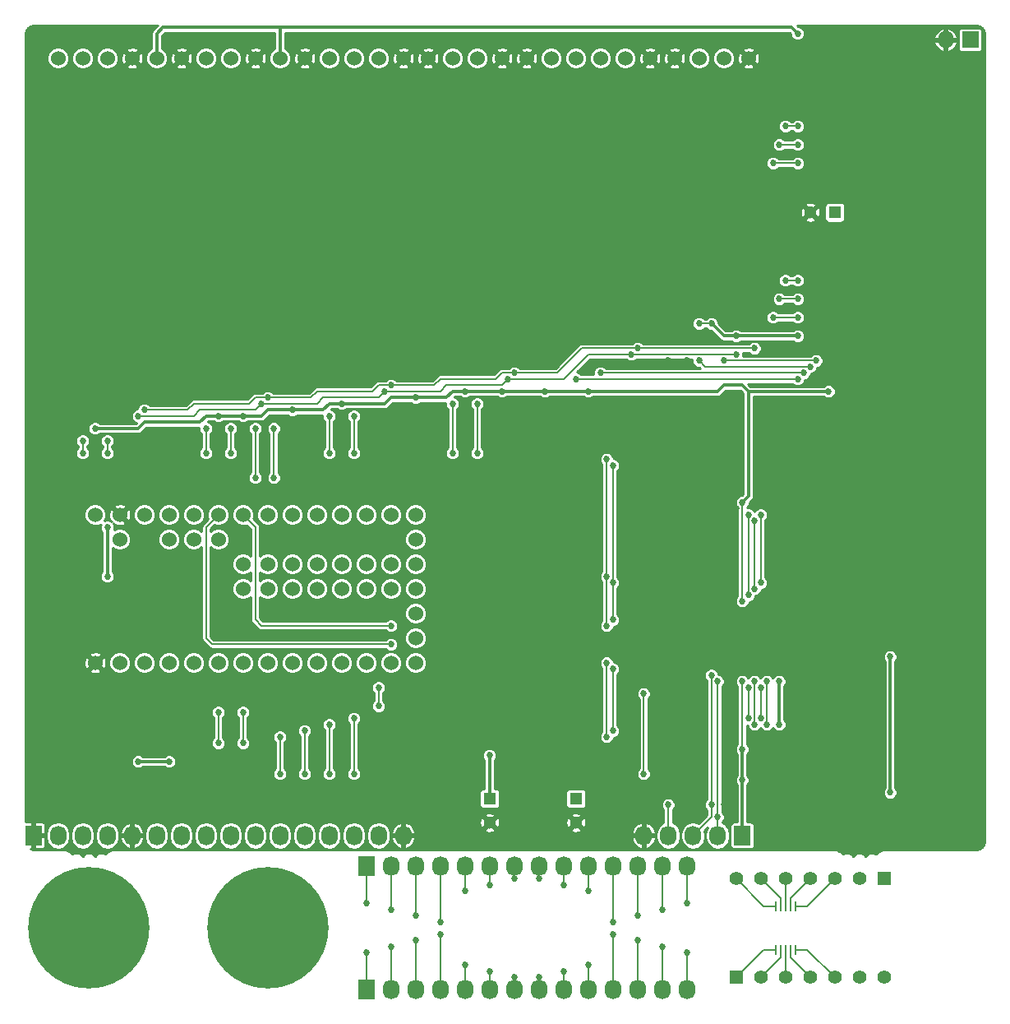
<source format=gbl>
G04 #@! TF.FileFunction,Copper,L2,Bot,Signal*
%FSLAX46Y46*%
G04 Gerber Fmt 4.6, Leading zero omitted, Abs format (unit mm)*
G04 Created by KiCad (PCBNEW (2015-07-22 BZR 5980)-product) date Tue 11 Aug 2015 09:40:34 PM MDT*
%MOMM*%
G01*
G04 APERTURE LIST*
%ADD10C,0.150000*%
%ADD11R,1.727200X2.032000*%
%ADD12O,1.727200X2.032000*%
%ADD13R,1.727200X1.727200*%
%ADD14O,1.727200X1.727200*%
%ADD15C,12.500000*%
%ADD16C,1.524000*%
%ADD17C,1.300000*%
%ADD18R,1.300000X1.300000*%
%ADD19C,3.556000*%
%ADD20R,1.397000X1.397000*%
%ADD21C,1.397000*%
%ADD22R,0.269240X1.000760*%
%ADD23C,0.685800*%
%ADD24C,0.177800*%
%ADD25C,0.304800*%
%ADD26C,0.203200*%
%ADD27C,0.254000*%
G04 APERTURE END LIST*
D10*
D11*
X62230000Y-116205000D03*
D12*
X64770000Y-116205000D03*
X67310000Y-116205000D03*
X69850000Y-116205000D03*
X72390000Y-116205000D03*
X74930000Y-116205000D03*
X77470000Y-116205000D03*
X80010000Y-116205000D03*
X82550000Y-116205000D03*
X85090000Y-116205000D03*
X87630000Y-116205000D03*
X90170000Y-116205000D03*
X92710000Y-116205000D03*
X95250000Y-116205000D03*
D11*
X62230000Y-128905000D03*
D12*
X64770000Y-128905000D03*
X67310000Y-128905000D03*
X69850000Y-128905000D03*
X72390000Y-128905000D03*
X74930000Y-128905000D03*
X77470000Y-128905000D03*
X80010000Y-128905000D03*
X82550000Y-128905000D03*
X85090000Y-128905000D03*
X87630000Y-128905000D03*
X90170000Y-128905000D03*
X92710000Y-128905000D03*
X95250000Y-128905000D03*
D13*
X124460000Y-31115000D03*
D14*
X121920000Y-31115000D03*
D15*
X52055503Y-122555000D03*
X33655000Y-122555000D03*
D11*
X100965000Y-113030000D03*
D12*
X98425000Y-113030000D03*
X95885000Y-113030000D03*
X93345000Y-113030000D03*
X90805000Y-113030000D03*
D11*
X27940000Y-113030000D03*
D12*
X30480000Y-113030000D03*
X33020000Y-113030000D03*
X35560000Y-113030000D03*
X38100000Y-113030000D03*
X40640000Y-113030000D03*
X43180000Y-113030000D03*
X45720000Y-113030000D03*
X48260000Y-113030000D03*
X50800000Y-113030000D03*
X53340000Y-113030000D03*
X55880000Y-113030000D03*
X58420000Y-113030000D03*
X60960000Y-113030000D03*
X63500000Y-113030000D03*
X66040000Y-113030000D03*
D16*
X40640000Y-33020000D03*
X38100000Y-33020000D03*
X35560000Y-33020000D03*
X33020000Y-33020000D03*
X30480000Y-33020000D03*
X53340000Y-33020000D03*
X50800000Y-33020000D03*
X48260000Y-33020000D03*
X45720000Y-33020000D03*
X43180000Y-33020000D03*
X76200000Y-33020000D03*
X73660000Y-33020000D03*
X71120000Y-33020000D03*
X68580000Y-33020000D03*
X66040000Y-33020000D03*
X63500000Y-33020000D03*
X60960000Y-33020000D03*
X58420000Y-33020000D03*
X55880000Y-33020000D03*
X91440000Y-33020000D03*
X88900000Y-33020000D03*
X86360000Y-33020000D03*
X83820000Y-33020000D03*
X81280000Y-33020000D03*
X78740000Y-33020000D03*
X101600000Y-33020000D03*
X99060000Y-33020000D03*
X96520000Y-33020000D03*
X93980000Y-33020000D03*
D17*
X83820000Y-111720000D03*
D18*
X83820000Y-109220000D03*
D17*
X107990000Y-48895000D03*
D18*
X110490000Y-48895000D03*
D17*
X74930000Y-111720000D03*
D18*
X74930000Y-109220000D03*
D19*
X29210000Y-100965000D03*
X29210000Y-38735000D03*
X123825000Y-100965000D03*
X123825000Y-38735000D03*
D16*
X36830000Y-95250000D03*
X39370000Y-95250000D03*
X41910000Y-95250000D03*
X44450000Y-95250000D03*
X46990000Y-95250000D03*
X49530000Y-95250000D03*
X52070000Y-95250000D03*
X54610000Y-95250000D03*
X57150000Y-95250000D03*
X59690000Y-95250000D03*
X62230000Y-95250000D03*
X64770000Y-95250000D03*
X67310000Y-95250000D03*
X67310000Y-80010000D03*
X64770000Y-80010000D03*
X62230000Y-80010000D03*
X59690000Y-80010000D03*
X57150000Y-80010000D03*
X54610000Y-80010000D03*
X52070000Y-80010000D03*
X49530000Y-80010000D03*
X46990000Y-80010000D03*
X44450000Y-80010000D03*
X41910000Y-80010000D03*
X34290000Y-95250000D03*
X39370000Y-80010000D03*
X36830000Y-80010000D03*
X34290000Y-80010000D03*
X67310000Y-92710000D03*
X67310000Y-90170000D03*
X67310000Y-87630000D03*
X67310000Y-85090000D03*
X67310000Y-82550000D03*
X41910000Y-82550000D03*
X44450000Y-82550000D03*
X46990000Y-82550000D03*
X64770000Y-85090000D03*
X62230000Y-85090000D03*
X59690000Y-85090000D03*
X57150000Y-85090000D03*
X54610000Y-85090000D03*
X52070000Y-85090000D03*
X49530000Y-85090000D03*
X64770000Y-87630000D03*
X62230000Y-87630000D03*
X59690000Y-87630000D03*
X57150000Y-87630000D03*
X54610000Y-87630000D03*
X52070000Y-87630000D03*
X49530000Y-87630000D03*
X36830000Y-82550000D03*
D20*
X100330000Y-127635000D03*
D21*
X102870000Y-127635000D03*
X105410000Y-127635000D03*
X107950000Y-127635000D03*
X110490000Y-127635000D03*
X113030000Y-127635000D03*
X115570000Y-127635000D03*
D20*
X115570000Y-117475000D03*
D21*
X113030000Y-117475000D03*
X110490000Y-117475000D03*
X107950000Y-117475000D03*
X105410000Y-117475000D03*
X102870000Y-117475000D03*
X100330000Y-117475000D03*
D22*
X104394000Y-120332500D03*
X104902000Y-120332500D03*
X105410000Y-120332500D03*
X105918000Y-120332500D03*
X106426000Y-120332500D03*
X106426000Y-124777500D03*
X105918000Y-124777500D03*
X105410000Y-124777500D03*
X104902000Y-124777500D03*
X104394000Y-124777500D03*
D23*
X62230000Y-125095000D03*
X64770000Y-124460000D03*
X67310000Y-123825000D03*
X69850000Y-123190000D03*
X72390000Y-126365000D03*
X74930000Y-127000000D03*
X77470000Y-127635000D03*
X80010000Y-127635000D03*
X82550000Y-127000000D03*
X85090000Y-126365000D03*
X87630000Y-123190000D03*
X90170000Y-123825000D03*
X92710000Y-124460000D03*
X95250000Y-125095000D03*
X95250000Y-120015000D03*
X92710000Y-120650000D03*
X90170000Y-121285000D03*
X87630000Y-121920000D03*
X85090000Y-118745000D03*
X82550000Y-118110000D03*
X80010000Y-117475000D03*
X77470000Y-117475000D03*
X74930000Y-118110000D03*
X72390000Y-118745000D03*
X69850000Y-121920000D03*
X67310000Y-121285000D03*
X64770000Y-120650000D03*
X62230000Y-120015000D03*
X38735000Y-105410000D03*
X41910000Y-105410000D03*
X49530000Y-103505000D03*
X102870000Y-80010000D03*
X49530000Y-100330000D03*
X102870000Y-97790000D03*
X102870000Y-100965000D03*
X102870000Y-86995000D03*
X48260000Y-71120000D03*
X48260000Y-73660000D03*
X105410000Y-40005000D03*
X105410000Y-55880000D03*
X106680000Y-40005000D03*
X106680000Y-55880000D03*
X60960000Y-69850000D03*
X60960000Y-73660000D03*
X103505000Y-101600000D03*
X103505000Y-97155000D03*
X46990000Y-103505000D03*
X46990000Y-100330000D03*
X98425000Y-97155000D03*
X64770000Y-93345000D03*
X98425000Y-111125000D03*
X64770000Y-91440000D03*
X97790000Y-96520000D03*
X97790000Y-109855000D03*
X90805000Y-98425000D03*
X90805000Y-106680000D03*
X93345000Y-109855000D03*
X33020000Y-72390000D03*
X33020000Y-73660000D03*
X35560000Y-72390000D03*
X35560000Y-73660000D03*
X53340000Y-102870000D03*
X53340000Y-106680000D03*
X86995000Y-86360000D03*
X86995000Y-74295000D03*
X86995000Y-91440000D03*
X86995000Y-102870000D03*
X86995000Y-95250000D03*
X55880000Y-102235000D03*
X55880000Y-106680000D03*
X87630000Y-86995000D03*
X87630000Y-74930000D03*
X87630000Y-90805000D03*
X87630000Y-102235000D03*
X87630000Y-95885000D03*
X58420000Y-101600000D03*
X58420000Y-106680000D03*
X102235000Y-87630000D03*
X102235000Y-80645000D03*
X102235000Y-97155000D03*
X102235000Y-101600000D03*
X60960000Y-100965000D03*
X60960000Y-106680000D03*
X101600000Y-80010000D03*
X101600000Y-88265000D03*
X101600000Y-100965000D03*
X101600000Y-97790000D03*
X107315000Y-65405000D03*
X86360000Y-65405000D03*
X104140000Y-43815000D03*
X104140000Y-59690000D03*
X106680000Y-43815000D03*
X106680000Y-59690000D03*
X50800000Y-76200000D03*
X50800000Y-71120000D03*
X38735000Y-69850000D03*
X51435000Y-68580000D03*
X100330000Y-63500000D03*
X89535000Y-63500000D03*
X76835000Y-66040000D03*
X64135000Y-67310000D03*
X63500000Y-97790000D03*
X63500000Y-99695000D03*
X52705000Y-76200000D03*
X52705000Y-71120000D03*
X102235000Y-62865000D03*
X90170000Y-62865000D03*
X39370000Y-69215000D03*
X52070000Y-67945000D03*
X77470000Y-65405000D03*
X64770000Y-66675000D03*
X104775000Y-41910000D03*
X104775000Y-57785000D03*
X106680000Y-41910000D03*
X106680000Y-57785000D03*
X45720000Y-71120000D03*
X45720000Y-73660000D03*
X83820000Y-66040000D03*
X106680000Y-66040000D03*
X58420000Y-69850000D03*
X58420000Y-73660000D03*
X71120000Y-68580000D03*
X71120000Y-73660000D03*
X73660000Y-68580000D03*
X73660000Y-73660000D03*
X90170000Y-90170000D03*
X83820000Y-89535000D03*
X93345000Y-87630000D03*
X93980000Y-83820000D03*
X93980000Y-80645000D03*
X93980000Y-74930000D03*
X93980000Y-70485000D03*
X95250000Y-68580000D03*
X95250000Y-72390000D03*
X95250000Y-78105000D03*
X95250000Y-82550000D03*
X95250000Y-85725000D03*
X95250000Y-90170000D03*
X81280000Y-83820000D03*
X81280000Y-81280000D03*
X69850000Y-81280000D03*
X81915000Y-87630000D03*
X69850000Y-83820000D03*
X80645000Y-60960000D03*
X120650000Y-63500000D03*
X120650000Y-62230000D03*
X89535000Y-76835000D03*
X116840000Y-60325000D03*
X111760000Y-89535000D03*
X111760000Y-93980000D03*
X105410000Y-79375000D03*
X116840000Y-62865000D03*
X93345000Y-64135000D03*
X95250000Y-64135000D03*
X88265000Y-64770000D03*
X110490000Y-109220000D03*
X94615000Y-109855000D03*
X102235000Y-59055000D03*
X77470000Y-59055000D03*
X90170000Y-59055000D03*
X52070000Y-59055000D03*
X39370000Y-59055000D03*
X42545000Y-59690000D03*
X55245000Y-59690000D03*
X64770000Y-59055000D03*
X67945000Y-59690000D03*
X93345000Y-60325000D03*
X62865000Y-62865000D03*
X29845000Y-59690000D03*
X37465000Y-62865000D03*
X43815000Y-44450000D03*
X31115000Y-44450000D03*
X69215000Y-44450000D03*
X94615000Y-44450000D03*
X81915000Y-44450000D03*
X56515000Y-44450000D03*
X99060000Y-109855000D03*
X100330000Y-79375000D03*
X81280000Y-64770000D03*
X114300000Y-50800000D03*
X116205000Y-52705000D03*
X115570000Y-52070000D03*
X114935000Y-51435000D03*
X116205000Y-51435000D03*
X120015000Y-53340000D03*
X120015000Y-52070000D03*
X120015000Y-50800000D03*
X114300000Y-49530000D03*
X114935000Y-48895000D03*
X114935000Y-50165000D03*
X115570000Y-50800000D03*
X116205000Y-50165000D03*
X115570000Y-49530000D03*
X116205000Y-48895000D03*
X115570000Y-48260000D03*
X116840000Y-48260000D03*
X116840000Y-41910000D03*
X116205000Y-41275000D03*
X116840000Y-40640000D03*
X117475000Y-41275000D03*
X118110000Y-40640000D03*
X118745000Y-41275000D03*
X119380000Y-40640000D03*
X120015000Y-41275000D03*
X119380000Y-41910000D03*
X120015000Y-47625000D03*
X119380000Y-46990000D03*
X120650000Y-46990000D03*
X120650000Y-48260000D03*
X112395000Y-46355000D03*
X112395000Y-44450000D03*
X100330000Y-67945000D03*
X42545000Y-53340000D03*
X29845000Y-53340000D03*
X38735000Y-53340000D03*
X51435000Y-53340000D03*
X55245000Y-53340000D03*
X64135000Y-53340000D03*
X67945000Y-53340000D03*
X76835000Y-53340000D03*
X80645000Y-53340000D03*
X89535000Y-53340000D03*
X93345000Y-53340000D03*
X102235000Y-53340000D03*
X68580000Y-64770000D03*
X55880000Y-64770000D03*
X43180000Y-64770000D03*
X30480000Y-64770000D03*
X120650000Y-54610000D03*
X71755000Y-54610000D03*
X97155000Y-54610000D03*
X84455000Y-54610000D03*
X46355000Y-54610000D03*
X59055000Y-54610000D03*
X59690000Y-41910000D03*
X72390000Y-41910000D03*
X46990000Y-41910000D03*
X85090000Y-41910000D03*
X97790000Y-41910000D03*
X33655000Y-54610000D03*
X34290000Y-41910000D03*
X37465000Y-44450000D03*
X50165000Y-44450000D03*
X62865000Y-44450000D03*
X75565000Y-44450000D03*
X88265000Y-44450000D03*
X100965000Y-44450000D03*
X85090000Y-67310000D03*
X80645000Y-67310000D03*
X109855000Y-67310000D03*
X76200000Y-67310000D03*
X67310000Y-67945000D03*
X54610000Y-69215000D03*
X49530000Y-69850000D03*
X35560000Y-81280000D03*
X35560000Y-86360000D03*
X74930000Y-104775000D03*
X106680000Y-30480000D03*
X104775000Y-101600000D03*
X104775000Y-97155000D03*
X100965000Y-104140000D03*
X100965000Y-107315000D03*
X100965000Y-97155000D03*
X34290000Y-71120000D03*
X100965000Y-88900000D03*
X46990000Y-69850000D03*
X100965000Y-78740000D03*
X59690000Y-68580000D03*
X97790000Y-60325000D03*
X96520000Y-60325000D03*
X72390000Y-67310000D03*
X106680000Y-61595000D03*
X100330000Y-61595000D03*
X116205000Y-94615000D03*
X116205000Y-108585000D03*
X108585000Y-64135000D03*
X99060000Y-64135000D03*
X107950000Y-64770000D03*
X96520000Y-64135000D03*
D24*
X62230000Y-125095000D02*
X62230000Y-128905000D01*
X64770000Y-124460000D02*
X64770000Y-128905000D01*
X67310000Y-123825000D02*
X67310000Y-128905000D01*
X69850000Y-123190000D02*
X69850000Y-128905000D01*
X72390000Y-128905000D02*
X72390000Y-127635000D01*
X72390000Y-126365000D02*
X72390000Y-127635000D01*
X74930000Y-127000000D02*
X74930000Y-128905000D01*
X77470000Y-128905000D02*
X77470000Y-127635000D01*
X80010000Y-128905000D02*
X80010000Y-127635000D01*
X82550000Y-127000000D02*
X82550000Y-128905000D01*
X85090000Y-126365000D02*
X85090000Y-128905000D01*
X87630000Y-123190000D02*
X87630000Y-128905000D01*
X87630000Y-128905000D02*
X87630000Y-127762000D01*
X87630000Y-127762000D02*
X87630000Y-128905000D01*
X90170000Y-123825000D02*
X90170000Y-128905000D01*
X92710000Y-124460000D02*
X92710000Y-128905000D01*
X95250000Y-125095000D02*
X95250000Y-128905000D01*
X95250000Y-120015000D02*
X95250000Y-116205000D01*
X92710000Y-120650000D02*
X92710000Y-116205000D01*
X90170000Y-121285000D02*
X90170000Y-116205000D01*
X87630000Y-121920000D02*
X87630000Y-116205000D01*
X85090000Y-118745000D02*
X85090000Y-116205000D01*
X82550000Y-118110000D02*
X82550000Y-116205000D01*
X80010000Y-116205000D02*
X80010000Y-117475000D01*
X77470000Y-116205000D02*
X77470000Y-117475000D01*
X74930000Y-118110000D02*
X74930000Y-116205000D01*
X72390000Y-118745000D02*
X72390000Y-116205000D01*
X69850000Y-121920000D02*
X69850000Y-116205000D01*
X69850000Y-116205000D02*
X69850000Y-117602000D01*
X69850000Y-117602000D02*
X69850000Y-116205000D01*
X67310000Y-121285000D02*
X67310000Y-116205000D01*
X64770000Y-120650000D02*
X64770000Y-116205000D01*
X62230000Y-120015000D02*
X62230000Y-116205000D01*
D25*
X41910000Y-105410000D02*
X38735000Y-105410000D01*
D26*
X49530000Y-103505000D02*
X49530000Y-100330000D01*
X102870000Y-80010000D02*
X102870000Y-86995000D01*
X102870000Y-97790000D02*
X102870000Y-100965000D01*
X48260000Y-73660000D02*
X48260000Y-71120000D01*
X106680000Y-40005000D02*
X105410000Y-40005000D01*
X106680000Y-55880000D02*
X105410000Y-55880000D01*
X60960000Y-73660000D02*
X60960000Y-69850000D01*
X103505000Y-101600000D02*
X103505000Y-97155000D01*
X46990000Y-100330000D02*
X46990000Y-103505000D01*
D24*
X46990000Y-80010000D02*
X45720000Y-81280000D01*
X46355000Y-93345000D02*
X48895000Y-93345000D01*
X45720000Y-92710000D02*
X46355000Y-93345000D01*
X45720000Y-81280000D02*
X45720000Y-92710000D01*
X64770000Y-93345000D02*
X48895000Y-93345000D01*
X98425000Y-97155000D02*
X98425000Y-97790000D01*
D26*
X98425000Y-111125000D02*
X98425000Y-107950000D01*
X98425000Y-107950000D02*
X98425000Y-97790000D01*
X98425000Y-113030000D02*
X98425000Y-111125000D01*
D24*
X51435000Y-91440000D02*
X50800000Y-90805000D01*
X64770000Y-91440000D02*
X51435000Y-91440000D01*
D26*
X97790000Y-106045000D02*
X97790000Y-96520000D01*
X97790000Y-109855000D02*
X97790000Y-106045000D01*
X50800000Y-81280000D02*
X50800000Y-90805000D01*
X50800000Y-81280000D02*
X49530000Y-80010000D01*
X97790000Y-109855000D02*
X97790000Y-111125000D01*
X97790000Y-111125000D02*
X95885000Y-113030000D01*
D24*
X90805000Y-98425000D02*
X90805000Y-106680000D01*
D26*
X93345000Y-113030000D02*
X93345000Y-109855000D01*
X33020000Y-72390000D02*
X33020000Y-73660000D01*
X35560000Y-73660000D02*
X35560000Y-72390000D01*
X53340000Y-106680000D02*
X53340000Y-102870000D01*
X86995000Y-85090000D02*
X86995000Y-74295000D01*
X86995000Y-85090000D02*
X86995000Y-86360000D01*
X86995000Y-86360000D02*
X86995000Y-91440000D01*
X86995000Y-102870000D02*
X86995000Y-95250000D01*
X55880000Y-106680000D02*
X55880000Y-102235000D01*
X87630000Y-85725000D02*
X87630000Y-74930000D01*
X87630000Y-85725000D02*
X87630000Y-86995000D01*
X87630000Y-86995000D02*
X87630000Y-90805000D01*
X87630000Y-95885000D02*
X87630000Y-102235000D01*
X58420000Y-106680000D02*
X58420000Y-101600000D01*
X102235000Y-80645000D02*
X102235000Y-87630000D01*
X102235000Y-101600000D02*
X102235000Y-97155000D01*
X60960000Y-106680000D02*
X60960000Y-100965000D01*
X101600000Y-80010000D02*
X101600000Y-88265000D01*
X101600000Y-100965000D02*
X101600000Y-97790000D01*
X107315000Y-65405000D02*
X86360000Y-65405000D01*
X106680000Y-43815000D02*
X104140000Y-43815000D01*
X106680000Y-59690000D02*
X104140000Y-59690000D01*
D24*
X50800000Y-71120000D02*
X50800000Y-76200000D01*
D26*
X70485000Y-66675000D02*
X76200000Y-66675000D01*
X76200000Y-66675000D02*
X76835000Y-66040000D01*
X57785000Y-67945000D02*
X63500000Y-67945000D01*
X63500000Y-67945000D02*
X64135000Y-67310000D01*
X45085000Y-69215000D02*
X50800000Y-69215000D01*
X50800000Y-69215000D02*
X51435000Y-68580000D01*
X51435000Y-68580000D02*
X57150000Y-68580000D01*
X57150000Y-68580000D02*
X57785000Y-67945000D01*
X38735000Y-69850000D02*
X44450000Y-69850000D01*
X44450000Y-69850000D02*
X45085000Y-69215000D01*
X89535000Y-63500000D02*
X100330000Y-63500000D01*
X76835000Y-66040000D02*
X82550000Y-66040000D01*
X85090000Y-63500000D02*
X89535000Y-63500000D01*
X82550000Y-66040000D02*
X85090000Y-63500000D01*
X64135000Y-67310000D02*
X69850000Y-67310000D01*
X69850000Y-67310000D02*
X70485000Y-66675000D01*
X63500000Y-97790000D02*
X63500000Y-99695000D01*
X69850000Y-66040000D02*
X75565000Y-66040000D01*
X75565000Y-66040000D02*
X76200000Y-65405000D01*
X57150000Y-67310000D02*
X62865000Y-67310000D01*
X62865000Y-67310000D02*
X63500000Y-66675000D01*
X44450000Y-68580000D02*
X50165000Y-68580000D01*
X50165000Y-68580000D02*
X50800000Y-67945000D01*
X52705000Y-71120000D02*
X52705000Y-76200000D01*
X90170000Y-62865000D02*
X102235000Y-62865000D01*
X77470000Y-65405000D02*
X81915000Y-65405000D01*
X81915000Y-65405000D02*
X84455000Y-62865000D01*
X84455000Y-62865000D02*
X90170000Y-62865000D01*
X52070000Y-67945000D02*
X56515000Y-67945000D01*
X63500000Y-66675000D02*
X64770000Y-66675000D01*
X56515000Y-67945000D02*
X57150000Y-67310000D01*
X39370000Y-69215000D02*
X43815000Y-69215000D01*
X50800000Y-67945000D02*
X52070000Y-67945000D01*
X43815000Y-69215000D02*
X44450000Y-68580000D01*
X64770000Y-66675000D02*
X69215000Y-66675000D01*
X69215000Y-66675000D02*
X69850000Y-66040000D01*
X76200000Y-65405000D02*
X77470000Y-65405000D01*
X106680000Y-41910000D02*
X104775000Y-41910000D01*
X106680000Y-57785000D02*
X104775000Y-57785000D01*
X45720000Y-71120000D02*
X45720000Y-73660000D01*
D24*
X83820000Y-66040000D02*
X85090000Y-66040000D01*
D26*
X85090000Y-66040000D02*
X106680000Y-66040000D01*
X58420000Y-73660000D02*
X58420000Y-69850000D01*
X71120000Y-73660000D02*
X71120000Y-68580000D01*
X73660000Y-73660000D02*
X73660000Y-68580000D01*
D24*
X90170000Y-90170000D02*
X95250000Y-90170000D01*
X81915000Y-87630000D02*
X83820000Y-89535000D01*
X93345000Y-84455000D02*
X93345000Y-87630000D01*
X93980000Y-83820000D02*
X93345000Y-84455000D01*
X93980000Y-74930000D02*
X93980000Y-80645000D01*
X93980000Y-69850000D02*
X93980000Y-70485000D01*
X95250000Y-68580000D02*
X93980000Y-69850000D01*
X95250000Y-78105000D02*
X95250000Y-72390000D01*
X95250000Y-85725000D02*
X95250000Y-82550000D01*
X81280000Y-83820000D02*
X81280000Y-81280000D01*
X71755000Y-83820000D02*
X71755000Y-83185000D01*
X71755000Y-83185000D02*
X69850000Y-81280000D01*
X81915000Y-87630000D02*
X81915000Y-84455000D01*
X81280000Y-83820000D02*
X71755000Y-83820000D01*
X71755000Y-83820000D02*
X69850000Y-83820000D01*
X81915000Y-84455000D02*
X81280000Y-83820000D01*
D25*
X120650000Y-62230000D02*
X120650000Y-63500000D01*
X111760000Y-89535000D02*
X106045000Y-89535000D01*
X111760000Y-89535000D02*
X111760000Y-93980000D01*
X105410000Y-88900000D02*
X105410000Y-79375000D01*
X106045000Y-89535000D02*
X105410000Y-88900000D01*
X116840000Y-60325000D02*
X116840000Y-62865000D01*
X95250000Y-64135000D02*
X93345000Y-64135000D01*
X95250000Y-64135000D02*
X91440000Y-64135000D01*
X90805000Y-64770000D02*
X88265000Y-64770000D01*
X91440000Y-64135000D02*
X90805000Y-64770000D01*
D26*
X115570000Y-52070000D02*
X116205000Y-52705000D01*
X116205000Y-51435000D02*
X114935000Y-51435000D01*
X120015000Y-50800000D02*
X120015000Y-52070000D01*
X114935000Y-50165000D02*
X114935000Y-48895000D01*
X116205000Y-50165000D02*
X115570000Y-50800000D01*
X116205000Y-48895000D02*
X115570000Y-49530000D01*
X116840000Y-48260000D02*
X115570000Y-48260000D01*
X116840000Y-40640000D02*
X116205000Y-41275000D01*
X118110000Y-40640000D02*
X117475000Y-41275000D01*
X119380000Y-40640000D02*
X118745000Y-41275000D01*
X119380000Y-41910000D02*
X120015000Y-41275000D01*
X119380000Y-46990000D02*
X120015000Y-47625000D01*
X120650000Y-48260000D02*
X120650000Y-46990000D01*
D25*
X97790000Y-60325000D02*
X99060000Y-61595000D01*
X109855000Y-67310000D02*
X101600000Y-67310000D01*
X76200000Y-67310000D02*
X80645000Y-67310000D01*
X80645000Y-67310000D02*
X85090000Y-67310000D01*
X85090000Y-67310000D02*
X98425000Y-67310000D01*
X100965000Y-66675000D02*
X101600000Y-67310000D01*
X99060000Y-66675000D02*
X100965000Y-66675000D01*
X98425000Y-67310000D02*
X99060000Y-66675000D01*
X101600000Y-78105000D02*
X100965000Y-78740000D01*
X101600000Y-67310000D02*
X101600000Y-78105000D01*
X35560000Y-81280000D02*
X35560000Y-86360000D01*
X74930000Y-104775000D02*
X74930000Y-109220000D01*
X106045000Y-29845000D02*
X106680000Y-30480000D01*
X106045000Y-29845000D02*
X53340000Y-29845000D01*
X38735000Y-71120000D02*
X39370000Y-70485000D01*
X39370000Y-70485000D02*
X45085000Y-70485000D01*
X72390000Y-67310000D02*
X76200000Y-67310000D01*
X64135000Y-68580000D02*
X64770000Y-67945000D01*
X64770000Y-67945000D02*
X67310000Y-67945000D01*
X67310000Y-67945000D02*
X70485000Y-67945000D01*
X51435000Y-69850000D02*
X52070000Y-69215000D01*
X52070000Y-69215000D02*
X54610000Y-69215000D01*
X54610000Y-69215000D02*
X57785000Y-69215000D01*
X104775000Y-101600000D02*
X104775000Y-97155000D01*
X41275000Y-29845000D02*
X40640000Y-30480000D01*
X53340000Y-29845000D02*
X41275000Y-29845000D01*
X100965000Y-107315000D02*
X100965000Y-104140000D01*
D26*
X100965000Y-104140000D02*
X100965000Y-97155000D01*
D25*
X35560000Y-71120000D02*
X38735000Y-71120000D01*
X45085000Y-70485000D02*
X45720000Y-69850000D01*
X35560000Y-71120000D02*
X34290000Y-71120000D01*
D26*
X100965000Y-88900000D02*
X100965000Y-78740000D01*
D25*
X46990000Y-69850000D02*
X49530000Y-69850000D01*
X49530000Y-69850000D02*
X51435000Y-69850000D01*
X45720000Y-69850000D02*
X46990000Y-69850000D01*
X57785000Y-69215000D02*
X58420000Y-68580000D01*
X58420000Y-68580000D02*
X59690000Y-68580000D01*
X59690000Y-68580000D02*
X64135000Y-68580000D01*
X70485000Y-67945000D02*
X71120000Y-67310000D01*
X71120000Y-67310000D02*
X72390000Y-67310000D01*
D26*
X96520000Y-60325000D02*
X97790000Y-60325000D01*
D25*
X53340000Y-33020000D02*
X53340000Y-29845000D01*
X40640000Y-30480000D02*
X40640000Y-33020000D01*
X100965000Y-113030000D02*
X100965000Y-107315000D01*
X100330000Y-61595000D02*
X106680000Y-61595000D01*
X99060000Y-61595000D02*
X100330000Y-61595000D01*
X116205000Y-108585000D02*
X116205000Y-94615000D01*
D26*
X99060000Y-64135000D02*
X108585000Y-64135000D01*
X107950000Y-64770000D02*
X97155000Y-64770000D01*
X96520000Y-64135000D02*
X97155000Y-64770000D01*
D24*
X104902000Y-120332500D02*
X104902000Y-119507000D01*
X104902000Y-119507000D02*
X102870000Y-117475000D01*
X104394000Y-120332500D02*
X103187500Y-120332500D01*
X103187500Y-120332500D02*
X100330000Y-117475000D01*
X105410000Y-124777500D02*
X105410000Y-127635000D01*
X104902000Y-124777500D02*
X104902000Y-125603000D01*
X104902000Y-125603000D02*
X102870000Y-127635000D01*
X104394000Y-124777500D02*
X103187500Y-124777500D01*
X103187500Y-124777500D02*
X100330000Y-127635000D01*
X106426000Y-120332500D02*
X107632500Y-120332500D01*
X107632500Y-120332500D02*
X110490000Y-117475000D01*
X106426000Y-124777500D02*
X107632500Y-124777500D01*
X107632500Y-124777500D02*
X110490000Y-127635000D01*
X105918000Y-124777500D02*
X105918000Y-125603000D01*
X105918000Y-125603000D02*
X107950000Y-127635000D01*
X105918000Y-120332500D02*
X105918000Y-119507000D01*
X105918000Y-119507000D02*
X107950000Y-117475000D01*
X105410000Y-120332500D02*
X105410000Y-117475000D01*
D27*
G36*
X40262829Y-30102829D02*
X40147203Y-30275877D01*
X40106600Y-30480000D01*
X40106600Y-32003668D01*
X39993388Y-32050446D01*
X39671577Y-32371697D01*
X39497199Y-32791646D01*
X39496802Y-33246359D01*
X39670446Y-33666612D01*
X39991697Y-33988423D01*
X40411646Y-34162801D01*
X40866359Y-34163198D01*
X41286612Y-33989554D01*
X41415229Y-33861160D01*
X42518445Y-33861160D01*
X42601824Y-34031856D01*
X43033055Y-34176091D01*
X43486657Y-34144322D01*
X43758176Y-34031856D01*
X43841555Y-33861160D01*
X43180000Y-33199605D01*
X42518445Y-33861160D01*
X41415229Y-33861160D01*
X41608423Y-33668303D01*
X41782801Y-33248354D01*
X41783128Y-32873055D01*
X42023909Y-32873055D01*
X42055678Y-33326657D01*
X42168144Y-33598176D01*
X42338840Y-33681555D01*
X43000395Y-33020000D01*
X43359605Y-33020000D01*
X44021160Y-33681555D01*
X44191856Y-33598176D01*
X44309529Y-33246359D01*
X44576802Y-33246359D01*
X44750446Y-33666612D01*
X45071697Y-33988423D01*
X45491646Y-34162801D01*
X45946359Y-34163198D01*
X46366612Y-33989554D01*
X46688423Y-33668303D01*
X46862801Y-33248354D01*
X46862802Y-33246359D01*
X47116802Y-33246359D01*
X47290446Y-33666612D01*
X47611697Y-33988423D01*
X48031646Y-34162801D01*
X48486359Y-34163198D01*
X48906612Y-33989554D01*
X49035229Y-33861160D01*
X50138445Y-33861160D01*
X50221824Y-34031856D01*
X50653055Y-34176091D01*
X51106657Y-34144322D01*
X51378176Y-34031856D01*
X51461555Y-33861160D01*
X50800000Y-33199605D01*
X50138445Y-33861160D01*
X49035229Y-33861160D01*
X49228423Y-33668303D01*
X49402801Y-33248354D01*
X49403128Y-32873055D01*
X49643909Y-32873055D01*
X49675678Y-33326657D01*
X49788144Y-33598176D01*
X49958840Y-33681555D01*
X50620395Y-33020000D01*
X50979605Y-33020000D01*
X51641160Y-33681555D01*
X51811856Y-33598176D01*
X51956091Y-33166945D01*
X51924322Y-32713343D01*
X51811856Y-32441824D01*
X51641160Y-32358445D01*
X50979605Y-33020000D01*
X50620395Y-33020000D01*
X50620395Y-33020000D01*
X49958840Y-32358445D01*
X49788144Y-32441824D01*
X49643909Y-32873055D01*
X49403128Y-32873055D01*
X49403198Y-32793641D01*
X49229554Y-32373388D01*
X49035345Y-32178840D01*
X50138445Y-32178840D01*
X50800000Y-32840395D01*
X51461555Y-32178840D01*
X51378176Y-32008144D01*
X50946945Y-31863909D01*
X50493343Y-31895678D01*
X50221824Y-32008144D01*
X50138445Y-32178840D01*
X49035345Y-32178840D01*
X48908303Y-32051577D01*
X48488354Y-31877199D01*
X48033641Y-31876802D01*
X47613388Y-32050446D01*
X47291577Y-32371697D01*
X47117199Y-32791646D01*
X47116802Y-33246359D01*
X46862802Y-33246359D01*
X46863198Y-32793641D01*
X46689554Y-32373388D01*
X46368303Y-32051577D01*
X45948354Y-31877199D01*
X45493641Y-31876802D01*
X45073388Y-32050446D01*
X44751577Y-32371697D01*
X44577199Y-32791646D01*
X44576802Y-33246359D01*
X44309529Y-33246359D01*
X44336091Y-33166945D01*
X44304322Y-32713343D01*
X44191856Y-32441824D01*
X44021160Y-32358445D01*
X43359605Y-33020000D01*
X43000395Y-33020000D01*
X43000395Y-33020000D01*
X42338840Y-32358445D01*
X42168144Y-32441824D01*
X42023909Y-32873055D01*
X41783128Y-32873055D01*
X41783198Y-32793641D01*
X41609554Y-32373388D01*
X41415345Y-32178840D01*
X42518445Y-32178840D01*
X43180000Y-32840395D01*
X43841555Y-32178840D01*
X43758176Y-32008144D01*
X43326945Y-31863909D01*
X42873343Y-31895678D01*
X42601824Y-32008144D01*
X42518445Y-32178840D01*
X41415345Y-32178840D01*
X41288303Y-32051577D01*
X41173400Y-32003865D01*
X41173400Y-30700942D01*
X41495941Y-30378400D01*
X52806600Y-30378400D01*
X52806600Y-32003668D01*
X52693388Y-32050446D01*
X52371577Y-32371697D01*
X52197199Y-32791646D01*
X52196802Y-33246359D01*
X52370446Y-33666612D01*
X52691697Y-33988423D01*
X53111646Y-34162801D01*
X53566359Y-34163198D01*
X53986612Y-33989554D01*
X54115229Y-33861160D01*
X55218445Y-33861160D01*
X55301824Y-34031856D01*
X55733055Y-34176091D01*
X56186657Y-34144322D01*
X56458176Y-34031856D01*
X56541555Y-33861160D01*
X55880000Y-33199605D01*
X55218445Y-33861160D01*
X54115229Y-33861160D01*
X54308423Y-33668303D01*
X54482801Y-33248354D01*
X54483128Y-32873055D01*
X54723909Y-32873055D01*
X54755678Y-33326657D01*
X54868144Y-33598176D01*
X55038840Y-33681555D01*
X55700395Y-33020000D01*
X56059605Y-33020000D01*
X56721160Y-33681555D01*
X56891856Y-33598176D01*
X57009529Y-33246359D01*
X57276802Y-33246359D01*
X57450446Y-33666612D01*
X57771697Y-33988423D01*
X58191646Y-34162801D01*
X58646359Y-34163198D01*
X59066612Y-33989554D01*
X59388423Y-33668303D01*
X59562801Y-33248354D01*
X59562802Y-33246359D01*
X59816802Y-33246359D01*
X59990446Y-33666612D01*
X60311697Y-33988423D01*
X60731646Y-34162801D01*
X61186359Y-34163198D01*
X61606612Y-33989554D01*
X61928423Y-33668303D01*
X62102801Y-33248354D01*
X62102802Y-33246359D01*
X62356802Y-33246359D01*
X62530446Y-33666612D01*
X62851697Y-33988423D01*
X63271646Y-34162801D01*
X63726359Y-34163198D01*
X64146612Y-33989554D01*
X64275229Y-33861160D01*
X65378445Y-33861160D01*
X65461824Y-34031856D01*
X65893055Y-34176091D01*
X66346657Y-34144322D01*
X66618176Y-34031856D01*
X66701555Y-33861160D01*
X67918445Y-33861160D01*
X68001824Y-34031856D01*
X68433055Y-34176091D01*
X68886657Y-34144322D01*
X69158176Y-34031856D01*
X69241555Y-33861160D01*
X68580000Y-33199605D01*
X67918445Y-33861160D01*
X66701555Y-33861160D01*
X66701555Y-33861160D01*
X66040000Y-33199605D01*
X65378445Y-33861160D01*
X64275229Y-33861160D01*
X64468423Y-33668303D01*
X64642801Y-33248354D01*
X64643128Y-32873055D01*
X64883909Y-32873055D01*
X64915678Y-33326657D01*
X65028144Y-33598176D01*
X65198840Y-33681555D01*
X65860395Y-33020000D01*
X66219605Y-33020000D01*
X66881160Y-33681555D01*
X67051856Y-33598176D01*
X67196091Y-33166945D01*
X67175508Y-32873055D01*
X67423909Y-32873055D01*
X67455678Y-33326657D01*
X67568144Y-33598176D01*
X67738840Y-33681555D01*
X68400395Y-33020000D01*
X68759605Y-33020000D01*
X69421160Y-33681555D01*
X69591856Y-33598176D01*
X69709529Y-33246359D01*
X69976802Y-33246359D01*
X70150446Y-33666612D01*
X70471697Y-33988423D01*
X70891646Y-34162801D01*
X71346359Y-34163198D01*
X71766612Y-33989554D01*
X72088423Y-33668303D01*
X72262801Y-33248354D01*
X72262802Y-33246359D01*
X72516802Y-33246359D01*
X72690446Y-33666612D01*
X73011697Y-33988423D01*
X73431646Y-34162801D01*
X73886359Y-34163198D01*
X74306612Y-33989554D01*
X74435229Y-33861160D01*
X75538445Y-33861160D01*
X75621824Y-34031856D01*
X76053055Y-34176091D01*
X76506657Y-34144322D01*
X76778176Y-34031856D01*
X76861555Y-33861160D01*
X78078445Y-33861160D01*
X78161824Y-34031856D01*
X78593055Y-34176091D01*
X79046657Y-34144322D01*
X79318176Y-34031856D01*
X79401555Y-33861160D01*
X78740000Y-33199605D01*
X78078445Y-33861160D01*
X76861555Y-33861160D01*
X76861555Y-33861160D01*
X76200000Y-33199605D01*
X75538445Y-33861160D01*
X74435229Y-33861160D01*
X74628423Y-33668303D01*
X74802801Y-33248354D01*
X74803128Y-32873055D01*
X75043909Y-32873055D01*
X75075678Y-33326657D01*
X75188144Y-33598176D01*
X75358840Y-33681555D01*
X76020395Y-33020000D01*
X76379605Y-33020000D01*
X77041160Y-33681555D01*
X77211856Y-33598176D01*
X77356091Y-33166945D01*
X77335508Y-32873055D01*
X77583909Y-32873055D01*
X77615678Y-33326657D01*
X77728144Y-33598176D01*
X77898840Y-33681555D01*
X78560395Y-33020000D01*
X78919605Y-33020000D01*
X79581160Y-33681555D01*
X79751856Y-33598176D01*
X79869529Y-33246359D01*
X80136802Y-33246359D01*
X80310446Y-33666612D01*
X80631697Y-33988423D01*
X81051646Y-34162801D01*
X81506359Y-34163198D01*
X81926612Y-33989554D01*
X82248423Y-33668303D01*
X82422801Y-33248354D01*
X82422802Y-33246359D01*
X82676802Y-33246359D01*
X82850446Y-33666612D01*
X83171697Y-33988423D01*
X83591646Y-34162801D01*
X84046359Y-34163198D01*
X84466612Y-33989554D01*
X84788423Y-33668303D01*
X84962801Y-33248354D01*
X84962802Y-33246359D01*
X85216802Y-33246359D01*
X85390446Y-33666612D01*
X85711697Y-33988423D01*
X86131646Y-34162801D01*
X86586359Y-34163198D01*
X87006612Y-33989554D01*
X87328423Y-33668303D01*
X87502801Y-33248354D01*
X87502802Y-33246359D01*
X87756802Y-33246359D01*
X87930446Y-33666612D01*
X88251697Y-33988423D01*
X88671646Y-34162801D01*
X89126359Y-34163198D01*
X89546612Y-33989554D01*
X89675229Y-33861160D01*
X90778445Y-33861160D01*
X90861824Y-34031856D01*
X91293055Y-34176091D01*
X91746657Y-34144322D01*
X92018176Y-34031856D01*
X92101555Y-33861160D01*
X93318445Y-33861160D01*
X93401824Y-34031856D01*
X93833055Y-34176091D01*
X94286657Y-34144322D01*
X94558176Y-34031856D01*
X94641555Y-33861160D01*
X93980000Y-33199605D01*
X93318445Y-33861160D01*
X92101555Y-33861160D01*
X92101555Y-33861160D01*
X91440000Y-33199605D01*
X90778445Y-33861160D01*
X89675229Y-33861160D01*
X89868423Y-33668303D01*
X90042801Y-33248354D01*
X90043128Y-32873055D01*
X90283909Y-32873055D01*
X90315678Y-33326657D01*
X90428144Y-33598176D01*
X90598840Y-33681555D01*
X91260395Y-33020000D01*
X91619605Y-33020000D01*
X92281160Y-33681555D01*
X92451856Y-33598176D01*
X92596091Y-33166945D01*
X92575508Y-32873055D01*
X92823909Y-32873055D01*
X92855678Y-33326657D01*
X92968144Y-33598176D01*
X93138840Y-33681555D01*
X93800395Y-33020000D01*
X94159605Y-33020000D01*
X94821160Y-33681555D01*
X94991856Y-33598176D01*
X95109529Y-33246359D01*
X95376802Y-33246359D01*
X95550446Y-33666612D01*
X95871697Y-33988423D01*
X96291646Y-34162801D01*
X96746359Y-34163198D01*
X97166612Y-33989554D01*
X97488423Y-33668303D01*
X97662801Y-33248354D01*
X97662802Y-33246359D01*
X97916802Y-33246359D01*
X98090446Y-33666612D01*
X98411697Y-33988423D01*
X98831646Y-34162801D01*
X99286359Y-34163198D01*
X99706612Y-33989554D01*
X99835229Y-33861160D01*
X100938445Y-33861160D01*
X101021824Y-34031856D01*
X101453055Y-34176091D01*
X101906657Y-34144322D01*
X102178176Y-34031856D01*
X102261555Y-33861160D01*
X101600000Y-33199605D01*
X100938445Y-33861160D01*
X99835229Y-33861160D01*
X100028423Y-33668303D01*
X100202801Y-33248354D01*
X100203128Y-32873055D01*
X100443909Y-32873055D01*
X100475678Y-33326657D01*
X100588144Y-33598176D01*
X100758840Y-33681555D01*
X101420395Y-33020000D01*
X101779605Y-33020000D01*
X102441160Y-33681555D01*
X102611856Y-33598176D01*
X102756091Y-33166945D01*
X102724322Y-32713343D01*
X102611856Y-32441824D01*
X102441160Y-32358445D01*
X101779605Y-33020000D01*
X101420395Y-33020000D01*
X101420395Y-33020000D01*
X100758840Y-32358445D01*
X100588144Y-32441824D01*
X100443909Y-32873055D01*
X100203128Y-32873055D01*
X100203198Y-32793641D01*
X100029554Y-32373388D01*
X99835345Y-32178840D01*
X100938445Y-32178840D01*
X101600000Y-32840395D01*
X102261555Y-32178840D01*
X102178176Y-32008144D01*
X101746945Y-31863909D01*
X101293343Y-31895678D01*
X101021824Y-32008144D01*
X100938445Y-32178840D01*
X99835345Y-32178840D01*
X99708303Y-32051577D01*
X99288354Y-31877199D01*
X98833641Y-31876802D01*
X98413388Y-32050446D01*
X98091577Y-32371697D01*
X97917199Y-32791646D01*
X97916802Y-33246359D01*
X97662802Y-33246359D01*
X97663198Y-32793641D01*
X97489554Y-32373388D01*
X97168303Y-32051577D01*
X96748354Y-31877199D01*
X96293641Y-31876802D01*
X95873388Y-32050446D01*
X95551577Y-32371697D01*
X95377199Y-32791646D01*
X95376802Y-33246359D01*
X95109529Y-33246359D01*
X95136091Y-33166945D01*
X95104322Y-32713343D01*
X94991856Y-32441824D01*
X94821160Y-32358445D01*
X94159605Y-33020000D01*
X93800395Y-33020000D01*
X93800395Y-33020000D01*
X93138840Y-32358445D01*
X92968144Y-32441824D01*
X92823909Y-32873055D01*
X92575508Y-32873055D01*
X92564322Y-32713343D01*
X92451856Y-32441824D01*
X92281160Y-32358445D01*
X91619605Y-33020000D01*
X91260395Y-33020000D01*
X91260395Y-33020000D01*
X90598840Y-32358445D01*
X90428144Y-32441824D01*
X90283909Y-32873055D01*
X90043128Y-32873055D01*
X90043198Y-32793641D01*
X89869554Y-32373388D01*
X89675345Y-32178840D01*
X90778445Y-32178840D01*
X91440000Y-32840395D01*
X92101555Y-32178840D01*
X93318445Y-32178840D01*
X93980000Y-32840395D01*
X94641555Y-32178840D01*
X94558176Y-32008144D01*
X94126945Y-31863909D01*
X93673343Y-31895678D01*
X93401824Y-32008144D01*
X93318445Y-32178840D01*
X92101555Y-32178840D01*
X92101555Y-32178840D01*
X92018176Y-32008144D01*
X91586945Y-31863909D01*
X91133343Y-31895678D01*
X90861824Y-32008144D01*
X90778445Y-32178840D01*
X89675345Y-32178840D01*
X89548303Y-32051577D01*
X89128354Y-31877199D01*
X88673641Y-31876802D01*
X88253388Y-32050446D01*
X87931577Y-32371697D01*
X87757199Y-32791646D01*
X87756802Y-33246359D01*
X87502802Y-33246359D01*
X87503198Y-32793641D01*
X87329554Y-32373388D01*
X87008303Y-32051577D01*
X86588354Y-31877199D01*
X86133641Y-31876802D01*
X85713388Y-32050446D01*
X85391577Y-32371697D01*
X85217199Y-32791646D01*
X85216802Y-33246359D01*
X84962802Y-33246359D01*
X84963198Y-32793641D01*
X84789554Y-32373388D01*
X84468303Y-32051577D01*
X84048354Y-31877199D01*
X83593641Y-31876802D01*
X83173388Y-32050446D01*
X82851577Y-32371697D01*
X82677199Y-32791646D01*
X82676802Y-33246359D01*
X82422802Y-33246359D01*
X82423198Y-32793641D01*
X82249554Y-32373388D01*
X81928303Y-32051577D01*
X81508354Y-31877199D01*
X81053641Y-31876802D01*
X80633388Y-32050446D01*
X80311577Y-32371697D01*
X80137199Y-32791646D01*
X80136802Y-33246359D01*
X79869529Y-33246359D01*
X79896091Y-33166945D01*
X79864322Y-32713343D01*
X79751856Y-32441824D01*
X79581160Y-32358445D01*
X78919605Y-33020000D01*
X78560395Y-33020000D01*
X78560395Y-33020000D01*
X77898840Y-32358445D01*
X77728144Y-32441824D01*
X77583909Y-32873055D01*
X77335508Y-32873055D01*
X77324322Y-32713343D01*
X77211856Y-32441824D01*
X77041160Y-32358445D01*
X76379605Y-33020000D01*
X76020395Y-33020000D01*
X76020395Y-33020000D01*
X75358840Y-32358445D01*
X75188144Y-32441824D01*
X75043909Y-32873055D01*
X74803128Y-32873055D01*
X74803198Y-32793641D01*
X74629554Y-32373388D01*
X74435345Y-32178840D01*
X75538445Y-32178840D01*
X76200000Y-32840395D01*
X76861555Y-32178840D01*
X78078445Y-32178840D01*
X78740000Y-32840395D01*
X79401555Y-32178840D01*
X79318176Y-32008144D01*
X78886945Y-31863909D01*
X78433343Y-31895678D01*
X78161824Y-32008144D01*
X78078445Y-32178840D01*
X76861555Y-32178840D01*
X76861555Y-32178840D01*
X76778176Y-32008144D01*
X76346945Y-31863909D01*
X75893343Y-31895678D01*
X75621824Y-32008144D01*
X75538445Y-32178840D01*
X74435345Y-32178840D01*
X74308303Y-32051577D01*
X73888354Y-31877199D01*
X73433641Y-31876802D01*
X73013388Y-32050446D01*
X72691577Y-32371697D01*
X72517199Y-32791646D01*
X72516802Y-33246359D01*
X72262802Y-33246359D01*
X72263198Y-32793641D01*
X72089554Y-32373388D01*
X71768303Y-32051577D01*
X71348354Y-31877199D01*
X70893641Y-31876802D01*
X70473388Y-32050446D01*
X70151577Y-32371697D01*
X69977199Y-32791646D01*
X69976802Y-33246359D01*
X69709529Y-33246359D01*
X69736091Y-33166945D01*
X69704322Y-32713343D01*
X69591856Y-32441824D01*
X69421160Y-32358445D01*
X68759605Y-33020000D01*
X68400395Y-33020000D01*
X68400395Y-33020000D01*
X67738840Y-32358445D01*
X67568144Y-32441824D01*
X67423909Y-32873055D01*
X67175508Y-32873055D01*
X67164322Y-32713343D01*
X67051856Y-32441824D01*
X66881160Y-32358445D01*
X66219605Y-33020000D01*
X65860395Y-33020000D01*
X65860395Y-33020000D01*
X65198840Y-32358445D01*
X65028144Y-32441824D01*
X64883909Y-32873055D01*
X64643128Y-32873055D01*
X64643198Y-32793641D01*
X64469554Y-32373388D01*
X64275345Y-32178840D01*
X65378445Y-32178840D01*
X66040000Y-32840395D01*
X66701555Y-32178840D01*
X67918445Y-32178840D01*
X68580000Y-32840395D01*
X69241555Y-32178840D01*
X69158176Y-32008144D01*
X68726945Y-31863909D01*
X68273343Y-31895678D01*
X68001824Y-32008144D01*
X67918445Y-32178840D01*
X66701555Y-32178840D01*
X66701555Y-32178840D01*
X66618176Y-32008144D01*
X66186945Y-31863909D01*
X65733343Y-31895678D01*
X65461824Y-32008144D01*
X65378445Y-32178840D01*
X64275345Y-32178840D01*
X64148303Y-32051577D01*
X63728354Y-31877199D01*
X63273641Y-31876802D01*
X62853388Y-32050446D01*
X62531577Y-32371697D01*
X62357199Y-32791646D01*
X62356802Y-33246359D01*
X62102802Y-33246359D01*
X62103198Y-32793641D01*
X61929554Y-32373388D01*
X61608303Y-32051577D01*
X61188354Y-31877199D01*
X60733641Y-31876802D01*
X60313388Y-32050446D01*
X59991577Y-32371697D01*
X59817199Y-32791646D01*
X59816802Y-33246359D01*
X59562802Y-33246359D01*
X59563198Y-32793641D01*
X59389554Y-32373388D01*
X59068303Y-32051577D01*
X58648354Y-31877199D01*
X58193641Y-31876802D01*
X57773388Y-32050446D01*
X57451577Y-32371697D01*
X57277199Y-32791646D01*
X57276802Y-33246359D01*
X57009529Y-33246359D01*
X57036091Y-33166945D01*
X57004322Y-32713343D01*
X56891856Y-32441824D01*
X56721160Y-32358445D01*
X56059605Y-33020000D01*
X55700395Y-33020000D01*
X55700395Y-33020000D01*
X55038840Y-32358445D01*
X54868144Y-32441824D01*
X54723909Y-32873055D01*
X54483128Y-32873055D01*
X54483198Y-32793641D01*
X54309554Y-32373388D01*
X54115345Y-32178840D01*
X55218445Y-32178840D01*
X55880000Y-32840395D01*
X56541555Y-32178840D01*
X56458176Y-32008144D01*
X56026945Y-31863909D01*
X55573343Y-31895678D01*
X55301824Y-32008144D01*
X55218445Y-32178840D01*
X54115345Y-32178840D01*
X53988303Y-32051577D01*
X53873400Y-32003865D01*
X53873400Y-31434118D01*
X120717007Y-31434118D01*
X120843695Y-31740001D01*
X121164801Y-32104310D01*
X121600880Y-32318005D01*
X121793000Y-32257865D01*
X121793000Y-31242000D01*
X122047000Y-31242000D01*
X122047000Y-32257865D01*
X122239120Y-32318005D01*
X122675199Y-32104310D01*
X122996305Y-31740001D01*
X123122993Y-31434118D01*
X123062312Y-31242000D01*
X122047000Y-31242000D01*
X121793000Y-31242000D01*
X121793000Y-31242000D01*
X120777688Y-31242000D01*
X120717007Y-31434118D01*
X53873400Y-31434118D01*
X53873400Y-30378400D01*
X105824058Y-30378400D01*
X105956073Y-30510415D01*
X105955975Y-30623361D01*
X106065950Y-30889521D01*
X106269408Y-31093335D01*
X106535376Y-31203774D01*
X106823361Y-31204025D01*
X107089521Y-31094050D01*
X107293335Y-30890592D01*
X107332661Y-30795882D01*
X120717007Y-30795882D01*
X120777688Y-30988000D01*
X121793000Y-30988000D01*
X121793000Y-29972135D01*
X122047000Y-29972135D01*
X122047000Y-30988000D01*
X123062312Y-30988000D01*
X123122993Y-30795882D01*
X122996305Y-30489999D01*
X122786002Y-30251400D01*
X123207936Y-30251400D01*
X123207936Y-31978600D01*
X123236122Y-32123874D01*
X123319996Y-32251556D01*
X123446616Y-32337026D01*
X123596400Y-32367064D01*
X125323600Y-32367064D01*
X125468874Y-32338878D01*
X125596556Y-32255004D01*
X125682026Y-32128384D01*
X125712064Y-31978600D01*
X125712064Y-30251400D01*
X125683878Y-30106126D01*
X125600004Y-29978444D01*
X125473384Y-29892974D01*
X125323600Y-29862936D01*
X123596400Y-29862936D01*
X123451126Y-29891122D01*
X123323444Y-29974996D01*
X123237974Y-30101616D01*
X123207936Y-30251400D01*
X122786002Y-30251400D01*
X122675199Y-30125690D01*
X122239120Y-29911995D01*
X122047000Y-29972135D01*
X121793000Y-29972135D01*
X121793000Y-29972135D01*
X121600880Y-29911995D01*
X121164801Y-30125690D01*
X120843695Y-30489999D01*
X120717007Y-30795882D01*
X107332661Y-30795882D01*
X107403774Y-30624624D01*
X107404025Y-30336639D01*
X107294050Y-30070479D01*
X107090592Y-29866665D01*
X106824624Y-29756226D01*
X106710468Y-29756127D01*
X106595342Y-29641000D01*
X125052552Y-29641000D01*
X125412839Y-29712666D01*
X125682292Y-29892707D01*
X125862334Y-30162160D01*
X125934000Y-30522451D01*
X125934000Y-113622549D01*
X125862334Y-113982840D01*
X125682292Y-114252293D01*
X125412839Y-114432334D01*
X125052552Y-114504000D01*
X115570000Y-114504000D01*
X115528367Y-114512281D01*
X115485917Y-114512281D01*
X115242913Y-114560617D01*
X115242912Y-114560617D01*
X115211265Y-114573726D01*
X115087546Y-114624972D01*
X115087545Y-114624973D01*
X114881538Y-114762622D01*
X114762624Y-114881536D01*
X114733275Y-114925460D01*
X114732202Y-114924385D01*
X114452236Y-114808133D01*
X114149094Y-114807868D01*
X113868926Y-114923632D01*
X113664832Y-115127370D01*
X113462202Y-114924385D01*
X113182236Y-114808133D01*
X112879094Y-114807868D01*
X112598926Y-114923632D01*
X112394832Y-115127370D01*
X112192202Y-114924385D01*
X111912236Y-114808133D01*
X111609094Y-114807868D01*
X111328926Y-114923632D01*
X111326873Y-114925681D01*
X111297376Y-114881536D01*
X111178462Y-114762622D01*
X110972458Y-114624975D01*
X110972455Y-114624972D01*
X110848735Y-114573726D01*
X110817088Y-114560617D01*
X110817087Y-114560617D01*
X110574083Y-114512281D01*
X110531633Y-114512281D01*
X110490000Y-114504000D01*
X36195000Y-114504000D01*
X36153367Y-114512281D01*
X36110917Y-114512281D01*
X35867913Y-114560617D01*
X35867912Y-114560617D01*
X35836265Y-114573726D01*
X35712546Y-114624972D01*
X35712545Y-114624973D01*
X35506538Y-114762622D01*
X35387624Y-114881536D01*
X35358275Y-114925460D01*
X35357202Y-114924385D01*
X35077236Y-114808133D01*
X34774094Y-114807868D01*
X34493926Y-114923632D01*
X34289832Y-115127370D01*
X34087202Y-114924385D01*
X33807236Y-114808133D01*
X33504094Y-114807868D01*
X33223926Y-114923632D01*
X33019832Y-115127370D01*
X32817202Y-114924385D01*
X32537236Y-114808133D01*
X32234094Y-114807868D01*
X31953926Y-114923632D01*
X31951873Y-114925681D01*
X31922376Y-114881536D01*
X31803462Y-114762622D01*
X31597458Y-114624975D01*
X31597455Y-114624972D01*
X31473735Y-114573726D01*
X31442088Y-114560617D01*
X31442087Y-114560617D01*
X31199083Y-114512281D01*
X31156633Y-114512281D01*
X31115000Y-114504000D01*
X27982451Y-114504000D01*
X27622160Y-114432334D01*
X27614177Y-114427000D01*
X27717750Y-114427000D01*
X27813000Y-114331750D01*
X27813000Y-113157000D01*
X28067000Y-113157000D01*
X28067000Y-114331750D01*
X28162250Y-114427000D01*
X28879385Y-114427000D01*
X29019419Y-114368996D01*
X29126596Y-114261820D01*
X29184600Y-114121786D01*
X29184600Y-113252250D01*
X29089350Y-113157000D01*
X28067000Y-113157000D01*
X27813000Y-113157000D01*
X27813000Y-113157000D01*
X27793000Y-113157000D01*
X27793000Y-112903000D01*
X27813000Y-112903000D01*
X27813000Y-111728250D01*
X28067000Y-111728250D01*
X28067000Y-112903000D01*
X29089350Y-112903000D01*
X29142119Y-112850231D01*
X29235400Y-112850231D01*
X29235400Y-113209769D01*
X29330140Y-113686057D01*
X29599935Y-114089834D01*
X30003712Y-114359629D01*
X30480000Y-114454369D01*
X30956288Y-114359629D01*
X31360065Y-114089834D01*
X31629860Y-113686057D01*
X31724600Y-113209769D01*
X31724600Y-112850231D01*
X31775400Y-112850231D01*
X31775400Y-113209769D01*
X31870140Y-113686057D01*
X32139935Y-114089834D01*
X32543712Y-114359629D01*
X33020000Y-114454369D01*
X33496288Y-114359629D01*
X33900065Y-114089834D01*
X34169860Y-113686057D01*
X34264600Y-113209769D01*
X34264600Y-112850231D01*
X34315400Y-112850231D01*
X34315400Y-113209769D01*
X34410140Y-113686057D01*
X34679935Y-114089834D01*
X35083712Y-114359629D01*
X35560000Y-114454369D01*
X36036288Y-114359629D01*
X36440065Y-114089834D01*
X36709860Y-113686057D01*
X36776265Y-113352213D01*
X36865473Y-113352213D01*
X37024430Y-113811720D01*
X37347133Y-114175419D01*
X37780882Y-114385393D01*
X37973000Y-114324712D01*
X37973000Y-113157000D01*
X38227000Y-113157000D01*
X38227000Y-114324712D01*
X38419118Y-114385393D01*
X38852867Y-114175419D01*
X39175570Y-113811720D01*
X39334527Y-113352213D01*
X39250643Y-113157000D01*
X38227000Y-113157000D01*
X37973000Y-113157000D01*
X37973000Y-113157000D01*
X36949357Y-113157000D01*
X36865473Y-113352213D01*
X36776265Y-113352213D01*
X36804600Y-113209769D01*
X36804600Y-112850231D01*
X36776266Y-112707787D01*
X36865473Y-112707787D01*
X36949357Y-112903000D01*
X37973000Y-112903000D01*
X37973000Y-111735288D01*
X38227000Y-111735288D01*
X38227000Y-112903000D01*
X39250643Y-112903000D01*
X39273318Y-112850231D01*
X39395400Y-112850231D01*
X39395400Y-113209769D01*
X39490140Y-113686057D01*
X39759935Y-114089834D01*
X40163712Y-114359629D01*
X40640000Y-114454369D01*
X41116288Y-114359629D01*
X41520065Y-114089834D01*
X41789860Y-113686057D01*
X41884600Y-113209769D01*
X41884600Y-112850231D01*
X41935400Y-112850231D01*
X41935400Y-113209769D01*
X42030140Y-113686057D01*
X42299935Y-114089834D01*
X42703712Y-114359629D01*
X43180000Y-114454369D01*
X43656288Y-114359629D01*
X44060065Y-114089834D01*
X44329860Y-113686057D01*
X44424600Y-113209769D01*
X44424600Y-112850231D01*
X44475400Y-112850231D01*
X44475400Y-113209769D01*
X44570140Y-113686057D01*
X44839935Y-114089834D01*
X45243712Y-114359629D01*
X45720000Y-114454369D01*
X46196288Y-114359629D01*
X46600065Y-114089834D01*
X46869860Y-113686057D01*
X46964600Y-113209769D01*
X46964600Y-112850231D01*
X47015400Y-112850231D01*
X47015400Y-113209769D01*
X47110140Y-113686057D01*
X47379935Y-114089834D01*
X47783712Y-114359629D01*
X48260000Y-114454369D01*
X48736288Y-114359629D01*
X49140065Y-114089834D01*
X49409860Y-113686057D01*
X49504600Y-113209769D01*
X49504600Y-112850231D01*
X49555400Y-112850231D01*
X49555400Y-113209769D01*
X49650140Y-113686057D01*
X49919935Y-114089834D01*
X50323712Y-114359629D01*
X50800000Y-114454369D01*
X51276288Y-114359629D01*
X51680065Y-114089834D01*
X51949860Y-113686057D01*
X52044600Y-113209769D01*
X52044600Y-112850231D01*
X52095400Y-112850231D01*
X52095400Y-113209769D01*
X52190140Y-113686057D01*
X52459935Y-114089834D01*
X52863712Y-114359629D01*
X53340000Y-114454369D01*
X53816288Y-114359629D01*
X54220065Y-114089834D01*
X54489860Y-113686057D01*
X54584600Y-113209769D01*
X54584600Y-112850231D01*
X54635400Y-112850231D01*
X54635400Y-113209769D01*
X54730140Y-113686057D01*
X54999935Y-114089834D01*
X55403712Y-114359629D01*
X55880000Y-114454369D01*
X56356288Y-114359629D01*
X56760065Y-114089834D01*
X57029860Y-113686057D01*
X57124600Y-113209769D01*
X57124600Y-112850231D01*
X57175400Y-112850231D01*
X57175400Y-113209769D01*
X57270140Y-113686057D01*
X57539935Y-114089834D01*
X57943712Y-114359629D01*
X58420000Y-114454369D01*
X58896288Y-114359629D01*
X59300065Y-114089834D01*
X59569860Y-113686057D01*
X59664600Y-113209769D01*
X59664600Y-112850231D01*
X59715400Y-112850231D01*
X59715400Y-113209769D01*
X59810140Y-113686057D01*
X60079935Y-114089834D01*
X60483712Y-114359629D01*
X60960000Y-114454369D01*
X61436288Y-114359629D01*
X61840065Y-114089834D01*
X62109860Y-113686057D01*
X62204600Y-113209769D01*
X62204600Y-112850231D01*
X62255400Y-112850231D01*
X62255400Y-113209769D01*
X62350140Y-113686057D01*
X62619935Y-114089834D01*
X63023712Y-114359629D01*
X63500000Y-114454369D01*
X63976288Y-114359629D01*
X64380065Y-114089834D01*
X64649860Y-113686057D01*
X64716265Y-113352213D01*
X64805473Y-113352213D01*
X64964430Y-113811720D01*
X65287133Y-114175419D01*
X65720882Y-114385393D01*
X65913000Y-114324712D01*
X65913000Y-113157000D01*
X66167000Y-113157000D01*
X66167000Y-114324712D01*
X66359118Y-114385393D01*
X66792867Y-114175419D01*
X67115570Y-113811720D01*
X67274527Y-113352213D01*
X89570473Y-113352213D01*
X89729430Y-113811720D01*
X90052133Y-114175419D01*
X90485882Y-114385393D01*
X90678000Y-114324712D01*
X90678000Y-113157000D01*
X90932000Y-113157000D01*
X90932000Y-114324712D01*
X91124118Y-114385393D01*
X91557867Y-114175419D01*
X91880570Y-113811720D01*
X92039527Y-113352213D01*
X91955643Y-113157000D01*
X90932000Y-113157000D01*
X90678000Y-113157000D01*
X90678000Y-113157000D01*
X89654357Y-113157000D01*
X89570473Y-113352213D01*
X67274527Y-113352213D01*
X67274527Y-113352213D01*
X67190643Y-113157000D01*
X66167000Y-113157000D01*
X65913000Y-113157000D01*
X65913000Y-113157000D01*
X64889357Y-113157000D01*
X64805473Y-113352213D01*
X64716265Y-113352213D01*
X64744600Y-113209769D01*
X64744600Y-112850231D01*
X64716266Y-112707787D01*
X64805473Y-112707787D01*
X64889357Y-112903000D01*
X65913000Y-112903000D01*
X65913000Y-111735288D01*
X66167000Y-111735288D01*
X66167000Y-112903000D01*
X67190643Y-112903000D01*
X67274527Y-112707787D01*
X67195649Y-112479768D01*
X74349837Y-112479768D01*
X74419392Y-112638856D01*
X74809890Y-112764314D01*
X75218674Y-112730784D01*
X75440608Y-112638856D01*
X75510163Y-112479768D01*
X83239837Y-112479768D01*
X83309392Y-112638856D01*
X83699890Y-112764314D01*
X84108674Y-112730784D01*
X84164193Y-112707787D01*
X89570473Y-112707787D01*
X89654357Y-112903000D01*
X90678000Y-112903000D01*
X90678000Y-111735288D01*
X90932000Y-111735288D01*
X90932000Y-112903000D01*
X91955643Y-112903000D01*
X91978318Y-112850231D01*
X92100400Y-112850231D01*
X92100400Y-113209769D01*
X92195140Y-113686057D01*
X92464935Y-114089834D01*
X92868712Y-114359629D01*
X93345000Y-114454369D01*
X93821288Y-114359629D01*
X94225065Y-114089834D01*
X94494860Y-113686057D01*
X94589600Y-113209769D01*
X94589600Y-112850231D01*
X94640400Y-112850231D01*
X94640400Y-113209769D01*
X94735140Y-113686057D01*
X95004935Y-114089834D01*
X95408712Y-114359629D01*
X95885000Y-114454369D01*
X96361288Y-114359629D01*
X96765065Y-114089834D01*
X97034860Y-113686057D01*
X97129600Y-113209769D01*
X97129600Y-112850231D01*
X97066167Y-112531333D01*
X97379011Y-112218489D01*
X97275140Y-112373943D01*
X97180400Y-112850231D01*
X97180400Y-113209769D01*
X97275140Y-113686057D01*
X97544935Y-114089834D01*
X97948712Y-114359629D01*
X98425000Y-114454369D01*
X98901288Y-114359629D01*
X99305065Y-114089834D01*
X99574860Y-113686057D01*
X99669600Y-113209769D01*
X99669600Y-112850231D01*
X99574860Y-112373943D01*
X99334354Y-112014000D01*
X99712936Y-112014000D01*
X99712936Y-114046000D01*
X99741122Y-114191274D01*
X99824996Y-114318956D01*
X99951616Y-114404426D01*
X100101400Y-114434464D01*
X101828600Y-114434464D01*
X101973874Y-114406278D01*
X102101556Y-114322404D01*
X102187026Y-114195784D01*
X102217064Y-114046000D01*
X102217064Y-112014000D01*
X102188878Y-111868726D01*
X102105004Y-111741044D01*
X101978384Y-111655574D01*
X101828600Y-111625536D01*
X101498400Y-111625536D01*
X101498400Y-107805387D01*
X101578335Y-107725592D01*
X101688774Y-107459624D01*
X101689025Y-107171639D01*
X101579050Y-106905479D01*
X101498400Y-106824688D01*
X101498400Y-104630387D01*
X101578335Y-104550592D01*
X101688774Y-104284624D01*
X101689025Y-103996639D01*
X101579050Y-103730479D01*
X101447600Y-103598799D01*
X101447600Y-101685545D01*
X101455376Y-101688774D01*
X101511023Y-101688823D01*
X101510975Y-101743361D01*
X101620950Y-102009521D01*
X101824408Y-102213335D01*
X102090376Y-102323774D01*
X102378361Y-102324025D01*
X102644521Y-102214050D01*
X102848335Y-102010592D01*
X102869917Y-101958617D01*
X102890950Y-102009521D01*
X103094408Y-102213335D01*
X103360376Y-102323774D01*
X103648361Y-102324025D01*
X103914521Y-102214050D01*
X104118335Y-102010592D01*
X104139917Y-101958617D01*
X104160950Y-102009521D01*
X104364408Y-102213335D01*
X104630376Y-102323774D01*
X104918361Y-102324025D01*
X105184521Y-102214050D01*
X105388335Y-102010592D01*
X105498774Y-101744624D01*
X105499025Y-101456639D01*
X105389050Y-101190479D01*
X105308400Y-101109688D01*
X105308400Y-97645387D01*
X105388335Y-97565592D01*
X105498774Y-97299624D01*
X105499025Y-97011639D01*
X105389050Y-96745479D01*
X105185592Y-96541665D01*
X104919624Y-96431226D01*
X104631639Y-96430975D01*
X104365479Y-96540950D01*
X104161665Y-96744408D01*
X104140083Y-96796383D01*
X104119050Y-96745479D01*
X103915592Y-96541665D01*
X103649624Y-96431226D01*
X103361639Y-96430975D01*
X103095479Y-96540950D01*
X102891665Y-96744408D01*
X102870083Y-96796383D01*
X102849050Y-96745479D01*
X102645592Y-96541665D01*
X102379624Y-96431226D01*
X102091639Y-96430975D01*
X101825479Y-96540950D01*
X101621665Y-96744408D01*
X101600083Y-96796383D01*
X101579050Y-96745479D01*
X101375592Y-96541665D01*
X101109624Y-96431226D01*
X100821639Y-96430975D01*
X100555479Y-96540950D01*
X100351665Y-96744408D01*
X100241226Y-97010376D01*
X100240975Y-97298361D01*
X100350950Y-97564521D01*
X100482400Y-97696201D01*
X100482400Y-103598901D01*
X100351665Y-103729408D01*
X100241226Y-103995376D01*
X100240975Y-104283361D01*
X100350950Y-104549521D01*
X100431600Y-104630312D01*
X100431600Y-106824613D01*
X100351665Y-106904408D01*
X100241226Y-107170376D01*
X100240975Y-107458361D01*
X100350950Y-107724521D01*
X100431600Y-107805312D01*
X100431600Y-111625536D01*
X100101400Y-111625536D01*
X99956126Y-111653722D01*
X99828444Y-111737596D01*
X99742974Y-111864216D01*
X99712936Y-112014000D01*
X99334354Y-112014000D01*
X99305065Y-111970166D01*
X98907600Y-111704589D01*
X98907600Y-111666099D01*
X99038335Y-111535592D01*
X99148774Y-111269624D01*
X99149025Y-110981639D01*
X99039050Y-110715479D01*
X98907600Y-110583799D01*
X98907600Y-97790000D01*
X98894900Y-97726153D01*
X98894900Y-97708776D01*
X99038335Y-97565592D01*
X99148774Y-97299624D01*
X99149025Y-97011639D01*
X99039050Y-96745479D01*
X98835592Y-96541665D01*
X98569624Y-96431226D01*
X98513977Y-96431177D01*
X98514025Y-96376639D01*
X98404050Y-96110479D01*
X98200592Y-95906665D01*
X97934624Y-95796226D01*
X97646639Y-95795975D01*
X97380479Y-95905950D01*
X97176665Y-96109408D01*
X97066226Y-96375376D01*
X97065975Y-96663361D01*
X97175950Y-96929521D01*
X97307400Y-97061201D01*
X97307400Y-109313901D01*
X97176665Y-109444408D01*
X97066226Y-109710376D01*
X97065975Y-109998361D01*
X97175950Y-110264521D01*
X97307400Y-110396201D01*
X97307400Y-110925100D01*
X96463700Y-111768800D01*
X96361288Y-111700371D01*
X95885000Y-111605631D01*
X95408712Y-111700371D01*
X95004935Y-111970166D01*
X94735140Y-112373943D01*
X94640400Y-112850231D01*
X94589600Y-112850231D01*
X94589600Y-112850231D01*
X94494860Y-112373943D01*
X94225065Y-111970166D01*
X93827600Y-111704589D01*
X93827600Y-110396099D01*
X93958335Y-110265592D01*
X94068774Y-109999624D01*
X94069025Y-109711639D01*
X93959050Y-109445479D01*
X93755592Y-109241665D01*
X93489624Y-109131226D01*
X93201639Y-109130975D01*
X92935479Y-109240950D01*
X92731665Y-109444408D01*
X92621226Y-109710376D01*
X92620975Y-109998361D01*
X92730950Y-110264521D01*
X92862400Y-110396201D01*
X92862400Y-111704589D01*
X92464935Y-111970166D01*
X92195140Y-112373943D01*
X92100400Y-112850231D01*
X91978318Y-112850231D01*
X92039527Y-112707787D01*
X91880570Y-112248280D01*
X91557867Y-111884581D01*
X91124118Y-111674607D01*
X90932000Y-111735288D01*
X90678000Y-111735288D01*
X90678000Y-111735288D01*
X90485882Y-111674607D01*
X90052133Y-111884581D01*
X89729430Y-112248280D01*
X89570473Y-112707787D01*
X84164193Y-112707787D01*
X84330608Y-112638856D01*
X84400163Y-112479768D01*
X83820000Y-111899605D01*
X83239837Y-112479768D01*
X75510163Y-112479768D01*
X75510163Y-112479768D01*
X74930000Y-111899605D01*
X74349837Y-112479768D01*
X67195649Y-112479768D01*
X67115570Y-112248280D01*
X66792867Y-111884581D01*
X66359118Y-111674607D01*
X66167000Y-111735288D01*
X65913000Y-111735288D01*
X65913000Y-111735288D01*
X65720882Y-111674607D01*
X65287133Y-111884581D01*
X64964430Y-112248280D01*
X64805473Y-112707787D01*
X64716266Y-112707787D01*
X64649860Y-112373943D01*
X64380065Y-111970166D01*
X63976288Y-111700371D01*
X63500000Y-111605631D01*
X63023712Y-111700371D01*
X62619935Y-111970166D01*
X62350140Y-112373943D01*
X62255400Y-112850231D01*
X62204600Y-112850231D01*
X62204600Y-112850231D01*
X62109860Y-112373943D01*
X61840065Y-111970166D01*
X61436288Y-111700371D01*
X60960000Y-111605631D01*
X60483712Y-111700371D01*
X60079935Y-111970166D01*
X59810140Y-112373943D01*
X59715400Y-112850231D01*
X59664600Y-112850231D01*
X59664600Y-112850231D01*
X59569860Y-112373943D01*
X59300065Y-111970166D01*
X58896288Y-111700371D01*
X58420000Y-111605631D01*
X57943712Y-111700371D01*
X57539935Y-111970166D01*
X57270140Y-112373943D01*
X57175400Y-112850231D01*
X57124600Y-112850231D01*
X57124600Y-112850231D01*
X57029860Y-112373943D01*
X56760065Y-111970166D01*
X56356288Y-111700371D01*
X55880000Y-111605631D01*
X55403712Y-111700371D01*
X54999935Y-111970166D01*
X54730140Y-112373943D01*
X54635400Y-112850231D01*
X54584600Y-112850231D01*
X54584600Y-112850231D01*
X54489860Y-112373943D01*
X54220065Y-111970166D01*
X53816288Y-111700371D01*
X53340000Y-111605631D01*
X52863712Y-111700371D01*
X52459935Y-111970166D01*
X52190140Y-112373943D01*
X52095400Y-112850231D01*
X52044600Y-112850231D01*
X52044600Y-112850231D01*
X51949860Y-112373943D01*
X51680065Y-111970166D01*
X51276288Y-111700371D01*
X50800000Y-111605631D01*
X50323712Y-111700371D01*
X49919935Y-111970166D01*
X49650140Y-112373943D01*
X49555400Y-112850231D01*
X49504600Y-112850231D01*
X49504600Y-112850231D01*
X49409860Y-112373943D01*
X49140065Y-111970166D01*
X48736288Y-111700371D01*
X48260000Y-111605631D01*
X47783712Y-111700371D01*
X47379935Y-111970166D01*
X47110140Y-112373943D01*
X47015400Y-112850231D01*
X46964600Y-112850231D01*
X46964600Y-112850231D01*
X46869860Y-112373943D01*
X46600065Y-111970166D01*
X46196288Y-111700371D01*
X45720000Y-111605631D01*
X45243712Y-111700371D01*
X44839935Y-111970166D01*
X44570140Y-112373943D01*
X44475400Y-112850231D01*
X44424600Y-112850231D01*
X44424600Y-112850231D01*
X44329860Y-112373943D01*
X44060065Y-111970166D01*
X43656288Y-111700371D01*
X43180000Y-111605631D01*
X42703712Y-111700371D01*
X42299935Y-111970166D01*
X42030140Y-112373943D01*
X41935400Y-112850231D01*
X41884600Y-112850231D01*
X41884600Y-112850231D01*
X41789860Y-112373943D01*
X41520065Y-111970166D01*
X41116288Y-111700371D01*
X40640000Y-111605631D01*
X40163712Y-111700371D01*
X39759935Y-111970166D01*
X39490140Y-112373943D01*
X39395400Y-112850231D01*
X39273318Y-112850231D01*
X39334527Y-112707787D01*
X39175570Y-112248280D01*
X38852867Y-111884581D01*
X38419118Y-111674607D01*
X38227000Y-111735288D01*
X37973000Y-111735288D01*
X37973000Y-111735288D01*
X37780882Y-111674607D01*
X37347133Y-111884581D01*
X37024430Y-112248280D01*
X36865473Y-112707787D01*
X36776266Y-112707787D01*
X36709860Y-112373943D01*
X36440065Y-111970166D01*
X36036288Y-111700371D01*
X35560000Y-111605631D01*
X35083712Y-111700371D01*
X34679935Y-111970166D01*
X34410140Y-112373943D01*
X34315400Y-112850231D01*
X34264600Y-112850231D01*
X34264600Y-112850231D01*
X34169860Y-112373943D01*
X33900065Y-111970166D01*
X33496288Y-111700371D01*
X33020000Y-111605631D01*
X32543712Y-111700371D01*
X32139935Y-111970166D01*
X31870140Y-112373943D01*
X31775400Y-112850231D01*
X31724600Y-112850231D01*
X31724600Y-112850231D01*
X31629860Y-112373943D01*
X31360065Y-111970166D01*
X30956288Y-111700371D01*
X30480000Y-111605631D01*
X30003712Y-111700371D01*
X29599935Y-111970166D01*
X29330140Y-112373943D01*
X29235400Y-112850231D01*
X29142119Y-112850231D01*
X29184600Y-112807750D01*
X29184600Y-111938214D01*
X29126596Y-111798180D01*
X29019419Y-111691004D01*
X28879385Y-111633000D01*
X28162250Y-111633000D01*
X28067000Y-111728250D01*
X27813000Y-111728250D01*
X27813000Y-111728250D01*
X27717750Y-111633000D01*
X27101000Y-111633000D01*
X27101000Y-111599890D01*
X73885686Y-111599890D01*
X73919216Y-112008674D01*
X74011144Y-112230608D01*
X74170232Y-112300163D01*
X74750395Y-111720000D01*
X75109605Y-111720000D01*
X75689768Y-112300163D01*
X75848856Y-112230608D01*
X75974314Y-111840110D01*
X75954611Y-111599890D01*
X82775686Y-111599890D01*
X82809216Y-112008674D01*
X82901144Y-112230608D01*
X83060232Y-112300163D01*
X83640395Y-111720000D01*
X83999605Y-111720000D01*
X84579768Y-112300163D01*
X84738856Y-112230608D01*
X84864314Y-111840110D01*
X84830784Y-111431326D01*
X84738856Y-111209392D01*
X84579768Y-111139837D01*
X83999605Y-111720000D01*
X83640395Y-111720000D01*
X83640395Y-111720000D01*
X83060232Y-111139837D01*
X82901144Y-111209392D01*
X82775686Y-111599890D01*
X75954611Y-111599890D01*
X75940784Y-111431326D01*
X75848856Y-111209392D01*
X75689768Y-111139837D01*
X75109605Y-111720000D01*
X74750395Y-111720000D01*
X74750395Y-111720000D01*
X74170232Y-111139837D01*
X74011144Y-111209392D01*
X73885686Y-111599890D01*
X27101000Y-111599890D01*
X27101000Y-110960232D01*
X74349837Y-110960232D01*
X74930000Y-111540395D01*
X75510163Y-110960232D01*
X83239837Y-110960232D01*
X83820000Y-111540395D01*
X84400163Y-110960232D01*
X84330608Y-110801144D01*
X83940110Y-110675686D01*
X83531326Y-110709216D01*
X83309392Y-110801144D01*
X83239837Y-110960232D01*
X75510163Y-110960232D01*
X75510163Y-110960232D01*
X75440608Y-110801144D01*
X75050110Y-110675686D01*
X74641326Y-110709216D01*
X74419392Y-110801144D01*
X74349837Y-110960232D01*
X27101000Y-110960232D01*
X27101000Y-108570000D01*
X73891536Y-108570000D01*
X73891536Y-109870000D01*
X73919722Y-110015274D01*
X74003596Y-110142956D01*
X74130216Y-110228426D01*
X74280000Y-110258464D01*
X75580000Y-110258464D01*
X75725274Y-110230278D01*
X75852956Y-110146404D01*
X75938426Y-110019784D01*
X75968464Y-109870000D01*
X75968464Y-108570000D01*
X82781536Y-108570000D01*
X82781536Y-109870000D01*
X82809722Y-110015274D01*
X82893596Y-110142956D01*
X83020216Y-110228426D01*
X83170000Y-110258464D01*
X84470000Y-110258464D01*
X84615274Y-110230278D01*
X84742956Y-110146404D01*
X84828426Y-110019784D01*
X84858464Y-109870000D01*
X84858464Y-108570000D01*
X84830278Y-108424726D01*
X84746404Y-108297044D01*
X84619784Y-108211574D01*
X84470000Y-108181536D01*
X83170000Y-108181536D01*
X83024726Y-108209722D01*
X82897044Y-108293596D01*
X82811574Y-108420216D01*
X82781536Y-108570000D01*
X75968464Y-108570000D01*
X75968464Y-108570000D01*
X75940278Y-108424726D01*
X75856404Y-108297044D01*
X75729784Y-108211574D01*
X75580000Y-108181536D01*
X75463400Y-108181536D01*
X75463400Y-105265387D01*
X75543335Y-105185592D01*
X75653774Y-104919624D01*
X75654025Y-104631639D01*
X75544050Y-104365479D01*
X75340592Y-104161665D01*
X75074624Y-104051226D01*
X74786639Y-104050975D01*
X74520479Y-104160950D01*
X74316665Y-104364408D01*
X74206226Y-104630376D01*
X74205975Y-104918361D01*
X74315950Y-105184521D01*
X74396600Y-105265312D01*
X74396600Y-108181536D01*
X74280000Y-108181536D01*
X74134726Y-108209722D01*
X74007044Y-108293596D01*
X73921574Y-108420216D01*
X73891536Y-108570000D01*
X27101000Y-108570000D01*
X27101000Y-105553361D01*
X38010975Y-105553361D01*
X38120950Y-105819521D01*
X38324408Y-106023335D01*
X38590376Y-106133774D01*
X38878361Y-106134025D01*
X39144521Y-106024050D01*
X39225312Y-105943400D01*
X41419613Y-105943400D01*
X41499408Y-106023335D01*
X41765376Y-106133774D01*
X42053361Y-106134025D01*
X42319521Y-106024050D01*
X42523335Y-105820592D01*
X42633774Y-105554624D01*
X42634025Y-105266639D01*
X42524050Y-105000479D01*
X42320592Y-104796665D01*
X42054624Y-104686226D01*
X41766639Y-104685975D01*
X41500479Y-104795950D01*
X41419688Y-104876600D01*
X39225387Y-104876600D01*
X39145592Y-104796665D01*
X38879624Y-104686226D01*
X38591639Y-104685975D01*
X38325479Y-104795950D01*
X38121665Y-104999408D01*
X38011226Y-105265376D01*
X38010975Y-105553361D01*
X27101000Y-105553361D01*
X27101000Y-100473361D01*
X46265975Y-100473361D01*
X46375950Y-100739521D01*
X46507400Y-100871201D01*
X46507400Y-102963901D01*
X46376665Y-103094408D01*
X46266226Y-103360376D01*
X46265975Y-103648361D01*
X46375950Y-103914521D01*
X46579408Y-104118335D01*
X46845376Y-104228774D01*
X47133361Y-104229025D01*
X47399521Y-104119050D01*
X47603335Y-103915592D01*
X47713774Y-103649624D01*
X47714025Y-103361639D01*
X47604050Y-103095479D01*
X47472600Y-102963799D01*
X47472600Y-100871099D01*
X47603335Y-100740592D01*
X47713774Y-100474624D01*
X47713775Y-100473361D01*
X48805975Y-100473361D01*
X48915950Y-100739521D01*
X49047400Y-100871201D01*
X49047400Y-102963901D01*
X48916665Y-103094408D01*
X48806226Y-103360376D01*
X48805975Y-103648361D01*
X48915950Y-103914521D01*
X49119408Y-104118335D01*
X49385376Y-104228774D01*
X49673361Y-104229025D01*
X49939521Y-104119050D01*
X50143335Y-103915592D01*
X50253774Y-103649624D01*
X50254025Y-103361639D01*
X50144050Y-103095479D01*
X50062076Y-103013361D01*
X52615975Y-103013361D01*
X52725950Y-103279521D01*
X52857400Y-103411201D01*
X52857400Y-106138901D01*
X52726665Y-106269408D01*
X52616226Y-106535376D01*
X52615975Y-106823361D01*
X52725950Y-107089521D01*
X52929408Y-107293335D01*
X53195376Y-107403774D01*
X53483361Y-107404025D01*
X53749521Y-107294050D01*
X53953335Y-107090592D01*
X54063774Y-106824624D01*
X54064025Y-106536639D01*
X53954050Y-106270479D01*
X53822600Y-106138799D01*
X53822600Y-103411099D01*
X53953335Y-103280592D01*
X54063774Y-103014624D01*
X54064025Y-102726639D01*
X53954050Y-102460479D01*
X53872076Y-102378361D01*
X55155975Y-102378361D01*
X55265950Y-102644521D01*
X55397400Y-102776201D01*
X55397400Y-106138901D01*
X55266665Y-106269408D01*
X55156226Y-106535376D01*
X55155975Y-106823361D01*
X55265950Y-107089521D01*
X55469408Y-107293335D01*
X55735376Y-107403774D01*
X56023361Y-107404025D01*
X56289521Y-107294050D01*
X56493335Y-107090592D01*
X56603774Y-106824624D01*
X56604025Y-106536639D01*
X56494050Y-106270479D01*
X56362600Y-106138799D01*
X56362600Y-102776099D01*
X56493335Y-102645592D01*
X56603774Y-102379624D01*
X56604025Y-102091639D01*
X56494050Y-101825479D01*
X56412076Y-101743361D01*
X57695975Y-101743361D01*
X57805950Y-102009521D01*
X57937400Y-102141201D01*
X57937400Y-106138901D01*
X57806665Y-106269408D01*
X57696226Y-106535376D01*
X57695975Y-106823361D01*
X57805950Y-107089521D01*
X58009408Y-107293335D01*
X58275376Y-107403774D01*
X58563361Y-107404025D01*
X58829521Y-107294050D01*
X59033335Y-107090592D01*
X59143774Y-106824624D01*
X59144025Y-106536639D01*
X59034050Y-106270479D01*
X58902600Y-106138799D01*
X58902600Y-102141099D01*
X59033335Y-102010592D01*
X59143774Y-101744624D01*
X59144025Y-101456639D01*
X59034050Y-101190479D01*
X58952076Y-101108361D01*
X60235975Y-101108361D01*
X60345950Y-101374521D01*
X60477400Y-101506201D01*
X60477400Y-106138901D01*
X60346665Y-106269408D01*
X60236226Y-106535376D01*
X60235975Y-106823361D01*
X60345950Y-107089521D01*
X60549408Y-107293335D01*
X60815376Y-107403774D01*
X61103361Y-107404025D01*
X61369521Y-107294050D01*
X61573335Y-107090592D01*
X61683774Y-106824624D01*
X61684025Y-106536639D01*
X61574050Y-106270479D01*
X61442600Y-106138799D01*
X61442600Y-101506099D01*
X61573335Y-101375592D01*
X61683774Y-101109624D01*
X61684025Y-100821639D01*
X61574050Y-100555479D01*
X61370592Y-100351665D01*
X61104624Y-100241226D01*
X60816639Y-100240975D01*
X60550479Y-100350950D01*
X60346665Y-100554408D01*
X60236226Y-100820376D01*
X60235975Y-101108361D01*
X58952076Y-101108361D01*
X58830592Y-100986665D01*
X58564624Y-100876226D01*
X58276639Y-100875975D01*
X58010479Y-100985950D01*
X57806665Y-101189408D01*
X57696226Y-101455376D01*
X57695975Y-101743361D01*
X56412076Y-101743361D01*
X56290592Y-101621665D01*
X56024624Y-101511226D01*
X55736639Y-101510975D01*
X55470479Y-101620950D01*
X55266665Y-101824408D01*
X55156226Y-102090376D01*
X55155975Y-102378361D01*
X53872076Y-102378361D01*
X53750592Y-102256665D01*
X53484624Y-102146226D01*
X53196639Y-102145975D01*
X52930479Y-102255950D01*
X52726665Y-102459408D01*
X52616226Y-102725376D01*
X52615975Y-103013361D01*
X50062076Y-103013361D01*
X50012600Y-102963799D01*
X50012600Y-100871099D01*
X50143335Y-100740592D01*
X50253774Y-100474624D01*
X50254025Y-100186639D01*
X50144050Y-99920479D01*
X49940592Y-99716665D01*
X49674624Y-99606226D01*
X49386639Y-99605975D01*
X49120479Y-99715950D01*
X48916665Y-99919408D01*
X48806226Y-100185376D01*
X48805975Y-100473361D01*
X47713775Y-100473361D01*
X47714025Y-100186639D01*
X47604050Y-99920479D01*
X47400592Y-99716665D01*
X47134624Y-99606226D01*
X46846639Y-99605975D01*
X46580479Y-99715950D01*
X46376665Y-99919408D01*
X46266226Y-100185376D01*
X46265975Y-100473361D01*
X27101000Y-100473361D01*
X27101000Y-97933361D01*
X62775975Y-97933361D01*
X62885950Y-98199521D01*
X63017400Y-98331201D01*
X63017400Y-99153901D01*
X62886665Y-99284408D01*
X62776226Y-99550376D01*
X62775975Y-99838361D01*
X62885950Y-100104521D01*
X63089408Y-100308335D01*
X63355376Y-100418774D01*
X63643361Y-100419025D01*
X63909521Y-100309050D01*
X64113335Y-100105592D01*
X64223774Y-99839624D01*
X64224025Y-99551639D01*
X64114050Y-99285479D01*
X63982600Y-99153799D01*
X63982600Y-98331099D01*
X64113335Y-98200592D01*
X64223774Y-97934624D01*
X64224025Y-97646639D01*
X64114050Y-97380479D01*
X63910592Y-97176665D01*
X63644624Y-97066226D01*
X63356639Y-97065975D01*
X63090479Y-97175950D01*
X62886665Y-97379408D01*
X62776226Y-97645376D01*
X62775975Y-97933361D01*
X27101000Y-97933361D01*
X27101000Y-96091160D01*
X33628445Y-96091160D01*
X33711824Y-96261856D01*
X34143055Y-96406091D01*
X34596657Y-96374322D01*
X34868176Y-96261856D01*
X34951555Y-96091160D01*
X34290000Y-95429605D01*
X33628445Y-96091160D01*
X27101000Y-96091160D01*
X27101000Y-95103055D01*
X33133909Y-95103055D01*
X33165678Y-95556657D01*
X33278144Y-95828176D01*
X33448840Y-95911555D01*
X34110395Y-95250000D01*
X34469605Y-95250000D01*
X35131160Y-95911555D01*
X35301856Y-95828176D01*
X35419529Y-95476359D01*
X35686802Y-95476359D01*
X35860446Y-95896612D01*
X36181697Y-96218423D01*
X36601646Y-96392801D01*
X37056359Y-96393198D01*
X37476612Y-96219554D01*
X37798423Y-95898303D01*
X37972801Y-95478354D01*
X37972802Y-95476359D01*
X38226802Y-95476359D01*
X38400446Y-95896612D01*
X38721697Y-96218423D01*
X39141646Y-96392801D01*
X39596359Y-96393198D01*
X40016612Y-96219554D01*
X40338423Y-95898303D01*
X40512801Y-95478354D01*
X40512802Y-95476359D01*
X40766802Y-95476359D01*
X40940446Y-95896612D01*
X41261697Y-96218423D01*
X41681646Y-96392801D01*
X42136359Y-96393198D01*
X42556612Y-96219554D01*
X42878423Y-95898303D01*
X43052801Y-95478354D01*
X43052802Y-95476359D01*
X43306802Y-95476359D01*
X43480446Y-95896612D01*
X43801697Y-96218423D01*
X44221646Y-96392801D01*
X44676359Y-96393198D01*
X45096612Y-96219554D01*
X45418423Y-95898303D01*
X45592801Y-95478354D01*
X45592802Y-95476359D01*
X45846802Y-95476359D01*
X46020446Y-95896612D01*
X46341697Y-96218423D01*
X46761646Y-96392801D01*
X47216359Y-96393198D01*
X47636612Y-96219554D01*
X47958423Y-95898303D01*
X48132801Y-95478354D01*
X48132802Y-95476359D01*
X48386802Y-95476359D01*
X48560446Y-95896612D01*
X48881697Y-96218423D01*
X49301646Y-96392801D01*
X49756359Y-96393198D01*
X50176612Y-96219554D01*
X50498423Y-95898303D01*
X50672801Y-95478354D01*
X50672802Y-95476359D01*
X50926802Y-95476359D01*
X51100446Y-95896612D01*
X51421697Y-96218423D01*
X51841646Y-96392801D01*
X52296359Y-96393198D01*
X52716612Y-96219554D01*
X53038423Y-95898303D01*
X53212801Y-95478354D01*
X53212802Y-95476359D01*
X53466802Y-95476359D01*
X53640446Y-95896612D01*
X53961697Y-96218423D01*
X54381646Y-96392801D01*
X54836359Y-96393198D01*
X55256612Y-96219554D01*
X55578423Y-95898303D01*
X55752801Y-95478354D01*
X55752802Y-95476359D01*
X56006802Y-95476359D01*
X56180446Y-95896612D01*
X56501697Y-96218423D01*
X56921646Y-96392801D01*
X57376359Y-96393198D01*
X57796612Y-96219554D01*
X58118423Y-95898303D01*
X58292801Y-95478354D01*
X58292802Y-95476359D01*
X58546802Y-95476359D01*
X58720446Y-95896612D01*
X59041697Y-96218423D01*
X59461646Y-96392801D01*
X59916359Y-96393198D01*
X60336612Y-96219554D01*
X60658423Y-95898303D01*
X60832801Y-95478354D01*
X60832802Y-95476359D01*
X61086802Y-95476359D01*
X61260446Y-95896612D01*
X61581697Y-96218423D01*
X62001646Y-96392801D01*
X62456359Y-96393198D01*
X62876612Y-96219554D01*
X63198423Y-95898303D01*
X63372801Y-95478354D01*
X63372802Y-95476359D01*
X63626802Y-95476359D01*
X63800446Y-95896612D01*
X64121697Y-96218423D01*
X64541646Y-96392801D01*
X64996359Y-96393198D01*
X65416612Y-96219554D01*
X65738423Y-95898303D01*
X65912801Y-95478354D01*
X65912802Y-95476359D01*
X66166802Y-95476359D01*
X66340446Y-95896612D01*
X66661697Y-96218423D01*
X67081646Y-96392801D01*
X67536359Y-96393198D01*
X67956612Y-96219554D01*
X68278423Y-95898303D01*
X68452801Y-95478354D01*
X68452875Y-95393361D01*
X86270975Y-95393361D01*
X86380950Y-95659521D01*
X86512400Y-95791201D01*
X86512400Y-102328901D01*
X86381665Y-102459408D01*
X86271226Y-102725376D01*
X86270975Y-103013361D01*
X86380950Y-103279521D01*
X86584408Y-103483335D01*
X86850376Y-103593774D01*
X87138361Y-103594025D01*
X87404521Y-103484050D01*
X87608335Y-103280592D01*
X87718774Y-103014624D01*
X87718823Y-102958977D01*
X87773361Y-102959025D01*
X88039521Y-102849050D01*
X88243335Y-102645592D01*
X88353774Y-102379624D01*
X88354025Y-102091639D01*
X88244050Y-101825479D01*
X88112600Y-101693799D01*
X88112600Y-98568361D01*
X90080975Y-98568361D01*
X90190950Y-98834521D01*
X90335100Y-98978923D01*
X90335100Y-106126224D01*
X90191665Y-106269408D01*
X90081226Y-106535376D01*
X90080975Y-106823361D01*
X90190950Y-107089521D01*
X90394408Y-107293335D01*
X90660376Y-107403774D01*
X90948361Y-107404025D01*
X91214521Y-107294050D01*
X91418335Y-107090592D01*
X91528774Y-106824624D01*
X91529025Y-106536639D01*
X91419050Y-106270479D01*
X91274900Y-106126077D01*
X91274900Y-98978776D01*
X91418335Y-98835592D01*
X91528774Y-98569624D01*
X91529025Y-98281639D01*
X91419050Y-98015479D01*
X91215592Y-97811665D01*
X90949624Y-97701226D01*
X90661639Y-97700975D01*
X90395479Y-97810950D01*
X90191665Y-98014408D01*
X90081226Y-98280376D01*
X90080975Y-98568361D01*
X88112600Y-98568361D01*
X88112600Y-96426099D01*
X88243335Y-96295592D01*
X88353774Y-96029624D01*
X88354025Y-95741639D01*
X88244050Y-95475479D01*
X88040592Y-95271665D01*
X87774624Y-95161226D01*
X87718977Y-95161177D01*
X87719025Y-95106639D01*
X87609050Y-94840479D01*
X87527076Y-94758361D01*
X115480975Y-94758361D01*
X115590950Y-95024521D01*
X115671600Y-95105312D01*
X115671600Y-108094613D01*
X115591665Y-108174408D01*
X115481226Y-108440376D01*
X115480975Y-108728361D01*
X115590950Y-108994521D01*
X115794408Y-109198335D01*
X116060376Y-109308774D01*
X116348361Y-109309025D01*
X116614521Y-109199050D01*
X116818335Y-108995592D01*
X116928774Y-108729624D01*
X116929025Y-108441639D01*
X116819050Y-108175479D01*
X116738400Y-108094688D01*
X116738400Y-95105387D01*
X116818335Y-95025592D01*
X116928774Y-94759624D01*
X116929025Y-94471639D01*
X116819050Y-94205479D01*
X116615592Y-94001665D01*
X116349624Y-93891226D01*
X116061639Y-93890975D01*
X115795479Y-94000950D01*
X115591665Y-94204408D01*
X115481226Y-94470376D01*
X115480975Y-94758361D01*
X87527076Y-94758361D01*
X87405592Y-94636665D01*
X87139624Y-94526226D01*
X86851639Y-94525975D01*
X86585479Y-94635950D01*
X86381665Y-94839408D01*
X86271226Y-95105376D01*
X86270975Y-95393361D01*
X68452875Y-95393361D01*
X68453198Y-95023641D01*
X68279554Y-94603388D01*
X67958303Y-94281577D01*
X67538354Y-94107199D01*
X67083641Y-94106802D01*
X66663388Y-94280446D01*
X66341577Y-94601697D01*
X66167199Y-95021646D01*
X66166802Y-95476359D01*
X65912802Y-95476359D01*
X65913198Y-95023641D01*
X65739554Y-94603388D01*
X65418303Y-94281577D01*
X64998354Y-94107199D01*
X64543641Y-94106802D01*
X64123388Y-94280446D01*
X63801577Y-94601697D01*
X63627199Y-95021646D01*
X63626802Y-95476359D01*
X63372802Y-95476359D01*
X63373198Y-95023641D01*
X63199554Y-94603388D01*
X62878303Y-94281577D01*
X62458354Y-94107199D01*
X62003641Y-94106802D01*
X61583388Y-94280446D01*
X61261577Y-94601697D01*
X61087199Y-95021646D01*
X61086802Y-95476359D01*
X60832802Y-95476359D01*
X60833198Y-95023641D01*
X60659554Y-94603388D01*
X60338303Y-94281577D01*
X59918354Y-94107199D01*
X59463641Y-94106802D01*
X59043388Y-94280446D01*
X58721577Y-94601697D01*
X58547199Y-95021646D01*
X58546802Y-95476359D01*
X58292802Y-95476359D01*
X58293198Y-95023641D01*
X58119554Y-94603388D01*
X57798303Y-94281577D01*
X57378354Y-94107199D01*
X56923641Y-94106802D01*
X56503388Y-94280446D01*
X56181577Y-94601697D01*
X56007199Y-95021646D01*
X56006802Y-95476359D01*
X55752802Y-95476359D01*
X55753198Y-95023641D01*
X55579554Y-94603388D01*
X55258303Y-94281577D01*
X54838354Y-94107199D01*
X54383641Y-94106802D01*
X53963388Y-94280446D01*
X53641577Y-94601697D01*
X53467199Y-95021646D01*
X53466802Y-95476359D01*
X53212802Y-95476359D01*
X53213198Y-95023641D01*
X53039554Y-94603388D01*
X52718303Y-94281577D01*
X52298354Y-94107199D01*
X51843641Y-94106802D01*
X51423388Y-94280446D01*
X51101577Y-94601697D01*
X50927199Y-95021646D01*
X50926802Y-95476359D01*
X50672802Y-95476359D01*
X50673198Y-95023641D01*
X50499554Y-94603388D01*
X50178303Y-94281577D01*
X49758354Y-94107199D01*
X49303641Y-94106802D01*
X48883388Y-94280446D01*
X48561577Y-94601697D01*
X48387199Y-95021646D01*
X48386802Y-95476359D01*
X48132802Y-95476359D01*
X48133198Y-95023641D01*
X47959554Y-94603388D01*
X47638303Y-94281577D01*
X47218354Y-94107199D01*
X46763641Y-94106802D01*
X46343388Y-94280446D01*
X46021577Y-94601697D01*
X45847199Y-95021646D01*
X45846802Y-95476359D01*
X45592802Y-95476359D01*
X45593198Y-95023641D01*
X45419554Y-94603388D01*
X45098303Y-94281577D01*
X44678354Y-94107199D01*
X44223641Y-94106802D01*
X43803388Y-94280446D01*
X43481577Y-94601697D01*
X43307199Y-95021646D01*
X43306802Y-95476359D01*
X43052802Y-95476359D01*
X43053198Y-95023641D01*
X42879554Y-94603388D01*
X42558303Y-94281577D01*
X42138354Y-94107199D01*
X41683641Y-94106802D01*
X41263388Y-94280446D01*
X40941577Y-94601697D01*
X40767199Y-95021646D01*
X40766802Y-95476359D01*
X40512802Y-95476359D01*
X40513198Y-95023641D01*
X40339554Y-94603388D01*
X40018303Y-94281577D01*
X39598354Y-94107199D01*
X39143641Y-94106802D01*
X38723388Y-94280446D01*
X38401577Y-94601697D01*
X38227199Y-95021646D01*
X38226802Y-95476359D01*
X37972802Y-95476359D01*
X37973198Y-95023641D01*
X37799554Y-94603388D01*
X37478303Y-94281577D01*
X37058354Y-94107199D01*
X36603641Y-94106802D01*
X36183388Y-94280446D01*
X35861577Y-94601697D01*
X35687199Y-95021646D01*
X35686802Y-95476359D01*
X35419529Y-95476359D01*
X35446091Y-95396945D01*
X35414322Y-94943343D01*
X35301856Y-94671824D01*
X35131160Y-94588445D01*
X34469605Y-95250000D01*
X34110395Y-95250000D01*
X34110395Y-95250000D01*
X33448840Y-94588445D01*
X33278144Y-94671824D01*
X33133909Y-95103055D01*
X27101000Y-95103055D01*
X27101000Y-94408840D01*
X33628445Y-94408840D01*
X34290000Y-95070395D01*
X34951555Y-94408840D01*
X34868176Y-94238144D01*
X34436945Y-94093909D01*
X33983343Y-94125678D01*
X33711824Y-94238144D01*
X33628445Y-94408840D01*
X27101000Y-94408840D01*
X27101000Y-80236359D01*
X33146802Y-80236359D01*
X33320446Y-80656612D01*
X33641697Y-80978423D01*
X34061646Y-81152801D01*
X34516359Y-81153198D01*
X34893538Y-80997352D01*
X34836226Y-81135376D01*
X34835975Y-81423361D01*
X34945950Y-81689521D01*
X35026600Y-81770312D01*
X35026600Y-85869613D01*
X34946665Y-85949408D01*
X34836226Y-86215376D01*
X34835975Y-86503361D01*
X34945950Y-86769521D01*
X35149408Y-86973335D01*
X35415376Y-87083774D01*
X35703361Y-87084025D01*
X35969521Y-86974050D01*
X36173335Y-86770592D01*
X36283774Y-86504624D01*
X36284025Y-86216639D01*
X36174050Y-85950479D01*
X36093400Y-85869688D01*
X36093400Y-83429972D01*
X36181697Y-83518423D01*
X36601646Y-83692801D01*
X37056359Y-83693198D01*
X37476612Y-83519554D01*
X37798423Y-83198303D01*
X37972801Y-82778354D01*
X37972802Y-82776359D01*
X40766802Y-82776359D01*
X40940446Y-83196612D01*
X41261697Y-83518423D01*
X41681646Y-83692801D01*
X42136359Y-83693198D01*
X42556612Y-83519554D01*
X42878423Y-83198303D01*
X43052801Y-82778354D01*
X43052802Y-82776359D01*
X43306802Y-82776359D01*
X43480446Y-83196612D01*
X43801697Y-83518423D01*
X44221646Y-83692801D01*
X44676359Y-83693198D01*
X45096612Y-83519554D01*
X45250100Y-83366333D01*
X45250100Y-92710000D01*
X45282940Y-92875100D01*
X45285869Y-92889823D01*
X45387731Y-93042269D01*
X46022731Y-93677270D01*
X46175177Y-93779131D01*
X46355000Y-93814900D01*
X64216224Y-93814900D01*
X64359408Y-93958335D01*
X64625376Y-94068774D01*
X64913361Y-94069025D01*
X65179521Y-93959050D01*
X65383335Y-93755592D01*
X65493774Y-93489624D01*
X65494025Y-93201639D01*
X65384414Y-92936359D01*
X66166802Y-92936359D01*
X66340446Y-93356612D01*
X66661697Y-93678423D01*
X67081646Y-93852801D01*
X67536359Y-93853198D01*
X67956612Y-93679554D01*
X68278423Y-93358303D01*
X68452801Y-92938354D01*
X68453198Y-92483641D01*
X68279554Y-92063388D01*
X67958303Y-91741577D01*
X67538354Y-91567199D01*
X67083641Y-91566802D01*
X66663388Y-91740446D01*
X66341577Y-92061697D01*
X66167199Y-92481646D01*
X66166802Y-92936359D01*
X65384414Y-92936359D01*
X65384050Y-92935479D01*
X65180592Y-92731665D01*
X64914624Y-92621226D01*
X64626639Y-92620975D01*
X64360479Y-92730950D01*
X64216077Y-92875100D01*
X46549639Y-92875100D01*
X46189900Y-92515362D01*
X46189900Y-83366361D01*
X46341697Y-83518423D01*
X46761646Y-83692801D01*
X47216359Y-83693198D01*
X47636612Y-83519554D01*
X47958423Y-83198303D01*
X48132801Y-82778354D01*
X48133198Y-82323641D01*
X47959554Y-81903388D01*
X47638303Y-81581577D01*
X47218354Y-81407199D01*
X46763641Y-81406802D01*
X46343388Y-81580446D01*
X46189900Y-81733667D01*
X46189900Y-81474638D01*
X46585062Y-81079477D01*
X46761646Y-81152801D01*
X47216359Y-81153198D01*
X47636612Y-80979554D01*
X47958423Y-80658303D01*
X48132801Y-80238354D01*
X48132802Y-80236359D01*
X48386802Y-80236359D01*
X48560446Y-80656612D01*
X48881697Y-80978423D01*
X49301646Y-81152801D01*
X49756359Y-81153198D01*
X49922182Y-81084682D01*
X50317400Y-81479900D01*
X50317400Y-84260916D01*
X50178303Y-84121577D01*
X49758354Y-83947199D01*
X49303641Y-83946802D01*
X48883388Y-84120446D01*
X48561577Y-84441697D01*
X48387199Y-84861646D01*
X48386802Y-85316359D01*
X48560446Y-85736612D01*
X48881697Y-86058423D01*
X49301646Y-86232801D01*
X49756359Y-86233198D01*
X50176612Y-86059554D01*
X50317400Y-85919011D01*
X50317400Y-86800916D01*
X50178303Y-86661577D01*
X49758354Y-86487199D01*
X49303641Y-86486802D01*
X48883388Y-86660446D01*
X48561577Y-86981697D01*
X48387199Y-87401646D01*
X48386802Y-87856359D01*
X48560446Y-88276612D01*
X48881697Y-88598423D01*
X49301646Y-88772801D01*
X49756359Y-88773198D01*
X50176612Y-88599554D01*
X50317400Y-88459011D01*
X50317400Y-90805000D01*
X50354136Y-90989683D01*
X50458750Y-91146250D01*
X50512881Y-91182419D01*
X51102731Y-91772270D01*
X51255177Y-91874131D01*
X51435000Y-91909900D01*
X64216224Y-91909900D01*
X64359408Y-92053335D01*
X64625376Y-92163774D01*
X64913361Y-92164025D01*
X65179521Y-92054050D01*
X65383335Y-91850592D01*
X65493774Y-91584624D01*
X65494025Y-91296639D01*
X65384050Y-91030479D01*
X65180592Y-90826665D01*
X64914624Y-90716226D01*
X64626639Y-90715975D01*
X64360479Y-90825950D01*
X64216077Y-90970100D01*
X51629639Y-90970100D01*
X51282600Y-90623062D01*
X51282600Y-90396359D01*
X66166802Y-90396359D01*
X66340446Y-90816612D01*
X66661697Y-91138423D01*
X67081646Y-91312801D01*
X67536359Y-91313198D01*
X67956612Y-91139554D01*
X68278423Y-90818303D01*
X68452801Y-90398354D01*
X68453198Y-89943641D01*
X68279554Y-89523388D01*
X67958303Y-89201577D01*
X67538354Y-89027199D01*
X67083641Y-89026802D01*
X66663388Y-89200446D01*
X66341577Y-89521697D01*
X66167199Y-89941646D01*
X66166802Y-90396359D01*
X51282600Y-90396359D01*
X51282600Y-88459084D01*
X51421697Y-88598423D01*
X51841646Y-88772801D01*
X52296359Y-88773198D01*
X52716612Y-88599554D01*
X53038423Y-88278303D01*
X53212801Y-87858354D01*
X53212802Y-87856359D01*
X53466802Y-87856359D01*
X53640446Y-88276612D01*
X53961697Y-88598423D01*
X54381646Y-88772801D01*
X54836359Y-88773198D01*
X55256612Y-88599554D01*
X55578423Y-88278303D01*
X55752801Y-87858354D01*
X55752802Y-87856359D01*
X56006802Y-87856359D01*
X56180446Y-88276612D01*
X56501697Y-88598423D01*
X56921646Y-88772801D01*
X57376359Y-88773198D01*
X57796612Y-88599554D01*
X58118423Y-88278303D01*
X58292801Y-87858354D01*
X58292802Y-87856359D01*
X58546802Y-87856359D01*
X58720446Y-88276612D01*
X59041697Y-88598423D01*
X59461646Y-88772801D01*
X59916359Y-88773198D01*
X60336612Y-88599554D01*
X60658423Y-88278303D01*
X60832801Y-87858354D01*
X60832802Y-87856359D01*
X61086802Y-87856359D01*
X61260446Y-88276612D01*
X61581697Y-88598423D01*
X62001646Y-88772801D01*
X62456359Y-88773198D01*
X62876612Y-88599554D01*
X63198423Y-88278303D01*
X63372801Y-87858354D01*
X63372802Y-87856359D01*
X63626802Y-87856359D01*
X63800446Y-88276612D01*
X64121697Y-88598423D01*
X64541646Y-88772801D01*
X64996359Y-88773198D01*
X65416612Y-88599554D01*
X65738423Y-88278303D01*
X65912801Y-87858354D01*
X65912802Y-87856359D01*
X66166802Y-87856359D01*
X66340446Y-88276612D01*
X66661697Y-88598423D01*
X67081646Y-88772801D01*
X67536359Y-88773198D01*
X67956612Y-88599554D01*
X68278423Y-88278303D01*
X68452801Y-87858354D01*
X68453198Y-87403641D01*
X68279554Y-86983388D01*
X67958303Y-86661577D01*
X67538354Y-86487199D01*
X67083641Y-86486802D01*
X66663388Y-86660446D01*
X66341577Y-86981697D01*
X66167199Y-87401646D01*
X66166802Y-87856359D01*
X65912802Y-87856359D01*
X65913198Y-87403641D01*
X65739554Y-86983388D01*
X65418303Y-86661577D01*
X64998354Y-86487199D01*
X64543641Y-86486802D01*
X64123388Y-86660446D01*
X63801577Y-86981697D01*
X63627199Y-87401646D01*
X63626802Y-87856359D01*
X63372802Y-87856359D01*
X63373198Y-87403641D01*
X63199554Y-86983388D01*
X62878303Y-86661577D01*
X62458354Y-86487199D01*
X62003641Y-86486802D01*
X61583388Y-86660446D01*
X61261577Y-86981697D01*
X61087199Y-87401646D01*
X61086802Y-87856359D01*
X60832802Y-87856359D01*
X60833198Y-87403641D01*
X60659554Y-86983388D01*
X60338303Y-86661577D01*
X59918354Y-86487199D01*
X59463641Y-86486802D01*
X59043388Y-86660446D01*
X58721577Y-86981697D01*
X58547199Y-87401646D01*
X58546802Y-87856359D01*
X58292802Y-87856359D01*
X58293198Y-87403641D01*
X58119554Y-86983388D01*
X57798303Y-86661577D01*
X57378354Y-86487199D01*
X56923641Y-86486802D01*
X56503388Y-86660446D01*
X56181577Y-86981697D01*
X56007199Y-87401646D01*
X56006802Y-87856359D01*
X55752802Y-87856359D01*
X55753198Y-87403641D01*
X55579554Y-86983388D01*
X55258303Y-86661577D01*
X54838354Y-86487199D01*
X54383641Y-86486802D01*
X53963388Y-86660446D01*
X53641577Y-86981697D01*
X53467199Y-87401646D01*
X53466802Y-87856359D01*
X53212802Y-87856359D01*
X53213198Y-87403641D01*
X53039554Y-86983388D01*
X52718303Y-86661577D01*
X52298354Y-86487199D01*
X51843641Y-86486802D01*
X51423388Y-86660446D01*
X51282600Y-86800989D01*
X51282600Y-85919084D01*
X51421697Y-86058423D01*
X51841646Y-86232801D01*
X52296359Y-86233198D01*
X52716612Y-86059554D01*
X53038423Y-85738303D01*
X53212801Y-85318354D01*
X53212802Y-85316359D01*
X53466802Y-85316359D01*
X53640446Y-85736612D01*
X53961697Y-86058423D01*
X54381646Y-86232801D01*
X54836359Y-86233198D01*
X55256612Y-86059554D01*
X55578423Y-85738303D01*
X55752801Y-85318354D01*
X55752802Y-85316359D01*
X56006802Y-85316359D01*
X56180446Y-85736612D01*
X56501697Y-86058423D01*
X56921646Y-86232801D01*
X57376359Y-86233198D01*
X57796612Y-86059554D01*
X58118423Y-85738303D01*
X58292801Y-85318354D01*
X58292802Y-85316359D01*
X58546802Y-85316359D01*
X58720446Y-85736612D01*
X59041697Y-86058423D01*
X59461646Y-86232801D01*
X59916359Y-86233198D01*
X60336612Y-86059554D01*
X60658423Y-85738303D01*
X60832801Y-85318354D01*
X60832802Y-85316359D01*
X61086802Y-85316359D01*
X61260446Y-85736612D01*
X61581697Y-86058423D01*
X62001646Y-86232801D01*
X62456359Y-86233198D01*
X62876612Y-86059554D01*
X63198423Y-85738303D01*
X63372801Y-85318354D01*
X63372802Y-85316359D01*
X63626802Y-85316359D01*
X63800446Y-85736612D01*
X64121697Y-86058423D01*
X64541646Y-86232801D01*
X64996359Y-86233198D01*
X65416612Y-86059554D01*
X65738423Y-85738303D01*
X65912801Y-85318354D01*
X65912802Y-85316359D01*
X66166802Y-85316359D01*
X66340446Y-85736612D01*
X66661697Y-86058423D01*
X67081646Y-86232801D01*
X67536359Y-86233198D01*
X67956612Y-86059554D01*
X68278423Y-85738303D01*
X68452801Y-85318354D01*
X68453198Y-84863641D01*
X68279554Y-84443388D01*
X67958303Y-84121577D01*
X67538354Y-83947199D01*
X67083641Y-83946802D01*
X66663388Y-84120446D01*
X66341577Y-84441697D01*
X66167199Y-84861646D01*
X66166802Y-85316359D01*
X65912802Y-85316359D01*
X65913198Y-84863641D01*
X65739554Y-84443388D01*
X65418303Y-84121577D01*
X64998354Y-83947199D01*
X64543641Y-83946802D01*
X64123388Y-84120446D01*
X63801577Y-84441697D01*
X63627199Y-84861646D01*
X63626802Y-85316359D01*
X63372802Y-85316359D01*
X63373198Y-84863641D01*
X63199554Y-84443388D01*
X62878303Y-84121577D01*
X62458354Y-83947199D01*
X62003641Y-83946802D01*
X61583388Y-84120446D01*
X61261577Y-84441697D01*
X61087199Y-84861646D01*
X61086802Y-85316359D01*
X60832802Y-85316359D01*
X60833198Y-84863641D01*
X60659554Y-84443388D01*
X60338303Y-84121577D01*
X59918354Y-83947199D01*
X59463641Y-83946802D01*
X59043388Y-84120446D01*
X58721577Y-84441697D01*
X58547199Y-84861646D01*
X58546802Y-85316359D01*
X58292802Y-85316359D01*
X58293198Y-84863641D01*
X58119554Y-84443388D01*
X57798303Y-84121577D01*
X57378354Y-83947199D01*
X56923641Y-83946802D01*
X56503388Y-84120446D01*
X56181577Y-84441697D01*
X56007199Y-84861646D01*
X56006802Y-85316359D01*
X55752802Y-85316359D01*
X55753198Y-84863641D01*
X55579554Y-84443388D01*
X55258303Y-84121577D01*
X54838354Y-83947199D01*
X54383641Y-83946802D01*
X53963388Y-84120446D01*
X53641577Y-84441697D01*
X53467199Y-84861646D01*
X53466802Y-85316359D01*
X53212802Y-85316359D01*
X53213198Y-84863641D01*
X53039554Y-84443388D01*
X52718303Y-84121577D01*
X52298354Y-83947199D01*
X51843641Y-83946802D01*
X51423388Y-84120446D01*
X51282600Y-84260989D01*
X51282600Y-82776359D01*
X66166802Y-82776359D01*
X66340446Y-83196612D01*
X66661697Y-83518423D01*
X67081646Y-83692801D01*
X67536359Y-83693198D01*
X67956612Y-83519554D01*
X68278423Y-83198303D01*
X68452801Y-82778354D01*
X68453198Y-82323641D01*
X68279554Y-81903388D01*
X67958303Y-81581577D01*
X67538354Y-81407199D01*
X67083641Y-81406802D01*
X66663388Y-81580446D01*
X66341577Y-81901697D01*
X66167199Y-82321646D01*
X66166802Y-82776359D01*
X51282600Y-82776359D01*
X51282600Y-81280000D01*
X51245864Y-81095317D01*
X51141250Y-80938750D01*
X50604747Y-80402247D01*
X50672801Y-80238354D01*
X50672802Y-80236359D01*
X50926802Y-80236359D01*
X51100446Y-80656612D01*
X51421697Y-80978423D01*
X51841646Y-81152801D01*
X52296359Y-81153198D01*
X52716612Y-80979554D01*
X53038423Y-80658303D01*
X53212801Y-80238354D01*
X53212802Y-80236359D01*
X53466802Y-80236359D01*
X53640446Y-80656612D01*
X53961697Y-80978423D01*
X54381646Y-81152801D01*
X54836359Y-81153198D01*
X55256612Y-80979554D01*
X55578423Y-80658303D01*
X55752801Y-80238354D01*
X55752802Y-80236359D01*
X56006802Y-80236359D01*
X56180446Y-80656612D01*
X56501697Y-80978423D01*
X56921646Y-81152801D01*
X57376359Y-81153198D01*
X57796612Y-80979554D01*
X58118423Y-80658303D01*
X58292801Y-80238354D01*
X58292802Y-80236359D01*
X58546802Y-80236359D01*
X58720446Y-80656612D01*
X59041697Y-80978423D01*
X59461646Y-81152801D01*
X59916359Y-81153198D01*
X60336612Y-80979554D01*
X60658423Y-80658303D01*
X60832801Y-80238354D01*
X60832802Y-80236359D01*
X61086802Y-80236359D01*
X61260446Y-80656612D01*
X61581697Y-80978423D01*
X62001646Y-81152801D01*
X62456359Y-81153198D01*
X62876612Y-80979554D01*
X63198423Y-80658303D01*
X63372801Y-80238354D01*
X63372802Y-80236359D01*
X63626802Y-80236359D01*
X63800446Y-80656612D01*
X64121697Y-80978423D01*
X64541646Y-81152801D01*
X64996359Y-81153198D01*
X65416612Y-80979554D01*
X65738423Y-80658303D01*
X65912801Y-80238354D01*
X65912802Y-80236359D01*
X66166802Y-80236359D01*
X66340446Y-80656612D01*
X66661697Y-80978423D01*
X67081646Y-81152801D01*
X67536359Y-81153198D01*
X67956612Y-80979554D01*
X68278423Y-80658303D01*
X68452801Y-80238354D01*
X68453198Y-79783641D01*
X68279554Y-79363388D01*
X67958303Y-79041577D01*
X67538354Y-78867199D01*
X67083641Y-78866802D01*
X66663388Y-79040446D01*
X66341577Y-79361697D01*
X66167199Y-79781646D01*
X66166802Y-80236359D01*
X65912802Y-80236359D01*
X65913198Y-79783641D01*
X65739554Y-79363388D01*
X65418303Y-79041577D01*
X64998354Y-78867199D01*
X64543641Y-78866802D01*
X64123388Y-79040446D01*
X63801577Y-79361697D01*
X63627199Y-79781646D01*
X63626802Y-80236359D01*
X63372802Y-80236359D01*
X63373198Y-79783641D01*
X63199554Y-79363388D01*
X62878303Y-79041577D01*
X62458354Y-78867199D01*
X62003641Y-78866802D01*
X61583388Y-79040446D01*
X61261577Y-79361697D01*
X61087199Y-79781646D01*
X61086802Y-80236359D01*
X60832802Y-80236359D01*
X60833198Y-79783641D01*
X60659554Y-79363388D01*
X60338303Y-79041577D01*
X59918354Y-78867199D01*
X59463641Y-78866802D01*
X59043388Y-79040446D01*
X58721577Y-79361697D01*
X58547199Y-79781646D01*
X58546802Y-80236359D01*
X58292802Y-80236359D01*
X58293198Y-79783641D01*
X58119554Y-79363388D01*
X57798303Y-79041577D01*
X57378354Y-78867199D01*
X56923641Y-78866802D01*
X56503388Y-79040446D01*
X56181577Y-79361697D01*
X56007199Y-79781646D01*
X56006802Y-80236359D01*
X55752802Y-80236359D01*
X55753198Y-79783641D01*
X55579554Y-79363388D01*
X55258303Y-79041577D01*
X54838354Y-78867199D01*
X54383641Y-78866802D01*
X53963388Y-79040446D01*
X53641577Y-79361697D01*
X53467199Y-79781646D01*
X53466802Y-80236359D01*
X53212802Y-80236359D01*
X53213198Y-79783641D01*
X53039554Y-79363388D01*
X52718303Y-79041577D01*
X52298354Y-78867199D01*
X51843641Y-78866802D01*
X51423388Y-79040446D01*
X51101577Y-79361697D01*
X50927199Y-79781646D01*
X50926802Y-80236359D01*
X50672802Y-80236359D01*
X50673198Y-79783641D01*
X50499554Y-79363388D01*
X50178303Y-79041577D01*
X49758354Y-78867199D01*
X49303641Y-78866802D01*
X48883388Y-79040446D01*
X48561577Y-79361697D01*
X48387199Y-79781646D01*
X48386802Y-80236359D01*
X48132802Y-80236359D01*
X48133198Y-79783641D01*
X47959554Y-79363388D01*
X47638303Y-79041577D01*
X47218354Y-78867199D01*
X46763641Y-78866802D01*
X46343388Y-79040446D01*
X46021577Y-79361697D01*
X45847199Y-79781646D01*
X45846802Y-80236359D01*
X45920570Y-80414892D01*
X45387731Y-80947731D01*
X45285869Y-81100177D01*
X45250100Y-81280000D01*
X45250100Y-81733639D01*
X45098303Y-81581577D01*
X44678354Y-81407199D01*
X44223641Y-81406802D01*
X43803388Y-81580446D01*
X43481577Y-81901697D01*
X43307199Y-82321646D01*
X43306802Y-82776359D01*
X43052802Y-82776359D01*
X43053198Y-82323641D01*
X42879554Y-81903388D01*
X42558303Y-81581577D01*
X42138354Y-81407199D01*
X41683641Y-81406802D01*
X41263388Y-81580446D01*
X40941577Y-81901697D01*
X40767199Y-82321646D01*
X40766802Y-82776359D01*
X37972802Y-82776359D01*
X37973198Y-82323641D01*
X37799554Y-81903388D01*
X37478303Y-81581577D01*
X37058354Y-81407199D01*
X36603641Y-81406802D01*
X36226462Y-81562648D01*
X36283774Y-81424624D01*
X36284025Y-81136639D01*
X36174050Y-80870479D01*
X36161600Y-80858008D01*
X36168446Y-80851162D01*
X36251824Y-81021856D01*
X36683055Y-81166091D01*
X37136657Y-81134322D01*
X37408176Y-81021856D01*
X37491555Y-80851160D01*
X36830000Y-80189605D01*
X36815858Y-80203748D01*
X36636253Y-80024143D01*
X36650395Y-80010000D01*
X37009605Y-80010000D01*
X37671160Y-80671555D01*
X37841856Y-80588176D01*
X37959529Y-80236359D01*
X38226802Y-80236359D01*
X38400446Y-80656612D01*
X38721697Y-80978423D01*
X39141646Y-81152801D01*
X39596359Y-81153198D01*
X40016612Y-80979554D01*
X40338423Y-80658303D01*
X40512801Y-80238354D01*
X40512802Y-80236359D01*
X40766802Y-80236359D01*
X40940446Y-80656612D01*
X41261697Y-80978423D01*
X41681646Y-81152801D01*
X42136359Y-81153198D01*
X42556612Y-80979554D01*
X42878423Y-80658303D01*
X43052801Y-80238354D01*
X43052802Y-80236359D01*
X43306802Y-80236359D01*
X43480446Y-80656612D01*
X43801697Y-80978423D01*
X44221646Y-81152801D01*
X44676359Y-81153198D01*
X45096612Y-80979554D01*
X45418423Y-80658303D01*
X45592801Y-80238354D01*
X45593198Y-79783641D01*
X45419554Y-79363388D01*
X45098303Y-79041577D01*
X44678354Y-78867199D01*
X44223641Y-78866802D01*
X43803388Y-79040446D01*
X43481577Y-79361697D01*
X43307199Y-79781646D01*
X43306802Y-80236359D01*
X43052802Y-80236359D01*
X43053198Y-79783641D01*
X42879554Y-79363388D01*
X42558303Y-79041577D01*
X42138354Y-78867199D01*
X41683641Y-78866802D01*
X41263388Y-79040446D01*
X40941577Y-79361697D01*
X40767199Y-79781646D01*
X40766802Y-80236359D01*
X40512802Y-80236359D01*
X40513198Y-79783641D01*
X40339554Y-79363388D01*
X40018303Y-79041577D01*
X39598354Y-78867199D01*
X39143641Y-78866802D01*
X38723388Y-79040446D01*
X38401577Y-79361697D01*
X38227199Y-79781646D01*
X38226802Y-80236359D01*
X37959529Y-80236359D01*
X37986091Y-80156945D01*
X37954322Y-79703343D01*
X37841856Y-79431824D01*
X37671160Y-79348445D01*
X37009605Y-80010000D01*
X36650395Y-80010000D01*
X36650395Y-80010000D01*
X35988840Y-79348445D01*
X35818144Y-79431824D01*
X35673909Y-79863055D01*
X35705678Y-80316657D01*
X35818144Y-80588176D01*
X35988838Y-80671554D01*
X35982149Y-80678243D01*
X35970592Y-80666665D01*
X35704624Y-80556226D01*
X35416639Y-80555975D01*
X35276946Y-80613695D01*
X35432801Y-80238354D01*
X35433198Y-79783641D01*
X35259554Y-79363388D01*
X35065345Y-79168840D01*
X36168445Y-79168840D01*
X36830000Y-79830395D01*
X37491555Y-79168840D01*
X37408176Y-78998144D01*
X36976945Y-78853909D01*
X36523343Y-78885678D01*
X36251824Y-78998144D01*
X36168445Y-79168840D01*
X35065345Y-79168840D01*
X34938303Y-79041577D01*
X34518354Y-78867199D01*
X34063641Y-78866802D01*
X33643388Y-79040446D01*
X33321577Y-79361697D01*
X33147199Y-79781646D01*
X33146802Y-80236359D01*
X27101000Y-80236359D01*
X27101000Y-72533361D01*
X32295975Y-72533361D01*
X32405950Y-72799521D01*
X32537400Y-72931201D01*
X32537400Y-73118901D01*
X32406665Y-73249408D01*
X32296226Y-73515376D01*
X32295975Y-73803361D01*
X32405950Y-74069521D01*
X32609408Y-74273335D01*
X32875376Y-74383774D01*
X33163361Y-74384025D01*
X33429521Y-74274050D01*
X33633335Y-74070592D01*
X33743774Y-73804624D01*
X33744025Y-73516639D01*
X33634050Y-73250479D01*
X33502600Y-73118799D01*
X33502600Y-72931099D01*
X33633335Y-72800592D01*
X33743774Y-72534624D01*
X33743775Y-72533361D01*
X34835975Y-72533361D01*
X34945950Y-72799521D01*
X35077400Y-72931201D01*
X35077400Y-73118901D01*
X34946665Y-73249408D01*
X34836226Y-73515376D01*
X34835975Y-73803361D01*
X34945950Y-74069521D01*
X35149408Y-74273335D01*
X35415376Y-74383774D01*
X35703361Y-74384025D01*
X35969521Y-74274050D01*
X36173335Y-74070592D01*
X36283774Y-73804624D01*
X36284025Y-73516639D01*
X36174050Y-73250479D01*
X36042600Y-73118799D01*
X36042600Y-72931099D01*
X36173335Y-72800592D01*
X36283774Y-72534624D01*
X36284025Y-72246639D01*
X36174050Y-71980479D01*
X35970592Y-71776665D01*
X35704624Y-71666226D01*
X35416639Y-71665975D01*
X35150479Y-71775950D01*
X34946665Y-71979408D01*
X34836226Y-72245376D01*
X34835975Y-72533361D01*
X33743775Y-72533361D01*
X33744025Y-72246639D01*
X33634050Y-71980479D01*
X33430592Y-71776665D01*
X33164624Y-71666226D01*
X32876639Y-71665975D01*
X32610479Y-71775950D01*
X32406665Y-71979408D01*
X32296226Y-72245376D01*
X32295975Y-72533361D01*
X27101000Y-72533361D01*
X27101000Y-71263361D01*
X33565975Y-71263361D01*
X33675950Y-71529521D01*
X33879408Y-71733335D01*
X34145376Y-71843774D01*
X34433361Y-71844025D01*
X34699521Y-71734050D01*
X34780312Y-71653400D01*
X38735000Y-71653400D01*
X38939123Y-71612797D01*
X39112171Y-71497171D01*
X39590941Y-71018400D01*
X44996189Y-71018400D01*
X44995975Y-71263361D01*
X45105950Y-71529521D01*
X45237400Y-71661201D01*
X45237400Y-73118901D01*
X45106665Y-73249408D01*
X44996226Y-73515376D01*
X44995975Y-73803361D01*
X45105950Y-74069521D01*
X45309408Y-74273335D01*
X45575376Y-74383774D01*
X45863361Y-74384025D01*
X46129521Y-74274050D01*
X46333335Y-74070592D01*
X46443774Y-73804624D01*
X46444025Y-73516639D01*
X46334050Y-73250479D01*
X46202600Y-73118799D01*
X46202600Y-71661099D01*
X46333335Y-71530592D01*
X46443774Y-71264624D01*
X46443775Y-71263361D01*
X47535975Y-71263361D01*
X47645950Y-71529521D01*
X47777400Y-71661201D01*
X47777400Y-73118901D01*
X47646665Y-73249408D01*
X47536226Y-73515376D01*
X47535975Y-73803361D01*
X47645950Y-74069521D01*
X47849408Y-74273335D01*
X48115376Y-74383774D01*
X48403361Y-74384025D01*
X48669521Y-74274050D01*
X48873335Y-74070592D01*
X48983774Y-73804624D01*
X48984025Y-73516639D01*
X48874050Y-73250479D01*
X48742600Y-73118799D01*
X48742600Y-71661099D01*
X48873335Y-71530592D01*
X48983774Y-71264624D01*
X48983775Y-71263361D01*
X50075975Y-71263361D01*
X50185950Y-71529521D01*
X50330100Y-71673923D01*
X50330100Y-75646224D01*
X50186665Y-75789408D01*
X50076226Y-76055376D01*
X50075975Y-76343361D01*
X50185950Y-76609521D01*
X50389408Y-76813335D01*
X50655376Y-76923774D01*
X50943361Y-76924025D01*
X51209521Y-76814050D01*
X51413335Y-76610592D01*
X51523774Y-76344624D01*
X51524025Y-76056639D01*
X51414050Y-75790479D01*
X51269900Y-75646077D01*
X51269900Y-71673776D01*
X51413335Y-71530592D01*
X51523774Y-71264624D01*
X51523775Y-71263361D01*
X51980975Y-71263361D01*
X52090950Y-71529521D01*
X52222400Y-71661201D01*
X52222400Y-75658901D01*
X52091665Y-75789408D01*
X51981226Y-76055376D01*
X51980975Y-76343361D01*
X52090950Y-76609521D01*
X52294408Y-76813335D01*
X52560376Y-76923774D01*
X52848361Y-76924025D01*
X53114521Y-76814050D01*
X53318335Y-76610592D01*
X53428774Y-76344624D01*
X53429025Y-76056639D01*
X53319050Y-75790479D01*
X53187600Y-75658799D01*
X53187600Y-74438361D01*
X86270975Y-74438361D01*
X86380950Y-74704521D01*
X86512400Y-74836201D01*
X86512400Y-85818901D01*
X86381665Y-85949408D01*
X86271226Y-86215376D01*
X86270975Y-86503361D01*
X86380950Y-86769521D01*
X86512400Y-86901201D01*
X86512400Y-90898901D01*
X86381665Y-91029408D01*
X86271226Y-91295376D01*
X86270975Y-91583361D01*
X86380950Y-91849521D01*
X86584408Y-92053335D01*
X86850376Y-92163774D01*
X87138361Y-92164025D01*
X87404521Y-92054050D01*
X87608335Y-91850592D01*
X87718774Y-91584624D01*
X87718823Y-91528977D01*
X87773361Y-91529025D01*
X88039521Y-91419050D01*
X88243335Y-91215592D01*
X88353774Y-90949624D01*
X88354025Y-90661639D01*
X88244050Y-90395479D01*
X88112600Y-90263799D01*
X88112600Y-87536099D01*
X88243335Y-87405592D01*
X88353774Y-87139624D01*
X88354025Y-86851639D01*
X88244050Y-86585479D01*
X88112600Y-86453799D01*
X88112600Y-75471099D01*
X88243335Y-75340592D01*
X88353774Y-75074624D01*
X88354025Y-74786639D01*
X88244050Y-74520479D01*
X88040592Y-74316665D01*
X87774624Y-74206226D01*
X87718977Y-74206177D01*
X87719025Y-74151639D01*
X87609050Y-73885479D01*
X87405592Y-73681665D01*
X87139624Y-73571226D01*
X86851639Y-73570975D01*
X86585479Y-73680950D01*
X86381665Y-73884408D01*
X86271226Y-74150376D01*
X86270975Y-74438361D01*
X53187600Y-74438361D01*
X53187600Y-71661099D01*
X53318335Y-71530592D01*
X53428774Y-71264624D01*
X53429025Y-70976639D01*
X53319050Y-70710479D01*
X53115592Y-70506665D01*
X52849624Y-70396226D01*
X52561639Y-70395975D01*
X52295479Y-70505950D01*
X52091665Y-70709408D01*
X51981226Y-70975376D01*
X51980975Y-71263361D01*
X51523775Y-71263361D01*
X51524025Y-70976639D01*
X51414050Y-70710479D01*
X51210592Y-70506665D01*
X50944624Y-70396226D01*
X50656639Y-70395975D01*
X50390479Y-70505950D01*
X50186665Y-70709408D01*
X50076226Y-70975376D01*
X50075975Y-71263361D01*
X48983775Y-71263361D01*
X48984025Y-70976639D01*
X48874050Y-70710479D01*
X48670592Y-70506665D01*
X48404624Y-70396226D01*
X48116639Y-70395975D01*
X47850479Y-70505950D01*
X47646665Y-70709408D01*
X47536226Y-70975376D01*
X47535975Y-71263361D01*
X46443775Y-71263361D01*
X46444025Y-70976639D01*
X46334050Y-70710479D01*
X46130592Y-70506665D01*
X45909487Y-70414855D01*
X45940941Y-70383400D01*
X46499613Y-70383400D01*
X46579408Y-70463335D01*
X46845376Y-70573774D01*
X47133361Y-70574025D01*
X47399521Y-70464050D01*
X47480312Y-70383400D01*
X49039613Y-70383400D01*
X49119408Y-70463335D01*
X49385376Y-70573774D01*
X49673361Y-70574025D01*
X49939521Y-70464050D01*
X50020312Y-70383400D01*
X51435000Y-70383400D01*
X51639123Y-70342797D01*
X51812171Y-70227171D01*
X51812172Y-70227170D01*
X52290941Y-69748400D01*
X54119613Y-69748400D01*
X54199408Y-69828335D01*
X54465376Y-69938774D01*
X54753361Y-69939025D01*
X55019521Y-69829050D01*
X55100312Y-69748400D01*
X57696189Y-69748400D01*
X57695975Y-69993361D01*
X57805950Y-70259521D01*
X57937400Y-70391201D01*
X57937400Y-73118901D01*
X57806665Y-73249408D01*
X57696226Y-73515376D01*
X57695975Y-73803361D01*
X57805950Y-74069521D01*
X58009408Y-74273335D01*
X58275376Y-74383774D01*
X58563361Y-74384025D01*
X58829521Y-74274050D01*
X59033335Y-74070592D01*
X59143774Y-73804624D01*
X59144025Y-73516639D01*
X59034050Y-73250479D01*
X58902600Y-73118799D01*
X58902600Y-70391099D01*
X59033335Y-70260592D01*
X59143774Y-69994624D01*
X59143775Y-69993361D01*
X60235975Y-69993361D01*
X60345950Y-70259521D01*
X60477400Y-70391201D01*
X60477400Y-73118901D01*
X60346665Y-73249408D01*
X60236226Y-73515376D01*
X60235975Y-73803361D01*
X60345950Y-74069521D01*
X60549408Y-74273335D01*
X60815376Y-74383774D01*
X61103361Y-74384025D01*
X61369521Y-74274050D01*
X61573335Y-74070592D01*
X61683774Y-73804624D01*
X61684025Y-73516639D01*
X61574050Y-73250479D01*
X61442600Y-73118799D01*
X61442600Y-70391099D01*
X61573335Y-70260592D01*
X61683774Y-69994624D01*
X61684025Y-69706639D01*
X61574050Y-69440479D01*
X61370592Y-69236665D01*
X61104624Y-69126226D01*
X60816639Y-69125975D01*
X60550479Y-69235950D01*
X60346665Y-69439408D01*
X60236226Y-69705376D01*
X60235975Y-69993361D01*
X59143775Y-69993361D01*
X59144025Y-69706639D01*
X59034050Y-69440479D01*
X58830592Y-69236665D01*
X58609487Y-69144855D01*
X58640941Y-69113400D01*
X59199613Y-69113400D01*
X59279408Y-69193335D01*
X59545376Y-69303774D01*
X59833361Y-69304025D01*
X60099521Y-69194050D01*
X60180312Y-69113400D01*
X64135000Y-69113400D01*
X64339123Y-69072797D01*
X64512171Y-68957171D01*
X64512172Y-68957170D01*
X64990941Y-68478400D01*
X66819613Y-68478400D01*
X66899408Y-68558335D01*
X67165376Y-68668774D01*
X67453361Y-68669025D01*
X67719521Y-68559050D01*
X67800312Y-68478400D01*
X70396189Y-68478400D01*
X70395975Y-68723361D01*
X70505950Y-68989521D01*
X70637400Y-69121201D01*
X70637400Y-73118901D01*
X70506665Y-73249408D01*
X70396226Y-73515376D01*
X70395975Y-73803361D01*
X70505950Y-74069521D01*
X70709408Y-74273335D01*
X70975376Y-74383774D01*
X71263361Y-74384025D01*
X71529521Y-74274050D01*
X71733335Y-74070592D01*
X71843774Y-73804624D01*
X71844025Y-73516639D01*
X71734050Y-73250479D01*
X71602600Y-73118799D01*
X71602600Y-69121099D01*
X71733335Y-68990592D01*
X71843774Y-68724624D01*
X71843775Y-68723361D01*
X72935975Y-68723361D01*
X73045950Y-68989521D01*
X73177400Y-69121201D01*
X73177400Y-73118901D01*
X73046665Y-73249408D01*
X72936226Y-73515376D01*
X72935975Y-73803361D01*
X73045950Y-74069521D01*
X73249408Y-74273335D01*
X73515376Y-74383774D01*
X73803361Y-74384025D01*
X74069521Y-74274050D01*
X74273335Y-74070592D01*
X74383774Y-73804624D01*
X74384025Y-73516639D01*
X74274050Y-73250479D01*
X74142600Y-73118799D01*
X74142600Y-69121099D01*
X74273335Y-68990592D01*
X74383774Y-68724624D01*
X74384025Y-68436639D01*
X74274050Y-68170479D01*
X74070592Y-67966665D01*
X73804624Y-67856226D01*
X73516639Y-67855975D01*
X73250479Y-67965950D01*
X73046665Y-68169408D01*
X72936226Y-68435376D01*
X72935975Y-68723361D01*
X71843775Y-68723361D01*
X71844025Y-68436639D01*
X71734050Y-68170479D01*
X71530592Y-67966665D01*
X71309487Y-67874855D01*
X71340941Y-67843400D01*
X71899613Y-67843400D01*
X71979408Y-67923335D01*
X72245376Y-68033774D01*
X72533361Y-68034025D01*
X72799521Y-67924050D01*
X72880312Y-67843400D01*
X75709613Y-67843400D01*
X75789408Y-67923335D01*
X76055376Y-68033774D01*
X76343361Y-68034025D01*
X76609521Y-67924050D01*
X76690312Y-67843400D01*
X80154613Y-67843400D01*
X80234408Y-67923335D01*
X80500376Y-68033774D01*
X80788361Y-68034025D01*
X81054521Y-67924050D01*
X81135312Y-67843400D01*
X84599613Y-67843400D01*
X84679408Y-67923335D01*
X84945376Y-68033774D01*
X85233361Y-68034025D01*
X85499521Y-67924050D01*
X85580312Y-67843400D01*
X98425000Y-67843400D01*
X98629123Y-67802797D01*
X98802171Y-67687171D01*
X98802172Y-67687170D01*
X99280941Y-67208400D01*
X100744058Y-67208400D01*
X101066600Y-67530941D01*
X101066600Y-77884059D01*
X100934585Y-78016073D01*
X100821639Y-78015975D01*
X100555479Y-78125950D01*
X100351665Y-78329408D01*
X100241226Y-78595376D01*
X100240975Y-78883361D01*
X100350950Y-79149521D01*
X100482400Y-79281201D01*
X100482400Y-88358901D01*
X100351665Y-88489408D01*
X100241226Y-88755376D01*
X100240975Y-89043361D01*
X100350950Y-89309521D01*
X100554408Y-89513335D01*
X100820376Y-89623774D01*
X101108361Y-89624025D01*
X101374521Y-89514050D01*
X101578335Y-89310592D01*
X101688774Y-89044624D01*
X101688823Y-88988977D01*
X101743361Y-88989025D01*
X102009521Y-88879050D01*
X102213335Y-88675592D01*
X102323774Y-88409624D01*
X102323823Y-88353977D01*
X102378361Y-88354025D01*
X102644521Y-88244050D01*
X102848335Y-88040592D01*
X102958774Y-87774624D01*
X102958823Y-87718977D01*
X103013361Y-87719025D01*
X103279521Y-87609050D01*
X103483335Y-87405592D01*
X103593774Y-87139624D01*
X103594025Y-86851639D01*
X103484050Y-86585479D01*
X103352600Y-86453799D01*
X103352600Y-80551099D01*
X103483335Y-80420592D01*
X103593774Y-80154624D01*
X103594025Y-79866639D01*
X103484050Y-79600479D01*
X103280592Y-79396665D01*
X103014624Y-79286226D01*
X102726639Y-79285975D01*
X102460479Y-79395950D01*
X102256665Y-79599408D01*
X102235083Y-79651383D01*
X102214050Y-79600479D01*
X102010592Y-79396665D01*
X101744624Y-79286226D01*
X101456639Y-79285975D01*
X101447600Y-79289710D01*
X101447600Y-79281099D01*
X101578335Y-79150592D01*
X101688774Y-78884624D01*
X101688873Y-78770468D01*
X101977168Y-78482173D01*
X101977171Y-78482171D01*
X102092797Y-78309123D01*
X102095778Y-78294136D01*
X102133401Y-78105000D01*
X102133400Y-78104995D01*
X102133400Y-67843400D01*
X109364613Y-67843400D01*
X109444408Y-67923335D01*
X109710376Y-68033774D01*
X109998361Y-68034025D01*
X110264521Y-67924050D01*
X110468335Y-67720592D01*
X110578774Y-67454624D01*
X110579025Y-67166639D01*
X110469050Y-66900479D01*
X110265592Y-66696665D01*
X109999624Y-66586226D01*
X109711639Y-66585975D01*
X109445479Y-66695950D01*
X109364688Y-66776600D01*
X101820941Y-66776600D01*
X101566942Y-66522600D01*
X106138901Y-66522600D01*
X106269408Y-66653335D01*
X106535376Y-66763774D01*
X106823361Y-66764025D01*
X107089521Y-66654050D01*
X107293335Y-66450592D01*
X107403774Y-66184624D01*
X107403823Y-66128977D01*
X107458361Y-66129025D01*
X107724521Y-66019050D01*
X107928335Y-65815592D01*
X108038774Y-65549624D01*
X108038823Y-65493977D01*
X108093361Y-65494025D01*
X108359521Y-65384050D01*
X108563335Y-65180592D01*
X108673774Y-64914624D01*
X108673823Y-64858977D01*
X108728361Y-64859025D01*
X108994521Y-64749050D01*
X109198335Y-64545592D01*
X109308774Y-64279624D01*
X109309025Y-63991639D01*
X109199050Y-63725479D01*
X108995592Y-63521665D01*
X108729624Y-63411226D01*
X108441639Y-63410975D01*
X108175479Y-63520950D01*
X108043799Y-63652400D01*
X101050545Y-63652400D01*
X101053774Y-63644624D01*
X101054025Y-63356639D01*
X101050290Y-63347600D01*
X101693901Y-63347600D01*
X101824408Y-63478335D01*
X102090376Y-63588774D01*
X102378361Y-63589025D01*
X102644521Y-63479050D01*
X102848335Y-63275592D01*
X102958774Y-63009624D01*
X102959025Y-62721639D01*
X102849050Y-62455479D01*
X102645592Y-62251665D01*
X102379624Y-62141226D01*
X102091639Y-62140975D01*
X101825479Y-62250950D01*
X101693799Y-62382400D01*
X90711099Y-62382400D01*
X90580592Y-62251665D01*
X90314624Y-62141226D01*
X90026639Y-62140975D01*
X89760479Y-62250950D01*
X89628799Y-62382400D01*
X84455000Y-62382400D01*
X84270317Y-62419136D01*
X84113750Y-62523750D01*
X84113748Y-62523753D01*
X81715100Y-64922400D01*
X78011099Y-64922400D01*
X77880592Y-64791665D01*
X77614624Y-64681226D01*
X77326639Y-64680975D01*
X77060479Y-64790950D01*
X76928799Y-64922400D01*
X76200005Y-64922400D01*
X76200000Y-64922399D01*
X76015317Y-64959136D01*
X75858750Y-65063750D01*
X75858748Y-65063753D01*
X75365100Y-65557400D01*
X69850005Y-65557400D01*
X69850000Y-65557399D01*
X69665317Y-65594136D01*
X69508750Y-65698750D01*
X69508748Y-65698753D01*
X69015100Y-66192400D01*
X65311099Y-66192400D01*
X65180592Y-66061665D01*
X64914624Y-65951226D01*
X64626639Y-65950975D01*
X64360479Y-66060950D01*
X64228799Y-66192400D01*
X63500005Y-66192400D01*
X63500000Y-66192399D01*
X63315317Y-66229136D01*
X63158750Y-66333750D01*
X63158748Y-66333753D01*
X62665100Y-66827400D01*
X57150005Y-66827400D01*
X57150000Y-66827399D01*
X56965317Y-66864136D01*
X56808750Y-66968750D01*
X56808748Y-66968753D01*
X56315100Y-67462400D01*
X52611099Y-67462400D01*
X52480592Y-67331665D01*
X52214624Y-67221226D01*
X51926639Y-67220975D01*
X51660479Y-67330950D01*
X51528799Y-67462400D01*
X50800005Y-67462400D01*
X50800000Y-67462399D01*
X50615317Y-67499136D01*
X50458750Y-67603750D01*
X50458748Y-67603753D01*
X49965100Y-68097400D01*
X44450005Y-68097400D01*
X44450000Y-68097399D01*
X44265317Y-68134136D01*
X44108750Y-68238750D01*
X44108748Y-68238753D01*
X43615100Y-68732400D01*
X39911099Y-68732400D01*
X39780592Y-68601665D01*
X39514624Y-68491226D01*
X39226639Y-68490975D01*
X38960479Y-68600950D01*
X38756665Y-68804408D01*
X38646226Y-69070376D01*
X38646177Y-69126023D01*
X38591639Y-69125975D01*
X38325479Y-69235950D01*
X38121665Y-69439408D01*
X38011226Y-69705376D01*
X38010975Y-69993361D01*
X38120950Y-70259521D01*
X38324408Y-70463335D01*
X38545513Y-70555145D01*
X38514058Y-70586600D01*
X34780387Y-70586600D01*
X34700592Y-70506665D01*
X34434624Y-70396226D01*
X34146639Y-70395975D01*
X33880479Y-70505950D01*
X33676665Y-70709408D01*
X33566226Y-70975376D01*
X33565975Y-71263361D01*
X27101000Y-71263361D01*
X27101000Y-60468361D01*
X95795975Y-60468361D01*
X95905950Y-60734521D01*
X96109408Y-60938335D01*
X96375376Y-61048774D01*
X96663361Y-61049025D01*
X96929521Y-60939050D01*
X97061201Y-60807600D01*
X97248901Y-60807600D01*
X97379408Y-60938335D01*
X97645376Y-61048774D01*
X97759531Y-61048873D01*
X98682829Y-61972171D01*
X98855876Y-62087797D01*
X99060000Y-62128400D01*
X99839613Y-62128400D01*
X99919408Y-62208335D01*
X100185376Y-62318774D01*
X100473361Y-62319025D01*
X100739521Y-62209050D01*
X100820312Y-62128400D01*
X106189613Y-62128400D01*
X106269408Y-62208335D01*
X106535376Y-62318774D01*
X106823361Y-62319025D01*
X107089521Y-62209050D01*
X107293335Y-62005592D01*
X107403774Y-61739624D01*
X107404025Y-61451639D01*
X107294050Y-61185479D01*
X107090592Y-60981665D01*
X106824624Y-60871226D01*
X106536639Y-60870975D01*
X106270479Y-60980950D01*
X106189688Y-61061600D01*
X100820387Y-61061600D01*
X100740592Y-60981665D01*
X100474624Y-60871226D01*
X100186639Y-60870975D01*
X99920479Y-60980950D01*
X99839688Y-61061600D01*
X99280942Y-61061600D01*
X98513927Y-60294585D01*
X98514025Y-60181639D01*
X98404050Y-59915479D01*
X98322076Y-59833361D01*
X103415975Y-59833361D01*
X103525950Y-60099521D01*
X103729408Y-60303335D01*
X103995376Y-60413774D01*
X104283361Y-60414025D01*
X104549521Y-60304050D01*
X104681201Y-60172600D01*
X106138901Y-60172600D01*
X106269408Y-60303335D01*
X106535376Y-60413774D01*
X106823361Y-60414025D01*
X107089521Y-60304050D01*
X107293335Y-60100592D01*
X107403774Y-59834624D01*
X107404025Y-59546639D01*
X107294050Y-59280479D01*
X107090592Y-59076665D01*
X106824624Y-58966226D01*
X106536639Y-58965975D01*
X106270479Y-59075950D01*
X106138799Y-59207400D01*
X104681099Y-59207400D01*
X104550592Y-59076665D01*
X104284624Y-58966226D01*
X103996639Y-58965975D01*
X103730479Y-59075950D01*
X103526665Y-59279408D01*
X103416226Y-59545376D01*
X103415975Y-59833361D01*
X98322076Y-59833361D01*
X98200592Y-59711665D01*
X97934624Y-59601226D01*
X97646639Y-59600975D01*
X97380479Y-59710950D01*
X97248799Y-59842400D01*
X97061099Y-59842400D01*
X96930592Y-59711665D01*
X96664624Y-59601226D01*
X96376639Y-59600975D01*
X96110479Y-59710950D01*
X95906665Y-59914408D01*
X95796226Y-60180376D01*
X95795975Y-60468361D01*
X27101000Y-60468361D01*
X27101000Y-57928361D01*
X104050975Y-57928361D01*
X104160950Y-58194521D01*
X104364408Y-58398335D01*
X104630376Y-58508774D01*
X104918361Y-58509025D01*
X105184521Y-58399050D01*
X105316201Y-58267600D01*
X106138901Y-58267600D01*
X106269408Y-58398335D01*
X106535376Y-58508774D01*
X106823361Y-58509025D01*
X107089521Y-58399050D01*
X107293335Y-58195592D01*
X107403774Y-57929624D01*
X107404025Y-57641639D01*
X107294050Y-57375479D01*
X107090592Y-57171665D01*
X106824624Y-57061226D01*
X106536639Y-57060975D01*
X106270479Y-57170950D01*
X106138799Y-57302400D01*
X105316099Y-57302400D01*
X105185592Y-57171665D01*
X104919624Y-57061226D01*
X104631639Y-57060975D01*
X104365479Y-57170950D01*
X104161665Y-57374408D01*
X104051226Y-57640376D01*
X104050975Y-57928361D01*
X27101000Y-57928361D01*
X27101000Y-56023361D01*
X104685975Y-56023361D01*
X104795950Y-56289521D01*
X104999408Y-56493335D01*
X105265376Y-56603774D01*
X105553361Y-56604025D01*
X105819521Y-56494050D01*
X105951201Y-56362600D01*
X106138901Y-56362600D01*
X106269408Y-56493335D01*
X106535376Y-56603774D01*
X106823361Y-56604025D01*
X107089521Y-56494050D01*
X107293335Y-56290592D01*
X107403774Y-56024624D01*
X107404025Y-55736639D01*
X107294050Y-55470479D01*
X107090592Y-55266665D01*
X106824624Y-55156226D01*
X106536639Y-55155975D01*
X106270479Y-55265950D01*
X106138799Y-55397400D01*
X105951099Y-55397400D01*
X105820592Y-55266665D01*
X105554624Y-55156226D01*
X105266639Y-55155975D01*
X105000479Y-55265950D01*
X104796665Y-55469408D01*
X104686226Y-55735376D01*
X104685975Y-56023361D01*
X27101000Y-56023361D01*
X27101000Y-49654768D01*
X107409837Y-49654768D01*
X107479392Y-49813856D01*
X107869890Y-49939314D01*
X108278674Y-49905784D01*
X108500608Y-49813856D01*
X108570163Y-49654768D01*
X107990000Y-49074605D01*
X107409837Y-49654768D01*
X27101000Y-49654768D01*
X27101000Y-48774890D01*
X106945686Y-48774890D01*
X106979216Y-49183674D01*
X107071144Y-49405608D01*
X107230232Y-49475163D01*
X107810395Y-48895000D01*
X108169605Y-48895000D01*
X108749768Y-49475163D01*
X108908856Y-49405608D01*
X109034314Y-49015110D01*
X109000784Y-48606326D01*
X108908856Y-48384392D01*
X108749768Y-48314837D01*
X108169605Y-48895000D01*
X107810395Y-48895000D01*
X107810395Y-48895000D01*
X107230232Y-48314837D01*
X107071144Y-48384392D01*
X106945686Y-48774890D01*
X27101000Y-48774890D01*
X27101000Y-48135232D01*
X107409837Y-48135232D01*
X107990000Y-48715395D01*
X108460395Y-48245000D01*
X109451536Y-48245000D01*
X109451536Y-49545000D01*
X109479722Y-49690274D01*
X109563596Y-49817956D01*
X109690216Y-49903426D01*
X109840000Y-49933464D01*
X111140000Y-49933464D01*
X111285274Y-49905278D01*
X111412956Y-49821404D01*
X111498426Y-49694784D01*
X111528464Y-49545000D01*
X111528464Y-48245000D01*
X111500278Y-48099726D01*
X111416404Y-47972044D01*
X111289784Y-47886574D01*
X111140000Y-47856536D01*
X109840000Y-47856536D01*
X109694726Y-47884722D01*
X109567044Y-47968596D01*
X109481574Y-48095216D01*
X109451536Y-48245000D01*
X108460395Y-48245000D01*
X108570163Y-48135232D01*
X108500608Y-47976144D01*
X108110110Y-47850686D01*
X107701326Y-47884216D01*
X107479392Y-47976144D01*
X107409837Y-48135232D01*
X27101000Y-48135232D01*
X27101000Y-43958361D01*
X103415975Y-43958361D01*
X103525950Y-44224521D01*
X103729408Y-44428335D01*
X103995376Y-44538774D01*
X104283361Y-44539025D01*
X104549521Y-44429050D01*
X104681201Y-44297600D01*
X106138901Y-44297600D01*
X106269408Y-44428335D01*
X106535376Y-44538774D01*
X106823361Y-44539025D01*
X107089521Y-44429050D01*
X107293335Y-44225592D01*
X107403774Y-43959624D01*
X107404025Y-43671639D01*
X107294050Y-43405479D01*
X107090592Y-43201665D01*
X106824624Y-43091226D01*
X106536639Y-43090975D01*
X106270479Y-43200950D01*
X106138799Y-43332400D01*
X104681099Y-43332400D01*
X104550592Y-43201665D01*
X104284624Y-43091226D01*
X103996639Y-43090975D01*
X103730479Y-43200950D01*
X103526665Y-43404408D01*
X103416226Y-43670376D01*
X103415975Y-43958361D01*
X27101000Y-43958361D01*
X27101000Y-42053361D01*
X104050975Y-42053361D01*
X104160950Y-42319521D01*
X104364408Y-42523335D01*
X104630376Y-42633774D01*
X104918361Y-42634025D01*
X105184521Y-42524050D01*
X105316201Y-42392600D01*
X106138901Y-42392600D01*
X106269408Y-42523335D01*
X106535376Y-42633774D01*
X106823361Y-42634025D01*
X107089521Y-42524050D01*
X107293335Y-42320592D01*
X107403774Y-42054624D01*
X107404025Y-41766639D01*
X107294050Y-41500479D01*
X107090592Y-41296665D01*
X106824624Y-41186226D01*
X106536639Y-41185975D01*
X106270479Y-41295950D01*
X106138799Y-41427400D01*
X105316099Y-41427400D01*
X105185592Y-41296665D01*
X104919624Y-41186226D01*
X104631639Y-41185975D01*
X104365479Y-41295950D01*
X104161665Y-41499408D01*
X104051226Y-41765376D01*
X104050975Y-42053361D01*
X27101000Y-42053361D01*
X27101000Y-40148361D01*
X104685975Y-40148361D01*
X104795950Y-40414521D01*
X104999408Y-40618335D01*
X105265376Y-40728774D01*
X105553361Y-40729025D01*
X105819521Y-40619050D01*
X105951201Y-40487600D01*
X106138901Y-40487600D01*
X106269408Y-40618335D01*
X106535376Y-40728774D01*
X106823361Y-40729025D01*
X107089521Y-40619050D01*
X107293335Y-40415592D01*
X107403774Y-40149624D01*
X107404025Y-39861639D01*
X107294050Y-39595479D01*
X107090592Y-39391665D01*
X106824624Y-39281226D01*
X106536639Y-39280975D01*
X106270479Y-39390950D01*
X106138799Y-39522400D01*
X105951099Y-39522400D01*
X105820592Y-39391665D01*
X105554624Y-39281226D01*
X105266639Y-39280975D01*
X105000479Y-39390950D01*
X104796665Y-39594408D01*
X104686226Y-39860376D01*
X104685975Y-40148361D01*
X27101000Y-40148361D01*
X27101000Y-33246359D01*
X29336802Y-33246359D01*
X29510446Y-33666612D01*
X29831697Y-33988423D01*
X30251646Y-34162801D01*
X30706359Y-34163198D01*
X31126612Y-33989554D01*
X31448423Y-33668303D01*
X31622801Y-33248354D01*
X31622802Y-33246359D01*
X31876802Y-33246359D01*
X32050446Y-33666612D01*
X32371697Y-33988423D01*
X32791646Y-34162801D01*
X33246359Y-34163198D01*
X33666612Y-33989554D01*
X33988423Y-33668303D01*
X34162801Y-33248354D01*
X34162802Y-33246359D01*
X34416802Y-33246359D01*
X34590446Y-33666612D01*
X34911697Y-33988423D01*
X35331646Y-34162801D01*
X35786359Y-34163198D01*
X36206612Y-33989554D01*
X36335229Y-33861160D01*
X37438445Y-33861160D01*
X37521824Y-34031856D01*
X37953055Y-34176091D01*
X38406657Y-34144322D01*
X38678176Y-34031856D01*
X38761555Y-33861160D01*
X38100000Y-33199605D01*
X37438445Y-33861160D01*
X36335229Y-33861160D01*
X36528423Y-33668303D01*
X36702801Y-33248354D01*
X36703128Y-32873055D01*
X36943909Y-32873055D01*
X36975678Y-33326657D01*
X37088144Y-33598176D01*
X37258840Y-33681555D01*
X37920395Y-33020000D01*
X38279605Y-33020000D01*
X38941160Y-33681555D01*
X39111856Y-33598176D01*
X39256091Y-33166945D01*
X39224322Y-32713343D01*
X39111856Y-32441824D01*
X38941160Y-32358445D01*
X38279605Y-33020000D01*
X37920395Y-33020000D01*
X37920395Y-33020000D01*
X37258840Y-32358445D01*
X37088144Y-32441824D01*
X36943909Y-32873055D01*
X36703128Y-32873055D01*
X36703198Y-32793641D01*
X36529554Y-32373388D01*
X36335345Y-32178840D01*
X37438445Y-32178840D01*
X38100000Y-32840395D01*
X38761555Y-32178840D01*
X38678176Y-32008144D01*
X38246945Y-31863909D01*
X37793343Y-31895678D01*
X37521824Y-32008144D01*
X37438445Y-32178840D01*
X36335345Y-32178840D01*
X36208303Y-32051577D01*
X35788354Y-31877199D01*
X35333641Y-31876802D01*
X34913388Y-32050446D01*
X34591577Y-32371697D01*
X34417199Y-32791646D01*
X34416802Y-33246359D01*
X34162802Y-33246359D01*
X34163198Y-32793641D01*
X33989554Y-32373388D01*
X33668303Y-32051577D01*
X33248354Y-31877199D01*
X32793641Y-31876802D01*
X32373388Y-32050446D01*
X32051577Y-32371697D01*
X31877199Y-32791646D01*
X31876802Y-33246359D01*
X31622802Y-33246359D01*
X31623198Y-32793641D01*
X31449554Y-32373388D01*
X31128303Y-32051577D01*
X30708354Y-31877199D01*
X30253641Y-31876802D01*
X29833388Y-32050446D01*
X29511577Y-32371697D01*
X29337199Y-32791646D01*
X29336802Y-33246359D01*
X27101000Y-33246359D01*
X27101000Y-30522448D01*
X27172666Y-30162161D01*
X27352707Y-29892708D01*
X27622160Y-29712666D01*
X27982451Y-29641000D01*
X40724659Y-29641000D01*
X40262829Y-30102829D01*
X40262829Y-30102829D01*
G37*
X40262829Y-30102829D02*
X40147203Y-30275877D01*
X40106600Y-30480000D01*
X40106600Y-32003668D01*
X39993388Y-32050446D01*
X39671577Y-32371697D01*
X39497199Y-32791646D01*
X39496802Y-33246359D01*
X39670446Y-33666612D01*
X39991697Y-33988423D01*
X40411646Y-34162801D01*
X40866359Y-34163198D01*
X41286612Y-33989554D01*
X41415229Y-33861160D01*
X42518445Y-33861160D01*
X42601824Y-34031856D01*
X43033055Y-34176091D01*
X43486657Y-34144322D01*
X43758176Y-34031856D01*
X43841555Y-33861160D01*
X43180000Y-33199605D01*
X42518445Y-33861160D01*
X41415229Y-33861160D01*
X41608423Y-33668303D01*
X41782801Y-33248354D01*
X41783128Y-32873055D01*
X42023909Y-32873055D01*
X42055678Y-33326657D01*
X42168144Y-33598176D01*
X42338840Y-33681555D01*
X43000395Y-33020000D01*
X43359605Y-33020000D01*
X44021160Y-33681555D01*
X44191856Y-33598176D01*
X44309529Y-33246359D01*
X44576802Y-33246359D01*
X44750446Y-33666612D01*
X45071697Y-33988423D01*
X45491646Y-34162801D01*
X45946359Y-34163198D01*
X46366612Y-33989554D01*
X46688423Y-33668303D01*
X46862801Y-33248354D01*
X46862802Y-33246359D01*
X47116802Y-33246359D01*
X47290446Y-33666612D01*
X47611697Y-33988423D01*
X48031646Y-34162801D01*
X48486359Y-34163198D01*
X48906612Y-33989554D01*
X49035229Y-33861160D01*
X50138445Y-33861160D01*
X50221824Y-34031856D01*
X50653055Y-34176091D01*
X51106657Y-34144322D01*
X51378176Y-34031856D01*
X51461555Y-33861160D01*
X50800000Y-33199605D01*
X50138445Y-33861160D01*
X49035229Y-33861160D01*
X49228423Y-33668303D01*
X49402801Y-33248354D01*
X49403128Y-32873055D01*
X49643909Y-32873055D01*
X49675678Y-33326657D01*
X49788144Y-33598176D01*
X49958840Y-33681555D01*
X50620395Y-33020000D01*
X50979605Y-33020000D01*
X51641160Y-33681555D01*
X51811856Y-33598176D01*
X51956091Y-33166945D01*
X51924322Y-32713343D01*
X51811856Y-32441824D01*
X51641160Y-32358445D01*
X50979605Y-33020000D01*
X50620395Y-33020000D01*
X50620395Y-33020000D01*
X49958840Y-32358445D01*
X49788144Y-32441824D01*
X49643909Y-32873055D01*
X49403128Y-32873055D01*
X49403198Y-32793641D01*
X49229554Y-32373388D01*
X49035345Y-32178840D01*
X50138445Y-32178840D01*
X50800000Y-32840395D01*
X51461555Y-32178840D01*
X51378176Y-32008144D01*
X50946945Y-31863909D01*
X50493343Y-31895678D01*
X50221824Y-32008144D01*
X50138445Y-32178840D01*
X49035345Y-32178840D01*
X48908303Y-32051577D01*
X48488354Y-31877199D01*
X48033641Y-31876802D01*
X47613388Y-32050446D01*
X47291577Y-32371697D01*
X47117199Y-32791646D01*
X47116802Y-33246359D01*
X46862802Y-33246359D01*
X46863198Y-32793641D01*
X46689554Y-32373388D01*
X46368303Y-32051577D01*
X45948354Y-31877199D01*
X45493641Y-31876802D01*
X45073388Y-32050446D01*
X44751577Y-32371697D01*
X44577199Y-32791646D01*
X44576802Y-33246359D01*
X44309529Y-33246359D01*
X44336091Y-33166945D01*
X44304322Y-32713343D01*
X44191856Y-32441824D01*
X44021160Y-32358445D01*
X43359605Y-33020000D01*
X43000395Y-33020000D01*
X43000395Y-33020000D01*
X42338840Y-32358445D01*
X42168144Y-32441824D01*
X42023909Y-32873055D01*
X41783128Y-32873055D01*
X41783198Y-32793641D01*
X41609554Y-32373388D01*
X41415345Y-32178840D01*
X42518445Y-32178840D01*
X43180000Y-32840395D01*
X43841555Y-32178840D01*
X43758176Y-32008144D01*
X43326945Y-31863909D01*
X42873343Y-31895678D01*
X42601824Y-32008144D01*
X42518445Y-32178840D01*
X41415345Y-32178840D01*
X41288303Y-32051577D01*
X41173400Y-32003865D01*
X41173400Y-30700942D01*
X41495941Y-30378400D01*
X52806600Y-30378400D01*
X52806600Y-32003668D01*
X52693388Y-32050446D01*
X52371577Y-32371697D01*
X52197199Y-32791646D01*
X52196802Y-33246359D01*
X52370446Y-33666612D01*
X52691697Y-33988423D01*
X53111646Y-34162801D01*
X53566359Y-34163198D01*
X53986612Y-33989554D01*
X54115229Y-33861160D01*
X55218445Y-33861160D01*
X55301824Y-34031856D01*
X55733055Y-34176091D01*
X56186657Y-34144322D01*
X56458176Y-34031856D01*
X56541555Y-33861160D01*
X55880000Y-33199605D01*
X55218445Y-33861160D01*
X54115229Y-33861160D01*
X54308423Y-33668303D01*
X54482801Y-33248354D01*
X54483128Y-32873055D01*
X54723909Y-32873055D01*
X54755678Y-33326657D01*
X54868144Y-33598176D01*
X55038840Y-33681555D01*
X55700395Y-33020000D01*
X56059605Y-33020000D01*
X56721160Y-33681555D01*
X56891856Y-33598176D01*
X57009529Y-33246359D01*
X57276802Y-33246359D01*
X57450446Y-33666612D01*
X57771697Y-33988423D01*
X58191646Y-34162801D01*
X58646359Y-34163198D01*
X59066612Y-33989554D01*
X59388423Y-33668303D01*
X59562801Y-33248354D01*
X59562802Y-33246359D01*
X59816802Y-33246359D01*
X59990446Y-33666612D01*
X60311697Y-33988423D01*
X60731646Y-34162801D01*
X61186359Y-34163198D01*
X61606612Y-33989554D01*
X61928423Y-33668303D01*
X62102801Y-33248354D01*
X62102802Y-33246359D01*
X62356802Y-33246359D01*
X62530446Y-33666612D01*
X62851697Y-33988423D01*
X63271646Y-34162801D01*
X63726359Y-34163198D01*
X64146612Y-33989554D01*
X64275229Y-33861160D01*
X65378445Y-33861160D01*
X65461824Y-34031856D01*
X65893055Y-34176091D01*
X66346657Y-34144322D01*
X66618176Y-34031856D01*
X66701555Y-33861160D01*
X67918445Y-33861160D01*
X68001824Y-34031856D01*
X68433055Y-34176091D01*
X68886657Y-34144322D01*
X69158176Y-34031856D01*
X69241555Y-33861160D01*
X68580000Y-33199605D01*
X67918445Y-33861160D01*
X66701555Y-33861160D01*
X66701555Y-33861160D01*
X66040000Y-33199605D01*
X65378445Y-33861160D01*
X64275229Y-33861160D01*
X64468423Y-33668303D01*
X64642801Y-33248354D01*
X64643128Y-32873055D01*
X64883909Y-32873055D01*
X64915678Y-33326657D01*
X65028144Y-33598176D01*
X65198840Y-33681555D01*
X65860395Y-33020000D01*
X66219605Y-33020000D01*
X66881160Y-33681555D01*
X67051856Y-33598176D01*
X67196091Y-33166945D01*
X67175508Y-32873055D01*
X67423909Y-32873055D01*
X67455678Y-33326657D01*
X67568144Y-33598176D01*
X67738840Y-33681555D01*
X68400395Y-33020000D01*
X68759605Y-33020000D01*
X69421160Y-33681555D01*
X69591856Y-33598176D01*
X69709529Y-33246359D01*
X69976802Y-33246359D01*
X70150446Y-33666612D01*
X70471697Y-33988423D01*
X70891646Y-34162801D01*
X71346359Y-34163198D01*
X71766612Y-33989554D01*
X72088423Y-33668303D01*
X72262801Y-33248354D01*
X72262802Y-33246359D01*
X72516802Y-33246359D01*
X72690446Y-33666612D01*
X73011697Y-33988423D01*
X73431646Y-34162801D01*
X73886359Y-34163198D01*
X74306612Y-33989554D01*
X74435229Y-33861160D01*
X75538445Y-33861160D01*
X75621824Y-34031856D01*
X76053055Y-34176091D01*
X76506657Y-34144322D01*
X76778176Y-34031856D01*
X76861555Y-33861160D01*
X78078445Y-33861160D01*
X78161824Y-34031856D01*
X78593055Y-34176091D01*
X79046657Y-34144322D01*
X79318176Y-34031856D01*
X79401555Y-33861160D01*
X78740000Y-33199605D01*
X78078445Y-33861160D01*
X76861555Y-33861160D01*
X76861555Y-33861160D01*
X76200000Y-33199605D01*
X75538445Y-33861160D01*
X74435229Y-33861160D01*
X74628423Y-33668303D01*
X74802801Y-33248354D01*
X74803128Y-32873055D01*
X75043909Y-32873055D01*
X75075678Y-33326657D01*
X75188144Y-33598176D01*
X75358840Y-33681555D01*
X76020395Y-33020000D01*
X76379605Y-33020000D01*
X77041160Y-33681555D01*
X77211856Y-33598176D01*
X77356091Y-33166945D01*
X77335508Y-32873055D01*
X77583909Y-32873055D01*
X77615678Y-33326657D01*
X77728144Y-33598176D01*
X77898840Y-33681555D01*
X78560395Y-33020000D01*
X78919605Y-33020000D01*
X79581160Y-33681555D01*
X79751856Y-33598176D01*
X79869529Y-33246359D01*
X80136802Y-33246359D01*
X80310446Y-33666612D01*
X80631697Y-33988423D01*
X81051646Y-34162801D01*
X81506359Y-34163198D01*
X81926612Y-33989554D01*
X82248423Y-33668303D01*
X82422801Y-33248354D01*
X82422802Y-33246359D01*
X82676802Y-33246359D01*
X82850446Y-33666612D01*
X83171697Y-33988423D01*
X83591646Y-34162801D01*
X84046359Y-34163198D01*
X84466612Y-33989554D01*
X84788423Y-33668303D01*
X84962801Y-33248354D01*
X84962802Y-33246359D01*
X85216802Y-33246359D01*
X85390446Y-33666612D01*
X85711697Y-33988423D01*
X86131646Y-34162801D01*
X86586359Y-34163198D01*
X87006612Y-33989554D01*
X87328423Y-33668303D01*
X87502801Y-33248354D01*
X87502802Y-33246359D01*
X87756802Y-33246359D01*
X87930446Y-33666612D01*
X88251697Y-33988423D01*
X88671646Y-34162801D01*
X89126359Y-34163198D01*
X89546612Y-33989554D01*
X89675229Y-33861160D01*
X90778445Y-33861160D01*
X90861824Y-34031856D01*
X91293055Y-34176091D01*
X91746657Y-34144322D01*
X92018176Y-34031856D01*
X92101555Y-33861160D01*
X93318445Y-33861160D01*
X93401824Y-34031856D01*
X93833055Y-34176091D01*
X94286657Y-34144322D01*
X94558176Y-34031856D01*
X94641555Y-33861160D01*
X93980000Y-33199605D01*
X93318445Y-33861160D01*
X92101555Y-33861160D01*
X92101555Y-33861160D01*
X91440000Y-33199605D01*
X90778445Y-33861160D01*
X89675229Y-33861160D01*
X89868423Y-33668303D01*
X90042801Y-33248354D01*
X90043128Y-32873055D01*
X90283909Y-32873055D01*
X90315678Y-33326657D01*
X90428144Y-33598176D01*
X90598840Y-33681555D01*
X91260395Y-33020000D01*
X91619605Y-33020000D01*
X92281160Y-33681555D01*
X92451856Y-33598176D01*
X92596091Y-33166945D01*
X92575508Y-32873055D01*
X92823909Y-32873055D01*
X92855678Y-33326657D01*
X92968144Y-33598176D01*
X93138840Y-33681555D01*
X93800395Y-33020000D01*
X94159605Y-33020000D01*
X94821160Y-33681555D01*
X94991856Y-33598176D01*
X95109529Y-33246359D01*
X95376802Y-33246359D01*
X95550446Y-33666612D01*
X95871697Y-33988423D01*
X96291646Y-34162801D01*
X96746359Y-34163198D01*
X97166612Y-33989554D01*
X97488423Y-33668303D01*
X97662801Y-33248354D01*
X97662802Y-33246359D01*
X97916802Y-33246359D01*
X98090446Y-33666612D01*
X98411697Y-33988423D01*
X98831646Y-34162801D01*
X99286359Y-34163198D01*
X99706612Y-33989554D01*
X99835229Y-33861160D01*
X100938445Y-33861160D01*
X101021824Y-34031856D01*
X101453055Y-34176091D01*
X101906657Y-34144322D01*
X102178176Y-34031856D01*
X102261555Y-33861160D01*
X101600000Y-33199605D01*
X100938445Y-33861160D01*
X99835229Y-33861160D01*
X100028423Y-33668303D01*
X100202801Y-33248354D01*
X100203128Y-32873055D01*
X100443909Y-32873055D01*
X100475678Y-33326657D01*
X100588144Y-33598176D01*
X100758840Y-33681555D01*
X101420395Y-33020000D01*
X101779605Y-33020000D01*
X102441160Y-33681555D01*
X102611856Y-33598176D01*
X102756091Y-33166945D01*
X102724322Y-32713343D01*
X102611856Y-32441824D01*
X102441160Y-32358445D01*
X101779605Y-33020000D01*
X101420395Y-33020000D01*
X101420395Y-33020000D01*
X100758840Y-32358445D01*
X100588144Y-32441824D01*
X100443909Y-32873055D01*
X100203128Y-32873055D01*
X100203198Y-32793641D01*
X100029554Y-32373388D01*
X99835345Y-32178840D01*
X100938445Y-32178840D01*
X101600000Y-32840395D01*
X102261555Y-32178840D01*
X102178176Y-32008144D01*
X101746945Y-31863909D01*
X101293343Y-31895678D01*
X101021824Y-32008144D01*
X100938445Y-32178840D01*
X99835345Y-32178840D01*
X99708303Y-32051577D01*
X99288354Y-31877199D01*
X98833641Y-31876802D01*
X98413388Y-32050446D01*
X98091577Y-32371697D01*
X97917199Y-32791646D01*
X97916802Y-33246359D01*
X97662802Y-33246359D01*
X97663198Y-32793641D01*
X97489554Y-32373388D01*
X97168303Y-32051577D01*
X96748354Y-31877199D01*
X96293641Y-31876802D01*
X95873388Y-32050446D01*
X95551577Y-32371697D01*
X95377199Y-32791646D01*
X95376802Y-33246359D01*
X95109529Y-33246359D01*
X95136091Y-33166945D01*
X95104322Y-32713343D01*
X94991856Y-32441824D01*
X94821160Y-32358445D01*
X94159605Y-33020000D01*
X93800395Y-33020000D01*
X93800395Y-33020000D01*
X93138840Y-32358445D01*
X92968144Y-32441824D01*
X92823909Y-32873055D01*
X92575508Y-32873055D01*
X92564322Y-32713343D01*
X92451856Y-32441824D01*
X92281160Y-32358445D01*
X91619605Y-33020000D01*
X91260395Y-33020000D01*
X91260395Y-33020000D01*
X90598840Y-32358445D01*
X90428144Y-32441824D01*
X90283909Y-32873055D01*
X90043128Y-32873055D01*
X90043198Y-32793641D01*
X89869554Y-32373388D01*
X89675345Y-32178840D01*
X90778445Y-32178840D01*
X91440000Y-32840395D01*
X92101555Y-32178840D01*
X93318445Y-32178840D01*
X93980000Y-32840395D01*
X94641555Y-32178840D01*
X94558176Y-32008144D01*
X94126945Y-31863909D01*
X93673343Y-31895678D01*
X93401824Y-32008144D01*
X93318445Y-32178840D01*
X92101555Y-32178840D01*
X92101555Y-32178840D01*
X92018176Y-32008144D01*
X91586945Y-31863909D01*
X91133343Y-31895678D01*
X90861824Y-32008144D01*
X90778445Y-32178840D01*
X89675345Y-32178840D01*
X89548303Y-32051577D01*
X89128354Y-31877199D01*
X88673641Y-31876802D01*
X88253388Y-32050446D01*
X87931577Y-32371697D01*
X87757199Y-32791646D01*
X87756802Y-33246359D01*
X87502802Y-33246359D01*
X87503198Y-32793641D01*
X87329554Y-32373388D01*
X87008303Y-32051577D01*
X86588354Y-31877199D01*
X86133641Y-31876802D01*
X85713388Y-32050446D01*
X85391577Y-32371697D01*
X85217199Y-32791646D01*
X85216802Y-33246359D01*
X84962802Y-33246359D01*
X84963198Y-32793641D01*
X84789554Y-32373388D01*
X84468303Y-32051577D01*
X84048354Y-31877199D01*
X83593641Y-31876802D01*
X83173388Y-32050446D01*
X82851577Y-32371697D01*
X82677199Y-32791646D01*
X82676802Y-33246359D01*
X82422802Y-33246359D01*
X82423198Y-32793641D01*
X82249554Y-32373388D01*
X81928303Y-32051577D01*
X81508354Y-31877199D01*
X81053641Y-31876802D01*
X80633388Y-32050446D01*
X80311577Y-32371697D01*
X80137199Y-32791646D01*
X80136802Y-33246359D01*
X79869529Y-33246359D01*
X79896091Y-33166945D01*
X79864322Y-32713343D01*
X79751856Y-32441824D01*
X79581160Y-32358445D01*
X78919605Y-33020000D01*
X78560395Y-33020000D01*
X78560395Y-33020000D01*
X77898840Y-32358445D01*
X77728144Y-32441824D01*
X77583909Y-32873055D01*
X77335508Y-32873055D01*
X77324322Y-32713343D01*
X77211856Y-32441824D01*
X77041160Y-32358445D01*
X76379605Y-33020000D01*
X76020395Y-33020000D01*
X76020395Y-33020000D01*
X75358840Y-32358445D01*
X75188144Y-32441824D01*
X75043909Y-32873055D01*
X74803128Y-32873055D01*
X74803198Y-32793641D01*
X74629554Y-32373388D01*
X74435345Y-32178840D01*
X75538445Y-32178840D01*
X76200000Y-32840395D01*
X76861555Y-32178840D01*
X78078445Y-32178840D01*
X78740000Y-32840395D01*
X79401555Y-32178840D01*
X79318176Y-32008144D01*
X78886945Y-31863909D01*
X78433343Y-31895678D01*
X78161824Y-32008144D01*
X78078445Y-32178840D01*
X76861555Y-32178840D01*
X76861555Y-32178840D01*
X76778176Y-32008144D01*
X76346945Y-31863909D01*
X75893343Y-31895678D01*
X75621824Y-32008144D01*
X75538445Y-32178840D01*
X74435345Y-32178840D01*
X74308303Y-32051577D01*
X73888354Y-31877199D01*
X73433641Y-31876802D01*
X73013388Y-32050446D01*
X72691577Y-32371697D01*
X72517199Y-32791646D01*
X72516802Y-33246359D01*
X72262802Y-33246359D01*
X72263198Y-32793641D01*
X72089554Y-32373388D01*
X71768303Y-32051577D01*
X71348354Y-31877199D01*
X70893641Y-31876802D01*
X70473388Y-32050446D01*
X70151577Y-32371697D01*
X69977199Y-32791646D01*
X69976802Y-33246359D01*
X69709529Y-33246359D01*
X69736091Y-33166945D01*
X69704322Y-32713343D01*
X69591856Y-32441824D01*
X69421160Y-32358445D01*
X68759605Y-33020000D01*
X68400395Y-33020000D01*
X68400395Y-33020000D01*
X67738840Y-32358445D01*
X67568144Y-32441824D01*
X67423909Y-32873055D01*
X67175508Y-32873055D01*
X67164322Y-32713343D01*
X67051856Y-32441824D01*
X66881160Y-32358445D01*
X66219605Y-33020000D01*
X65860395Y-33020000D01*
X65860395Y-33020000D01*
X65198840Y-32358445D01*
X65028144Y-32441824D01*
X64883909Y-32873055D01*
X64643128Y-32873055D01*
X64643198Y-32793641D01*
X64469554Y-32373388D01*
X64275345Y-32178840D01*
X65378445Y-32178840D01*
X66040000Y-32840395D01*
X66701555Y-32178840D01*
X67918445Y-32178840D01*
X68580000Y-32840395D01*
X69241555Y-32178840D01*
X69158176Y-32008144D01*
X68726945Y-31863909D01*
X68273343Y-31895678D01*
X68001824Y-32008144D01*
X67918445Y-32178840D01*
X66701555Y-32178840D01*
X66701555Y-32178840D01*
X66618176Y-32008144D01*
X66186945Y-31863909D01*
X65733343Y-31895678D01*
X65461824Y-32008144D01*
X65378445Y-32178840D01*
X64275345Y-32178840D01*
X64148303Y-32051577D01*
X63728354Y-31877199D01*
X63273641Y-31876802D01*
X62853388Y-32050446D01*
X62531577Y-32371697D01*
X62357199Y-32791646D01*
X62356802Y-33246359D01*
X62102802Y-33246359D01*
X62103198Y-32793641D01*
X61929554Y-32373388D01*
X61608303Y-32051577D01*
X61188354Y-31877199D01*
X60733641Y-31876802D01*
X60313388Y-32050446D01*
X59991577Y-32371697D01*
X59817199Y-32791646D01*
X59816802Y-33246359D01*
X59562802Y-33246359D01*
X59563198Y-32793641D01*
X59389554Y-32373388D01*
X59068303Y-32051577D01*
X58648354Y-31877199D01*
X58193641Y-31876802D01*
X57773388Y-32050446D01*
X57451577Y-32371697D01*
X57277199Y-32791646D01*
X57276802Y-33246359D01*
X57009529Y-33246359D01*
X57036091Y-33166945D01*
X57004322Y-32713343D01*
X56891856Y-32441824D01*
X56721160Y-32358445D01*
X56059605Y-33020000D01*
X55700395Y-33020000D01*
X55700395Y-33020000D01*
X55038840Y-32358445D01*
X54868144Y-32441824D01*
X54723909Y-32873055D01*
X54483128Y-32873055D01*
X54483198Y-32793641D01*
X54309554Y-32373388D01*
X54115345Y-32178840D01*
X55218445Y-32178840D01*
X55880000Y-32840395D01*
X56541555Y-32178840D01*
X56458176Y-32008144D01*
X56026945Y-31863909D01*
X55573343Y-31895678D01*
X55301824Y-32008144D01*
X55218445Y-32178840D01*
X54115345Y-32178840D01*
X53988303Y-32051577D01*
X53873400Y-32003865D01*
X53873400Y-31434118D01*
X120717007Y-31434118D01*
X120843695Y-31740001D01*
X121164801Y-32104310D01*
X121600880Y-32318005D01*
X121793000Y-32257865D01*
X121793000Y-31242000D01*
X122047000Y-31242000D01*
X122047000Y-32257865D01*
X122239120Y-32318005D01*
X122675199Y-32104310D01*
X122996305Y-31740001D01*
X123122993Y-31434118D01*
X123062312Y-31242000D01*
X122047000Y-31242000D01*
X121793000Y-31242000D01*
X121793000Y-31242000D01*
X120777688Y-31242000D01*
X120717007Y-31434118D01*
X53873400Y-31434118D01*
X53873400Y-30378400D01*
X105824058Y-30378400D01*
X105956073Y-30510415D01*
X105955975Y-30623361D01*
X106065950Y-30889521D01*
X106269408Y-31093335D01*
X106535376Y-31203774D01*
X106823361Y-31204025D01*
X107089521Y-31094050D01*
X107293335Y-30890592D01*
X107332661Y-30795882D01*
X120717007Y-30795882D01*
X120777688Y-30988000D01*
X121793000Y-30988000D01*
X121793000Y-29972135D01*
X122047000Y-29972135D01*
X122047000Y-30988000D01*
X123062312Y-30988000D01*
X123122993Y-30795882D01*
X122996305Y-30489999D01*
X122786002Y-30251400D01*
X123207936Y-30251400D01*
X123207936Y-31978600D01*
X123236122Y-32123874D01*
X123319996Y-32251556D01*
X123446616Y-32337026D01*
X123596400Y-32367064D01*
X125323600Y-32367064D01*
X125468874Y-32338878D01*
X125596556Y-32255004D01*
X125682026Y-32128384D01*
X125712064Y-31978600D01*
X125712064Y-30251400D01*
X125683878Y-30106126D01*
X125600004Y-29978444D01*
X125473384Y-29892974D01*
X125323600Y-29862936D01*
X123596400Y-29862936D01*
X123451126Y-29891122D01*
X123323444Y-29974996D01*
X123237974Y-30101616D01*
X123207936Y-30251400D01*
X122786002Y-30251400D01*
X122675199Y-30125690D01*
X122239120Y-29911995D01*
X122047000Y-29972135D01*
X121793000Y-29972135D01*
X121793000Y-29972135D01*
X121600880Y-29911995D01*
X121164801Y-30125690D01*
X120843695Y-30489999D01*
X120717007Y-30795882D01*
X107332661Y-30795882D01*
X107403774Y-30624624D01*
X107404025Y-30336639D01*
X107294050Y-30070479D01*
X107090592Y-29866665D01*
X106824624Y-29756226D01*
X106710468Y-29756127D01*
X106595342Y-29641000D01*
X125052552Y-29641000D01*
X125412839Y-29712666D01*
X125682292Y-29892707D01*
X125862334Y-30162160D01*
X125934000Y-30522451D01*
X125934000Y-113622549D01*
X125862334Y-113982840D01*
X125682292Y-114252293D01*
X125412839Y-114432334D01*
X125052552Y-114504000D01*
X115570000Y-114504000D01*
X115528367Y-114512281D01*
X115485917Y-114512281D01*
X115242913Y-114560617D01*
X115242912Y-114560617D01*
X115211265Y-114573726D01*
X115087546Y-114624972D01*
X115087545Y-114624973D01*
X114881538Y-114762622D01*
X114762624Y-114881536D01*
X114733275Y-114925460D01*
X114732202Y-114924385D01*
X114452236Y-114808133D01*
X114149094Y-114807868D01*
X113868926Y-114923632D01*
X113664832Y-115127370D01*
X113462202Y-114924385D01*
X113182236Y-114808133D01*
X112879094Y-114807868D01*
X112598926Y-114923632D01*
X112394832Y-115127370D01*
X112192202Y-114924385D01*
X111912236Y-114808133D01*
X111609094Y-114807868D01*
X111328926Y-114923632D01*
X111326873Y-114925681D01*
X111297376Y-114881536D01*
X111178462Y-114762622D01*
X110972458Y-114624975D01*
X110972455Y-114624972D01*
X110848735Y-114573726D01*
X110817088Y-114560617D01*
X110817087Y-114560617D01*
X110574083Y-114512281D01*
X110531633Y-114512281D01*
X110490000Y-114504000D01*
X36195000Y-114504000D01*
X36153367Y-114512281D01*
X36110917Y-114512281D01*
X35867913Y-114560617D01*
X35867912Y-114560617D01*
X35836265Y-114573726D01*
X35712546Y-114624972D01*
X35712545Y-114624973D01*
X35506538Y-114762622D01*
X35387624Y-114881536D01*
X35358275Y-114925460D01*
X35357202Y-114924385D01*
X35077236Y-114808133D01*
X34774094Y-114807868D01*
X34493926Y-114923632D01*
X34289832Y-115127370D01*
X34087202Y-114924385D01*
X33807236Y-114808133D01*
X33504094Y-114807868D01*
X33223926Y-114923632D01*
X33019832Y-115127370D01*
X32817202Y-114924385D01*
X32537236Y-114808133D01*
X32234094Y-114807868D01*
X31953926Y-114923632D01*
X31951873Y-114925681D01*
X31922376Y-114881536D01*
X31803462Y-114762622D01*
X31597458Y-114624975D01*
X31597455Y-114624972D01*
X31473735Y-114573726D01*
X31442088Y-114560617D01*
X31442087Y-114560617D01*
X31199083Y-114512281D01*
X31156633Y-114512281D01*
X31115000Y-114504000D01*
X27982451Y-114504000D01*
X27622160Y-114432334D01*
X27614177Y-114427000D01*
X27717750Y-114427000D01*
X27813000Y-114331750D01*
X27813000Y-113157000D01*
X28067000Y-113157000D01*
X28067000Y-114331750D01*
X28162250Y-114427000D01*
X28879385Y-114427000D01*
X29019419Y-114368996D01*
X29126596Y-114261820D01*
X29184600Y-114121786D01*
X29184600Y-113252250D01*
X29089350Y-113157000D01*
X28067000Y-113157000D01*
X27813000Y-113157000D01*
X27813000Y-113157000D01*
X27793000Y-113157000D01*
X27793000Y-112903000D01*
X27813000Y-112903000D01*
X27813000Y-111728250D01*
X28067000Y-111728250D01*
X28067000Y-112903000D01*
X29089350Y-112903000D01*
X29142119Y-112850231D01*
X29235400Y-112850231D01*
X29235400Y-113209769D01*
X29330140Y-113686057D01*
X29599935Y-114089834D01*
X30003712Y-114359629D01*
X30480000Y-114454369D01*
X30956288Y-114359629D01*
X31360065Y-114089834D01*
X31629860Y-113686057D01*
X31724600Y-113209769D01*
X31724600Y-112850231D01*
X31775400Y-112850231D01*
X31775400Y-113209769D01*
X31870140Y-113686057D01*
X32139935Y-114089834D01*
X32543712Y-114359629D01*
X33020000Y-114454369D01*
X33496288Y-114359629D01*
X33900065Y-114089834D01*
X34169860Y-113686057D01*
X34264600Y-113209769D01*
X34264600Y-112850231D01*
X34315400Y-112850231D01*
X34315400Y-113209769D01*
X34410140Y-113686057D01*
X34679935Y-114089834D01*
X35083712Y-114359629D01*
X35560000Y-114454369D01*
X36036288Y-114359629D01*
X36440065Y-114089834D01*
X36709860Y-113686057D01*
X36776265Y-113352213D01*
X36865473Y-113352213D01*
X37024430Y-113811720D01*
X37347133Y-114175419D01*
X37780882Y-114385393D01*
X37973000Y-114324712D01*
X37973000Y-113157000D01*
X38227000Y-113157000D01*
X38227000Y-114324712D01*
X38419118Y-114385393D01*
X38852867Y-114175419D01*
X39175570Y-113811720D01*
X39334527Y-113352213D01*
X39250643Y-113157000D01*
X38227000Y-113157000D01*
X37973000Y-113157000D01*
X37973000Y-113157000D01*
X36949357Y-113157000D01*
X36865473Y-113352213D01*
X36776265Y-113352213D01*
X36804600Y-113209769D01*
X36804600Y-112850231D01*
X36776266Y-112707787D01*
X36865473Y-112707787D01*
X36949357Y-112903000D01*
X37973000Y-112903000D01*
X37973000Y-111735288D01*
X38227000Y-111735288D01*
X38227000Y-112903000D01*
X39250643Y-112903000D01*
X39273318Y-112850231D01*
X39395400Y-112850231D01*
X39395400Y-113209769D01*
X39490140Y-113686057D01*
X39759935Y-114089834D01*
X40163712Y-114359629D01*
X40640000Y-114454369D01*
X41116288Y-114359629D01*
X41520065Y-114089834D01*
X41789860Y-113686057D01*
X41884600Y-113209769D01*
X41884600Y-112850231D01*
X41935400Y-112850231D01*
X41935400Y-113209769D01*
X42030140Y-113686057D01*
X42299935Y-114089834D01*
X42703712Y-114359629D01*
X43180000Y-114454369D01*
X43656288Y-114359629D01*
X44060065Y-114089834D01*
X44329860Y-113686057D01*
X44424600Y-113209769D01*
X44424600Y-112850231D01*
X44475400Y-112850231D01*
X44475400Y-113209769D01*
X44570140Y-113686057D01*
X44839935Y-114089834D01*
X45243712Y-114359629D01*
X45720000Y-114454369D01*
X46196288Y-114359629D01*
X46600065Y-114089834D01*
X46869860Y-113686057D01*
X46964600Y-113209769D01*
X46964600Y-112850231D01*
X47015400Y-112850231D01*
X47015400Y-113209769D01*
X47110140Y-113686057D01*
X47379935Y-114089834D01*
X47783712Y-114359629D01*
X48260000Y-114454369D01*
X48736288Y-114359629D01*
X49140065Y-114089834D01*
X49409860Y-113686057D01*
X49504600Y-113209769D01*
X49504600Y-112850231D01*
X49555400Y-112850231D01*
X49555400Y-113209769D01*
X49650140Y-113686057D01*
X49919935Y-114089834D01*
X50323712Y-114359629D01*
X50800000Y-114454369D01*
X51276288Y-114359629D01*
X51680065Y-114089834D01*
X51949860Y-113686057D01*
X52044600Y-113209769D01*
X52044600Y-112850231D01*
X52095400Y-112850231D01*
X52095400Y-113209769D01*
X52190140Y-113686057D01*
X52459935Y-114089834D01*
X52863712Y-114359629D01*
X53340000Y-114454369D01*
X53816288Y-114359629D01*
X54220065Y-114089834D01*
X54489860Y-113686057D01*
X54584600Y-113209769D01*
X54584600Y-112850231D01*
X54635400Y-112850231D01*
X54635400Y-113209769D01*
X54730140Y-113686057D01*
X54999935Y-114089834D01*
X55403712Y-114359629D01*
X55880000Y-114454369D01*
X56356288Y-114359629D01*
X56760065Y-114089834D01*
X57029860Y-113686057D01*
X57124600Y-113209769D01*
X57124600Y-112850231D01*
X57175400Y-112850231D01*
X57175400Y-113209769D01*
X57270140Y-113686057D01*
X57539935Y-114089834D01*
X57943712Y-114359629D01*
X58420000Y-114454369D01*
X58896288Y-114359629D01*
X59300065Y-114089834D01*
X59569860Y-113686057D01*
X59664600Y-113209769D01*
X59664600Y-112850231D01*
X59715400Y-112850231D01*
X59715400Y-113209769D01*
X59810140Y-113686057D01*
X60079935Y-114089834D01*
X60483712Y-114359629D01*
X60960000Y-114454369D01*
X61436288Y-114359629D01*
X61840065Y-114089834D01*
X62109860Y-113686057D01*
X62204600Y-113209769D01*
X62204600Y-112850231D01*
X62255400Y-112850231D01*
X62255400Y-113209769D01*
X62350140Y-113686057D01*
X62619935Y-114089834D01*
X63023712Y-114359629D01*
X63500000Y-114454369D01*
X63976288Y-114359629D01*
X64380065Y-114089834D01*
X64649860Y-113686057D01*
X64716265Y-113352213D01*
X64805473Y-113352213D01*
X64964430Y-113811720D01*
X65287133Y-114175419D01*
X65720882Y-114385393D01*
X65913000Y-114324712D01*
X65913000Y-113157000D01*
X66167000Y-113157000D01*
X66167000Y-114324712D01*
X66359118Y-114385393D01*
X66792867Y-114175419D01*
X67115570Y-113811720D01*
X67274527Y-113352213D01*
X89570473Y-113352213D01*
X89729430Y-113811720D01*
X90052133Y-114175419D01*
X90485882Y-114385393D01*
X90678000Y-114324712D01*
X90678000Y-113157000D01*
X90932000Y-113157000D01*
X90932000Y-114324712D01*
X91124118Y-114385393D01*
X91557867Y-114175419D01*
X91880570Y-113811720D01*
X92039527Y-113352213D01*
X91955643Y-113157000D01*
X90932000Y-113157000D01*
X90678000Y-113157000D01*
X90678000Y-113157000D01*
X89654357Y-113157000D01*
X89570473Y-113352213D01*
X67274527Y-113352213D01*
X67274527Y-113352213D01*
X67190643Y-113157000D01*
X66167000Y-113157000D01*
X65913000Y-113157000D01*
X65913000Y-113157000D01*
X64889357Y-113157000D01*
X64805473Y-113352213D01*
X64716265Y-113352213D01*
X64744600Y-113209769D01*
X64744600Y-112850231D01*
X64716266Y-112707787D01*
X64805473Y-112707787D01*
X64889357Y-112903000D01*
X65913000Y-112903000D01*
X65913000Y-111735288D01*
X66167000Y-111735288D01*
X66167000Y-112903000D01*
X67190643Y-112903000D01*
X67274527Y-112707787D01*
X67195649Y-112479768D01*
X74349837Y-112479768D01*
X74419392Y-112638856D01*
X74809890Y-112764314D01*
X75218674Y-112730784D01*
X75440608Y-112638856D01*
X75510163Y-112479768D01*
X83239837Y-112479768D01*
X83309392Y-112638856D01*
X83699890Y-112764314D01*
X84108674Y-112730784D01*
X84164193Y-112707787D01*
X89570473Y-112707787D01*
X89654357Y-112903000D01*
X90678000Y-112903000D01*
X90678000Y-111735288D01*
X90932000Y-111735288D01*
X90932000Y-112903000D01*
X91955643Y-112903000D01*
X91978318Y-112850231D01*
X92100400Y-112850231D01*
X92100400Y-113209769D01*
X92195140Y-113686057D01*
X92464935Y-114089834D01*
X92868712Y-114359629D01*
X93345000Y-114454369D01*
X93821288Y-114359629D01*
X94225065Y-114089834D01*
X94494860Y-113686057D01*
X94589600Y-113209769D01*
X94589600Y-112850231D01*
X94640400Y-112850231D01*
X94640400Y-113209769D01*
X94735140Y-113686057D01*
X95004935Y-114089834D01*
X95408712Y-114359629D01*
X95885000Y-114454369D01*
X96361288Y-114359629D01*
X96765065Y-114089834D01*
X97034860Y-113686057D01*
X97129600Y-113209769D01*
X97129600Y-112850231D01*
X97066167Y-112531333D01*
X97379011Y-112218489D01*
X97275140Y-112373943D01*
X97180400Y-112850231D01*
X97180400Y-113209769D01*
X97275140Y-113686057D01*
X97544935Y-114089834D01*
X97948712Y-114359629D01*
X98425000Y-114454369D01*
X98901288Y-114359629D01*
X99305065Y-114089834D01*
X99574860Y-113686057D01*
X99669600Y-113209769D01*
X99669600Y-112850231D01*
X99574860Y-112373943D01*
X99334354Y-112014000D01*
X99712936Y-112014000D01*
X99712936Y-114046000D01*
X99741122Y-114191274D01*
X99824996Y-114318956D01*
X99951616Y-114404426D01*
X100101400Y-114434464D01*
X101828600Y-114434464D01*
X101973874Y-114406278D01*
X102101556Y-114322404D01*
X102187026Y-114195784D01*
X102217064Y-114046000D01*
X102217064Y-112014000D01*
X102188878Y-111868726D01*
X102105004Y-111741044D01*
X101978384Y-111655574D01*
X101828600Y-111625536D01*
X101498400Y-111625536D01*
X101498400Y-107805387D01*
X101578335Y-107725592D01*
X101688774Y-107459624D01*
X101689025Y-107171639D01*
X101579050Y-106905479D01*
X101498400Y-106824688D01*
X101498400Y-104630387D01*
X101578335Y-104550592D01*
X101688774Y-104284624D01*
X101689025Y-103996639D01*
X101579050Y-103730479D01*
X101447600Y-103598799D01*
X101447600Y-101685545D01*
X101455376Y-101688774D01*
X101511023Y-101688823D01*
X101510975Y-101743361D01*
X101620950Y-102009521D01*
X101824408Y-102213335D01*
X102090376Y-102323774D01*
X102378361Y-102324025D01*
X102644521Y-102214050D01*
X102848335Y-102010592D01*
X102869917Y-101958617D01*
X102890950Y-102009521D01*
X103094408Y-102213335D01*
X103360376Y-102323774D01*
X103648361Y-102324025D01*
X103914521Y-102214050D01*
X104118335Y-102010592D01*
X104139917Y-101958617D01*
X104160950Y-102009521D01*
X104364408Y-102213335D01*
X104630376Y-102323774D01*
X104918361Y-102324025D01*
X105184521Y-102214050D01*
X105388335Y-102010592D01*
X105498774Y-101744624D01*
X105499025Y-101456639D01*
X105389050Y-101190479D01*
X105308400Y-101109688D01*
X105308400Y-97645387D01*
X105388335Y-97565592D01*
X105498774Y-97299624D01*
X105499025Y-97011639D01*
X105389050Y-96745479D01*
X105185592Y-96541665D01*
X104919624Y-96431226D01*
X104631639Y-96430975D01*
X104365479Y-96540950D01*
X104161665Y-96744408D01*
X104140083Y-96796383D01*
X104119050Y-96745479D01*
X103915592Y-96541665D01*
X103649624Y-96431226D01*
X103361639Y-96430975D01*
X103095479Y-96540950D01*
X102891665Y-96744408D01*
X102870083Y-96796383D01*
X102849050Y-96745479D01*
X102645592Y-96541665D01*
X102379624Y-96431226D01*
X102091639Y-96430975D01*
X101825479Y-96540950D01*
X101621665Y-96744408D01*
X101600083Y-96796383D01*
X101579050Y-96745479D01*
X101375592Y-96541665D01*
X101109624Y-96431226D01*
X100821639Y-96430975D01*
X100555479Y-96540950D01*
X100351665Y-96744408D01*
X100241226Y-97010376D01*
X100240975Y-97298361D01*
X100350950Y-97564521D01*
X100482400Y-97696201D01*
X100482400Y-103598901D01*
X100351665Y-103729408D01*
X100241226Y-103995376D01*
X100240975Y-104283361D01*
X100350950Y-104549521D01*
X100431600Y-104630312D01*
X100431600Y-106824613D01*
X100351665Y-106904408D01*
X100241226Y-107170376D01*
X100240975Y-107458361D01*
X100350950Y-107724521D01*
X100431600Y-107805312D01*
X100431600Y-111625536D01*
X100101400Y-111625536D01*
X99956126Y-111653722D01*
X99828444Y-111737596D01*
X99742974Y-111864216D01*
X99712936Y-112014000D01*
X99334354Y-112014000D01*
X99305065Y-111970166D01*
X98907600Y-111704589D01*
X98907600Y-111666099D01*
X99038335Y-111535592D01*
X99148774Y-111269624D01*
X99149025Y-110981639D01*
X99039050Y-110715479D01*
X98907600Y-110583799D01*
X98907600Y-97790000D01*
X98894900Y-97726153D01*
X98894900Y-97708776D01*
X99038335Y-97565592D01*
X99148774Y-97299624D01*
X99149025Y-97011639D01*
X99039050Y-96745479D01*
X98835592Y-96541665D01*
X98569624Y-96431226D01*
X98513977Y-96431177D01*
X98514025Y-96376639D01*
X98404050Y-96110479D01*
X98200592Y-95906665D01*
X97934624Y-95796226D01*
X97646639Y-95795975D01*
X97380479Y-95905950D01*
X97176665Y-96109408D01*
X97066226Y-96375376D01*
X97065975Y-96663361D01*
X97175950Y-96929521D01*
X97307400Y-97061201D01*
X97307400Y-109313901D01*
X97176665Y-109444408D01*
X97066226Y-109710376D01*
X97065975Y-109998361D01*
X97175950Y-110264521D01*
X97307400Y-110396201D01*
X97307400Y-110925100D01*
X96463700Y-111768800D01*
X96361288Y-111700371D01*
X95885000Y-111605631D01*
X95408712Y-111700371D01*
X95004935Y-111970166D01*
X94735140Y-112373943D01*
X94640400Y-112850231D01*
X94589600Y-112850231D01*
X94589600Y-112850231D01*
X94494860Y-112373943D01*
X94225065Y-111970166D01*
X93827600Y-111704589D01*
X93827600Y-110396099D01*
X93958335Y-110265592D01*
X94068774Y-109999624D01*
X94069025Y-109711639D01*
X93959050Y-109445479D01*
X93755592Y-109241665D01*
X93489624Y-109131226D01*
X93201639Y-109130975D01*
X92935479Y-109240950D01*
X92731665Y-109444408D01*
X92621226Y-109710376D01*
X92620975Y-109998361D01*
X92730950Y-110264521D01*
X92862400Y-110396201D01*
X92862400Y-111704589D01*
X92464935Y-111970166D01*
X92195140Y-112373943D01*
X92100400Y-112850231D01*
X91978318Y-112850231D01*
X92039527Y-112707787D01*
X91880570Y-112248280D01*
X91557867Y-111884581D01*
X91124118Y-111674607D01*
X90932000Y-111735288D01*
X90678000Y-111735288D01*
X90678000Y-111735288D01*
X90485882Y-111674607D01*
X90052133Y-111884581D01*
X89729430Y-112248280D01*
X89570473Y-112707787D01*
X84164193Y-112707787D01*
X84330608Y-112638856D01*
X84400163Y-112479768D01*
X83820000Y-111899605D01*
X83239837Y-112479768D01*
X75510163Y-112479768D01*
X75510163Y-112479768D01*
X74930000Y-111899605D01*
X74349837Y-112479768D01*
X67195649Y-112479768D01*
X67115570Y-112248280D01*
X66792867Y-111884581D01*
X66359118Y-111674607D01*
X66167000Y-111735288D01*
X65913000Y-111735288D01*
X65913000Y-111735288D01*
X65720882Y-111674607D01*
X65287133Y-111884581D01*
X64964430Y-112248280D01*
X64805473Y-112707787D01*
X64716266Y-112707787D01*
X64649860Y-112373943D01*
X64380065Y-111970166D01*
X63976288Y-111700371D01*
X63500000Y-111605631D01*
X63023712Y-111700371D01*
X62619935Y-111970166D01*
X62350140Y-112373943D01*
X62255400Y-112850231D01*
X62204600Y-112850231D01*
X62204600Y-112850231D01*
X62109860Y-112373943D01*
X61840065Y-111970166D01*
X61436288Y-111700371D01*
X60960000Y-111605631D01*
X60483712Y-111700371D01*
X60079935Y-111970166D01*
X59810140Y-112373943D01*
X59715400Y-112850231D01*
X59664600Y-112850231D01*
X59664600Y-112850231D01*
X59569860Y-112373943D01*
X59300065Y-111970166D01*
X58896288Y-111700371D01*
X58420000Y-111605631D01*
X57943712Y-111700371D01*
X57539935Y-111970166D01*
X57270140Y-112373943D01*
X57175400Y-112850231D01*
X57124600Y-112850231D01*
X57124600Y-112850231D01*
X57029860Y-112373943D01*
X56760065Y-111970166D01*
X56356288Y-111700371D01*
X55880000Y-111605631D01*
X55403712Y-111700371D01*
X54999935Y-111970166D01*
X54730140Y-112373943D01*
X54635400Y-112850231D01*
X54584600Y-112850231D01*
X54584600Y-112850231D01*
X54489860Y-112373943D01*
X54220065Y-111970166D01*
X53816288Y-111700371D01*
X53340000Y-111605631D01*
X52863712Y-111700371D01*
X52459935Y-111970166D01*
X52190140Y-112373943D01*
X52095400Y-112850231D01*
X52044600Y-112850231D01*
X52044600Y-112850231D01*
X51949860Y-112373943D01*
X51680065Y-111970166D01*
X51276288Y-111700371D01*
X50800000Y-111605631D01*
X50323712Y-111700371D01*
X49919935Y-111970166D01*
X49650140Y-112373943D01*
X49555400Y-112850231D01*
X49504600Y-112850231D01*
X49504600Y-112850231D01*
X49409860Y-112373943D01*
X49140065Y-111970166D01*
X48736288Y-111700371D01*
X48260000Y-111605631D01*
X47783712Y-111700371D01*
X47379935Y-111970166D01*
X47110140Y-112373943D01*
X47015400Y-112850231D01*
X46964600Y-112850231D01*
X46964600Y-112850231D01*
X46869860Y-112373943D01*
X46600065Y-111970166D01*
X46196288Y-111700371D01*
X45720000Y-111605631D01*
X45243712Y-111700371D01*
X44839935Y-111970166D01*
X44570140Y-112373943D01*
X44475400Y-112850231D01*
X44424600Y-112850231D01*
X44424600Y-112850231D01*
X44329860Y-112373943D01*
X44060065Y-111970166D01*
X43656288Y-111700371D01*
X43180000Y-111605631D01*
X42703712Y-111700371D01*
X42299935Y-111970166D01*
X42030140Y-112373943D01*
X41935400Y-112850231D01*
X41884600Y-112850231D01*
X41884600Y-112850231D01*
X41789860Y-112373943D01*
X41520065Y-111970166D01*
X41116288Y-111700371D01*
X40640000Y-111605631D01*
X40163712Y-111700371D01*
X39759935Y-111970166D01*
X39490140Y-112373943D01*
X39395400Y-112850231D01*
X39273318Y-112850231D01*
X39334527Y-112707787D01*
X39175570Y-112248280D01*
X38852867Y-111884581D01*
X38419118Y-111674607D01*
X38227000Y-111735288D01*
X37973000Y-111735288D01*
X37973000Y-111735288D01*
X37780882Y-111674607D01*
X37347133Y-111884581D01*
X37024430Y-112248280D01*
X36865473Y-112707787D01*
X36776266Y-112707787D01*
X36709860Y-112373943D01*
X36440065Y-111970166D01*
X36036288Y-111700371D01*
X35560000Y-111605631D01*
X35083712Y-111700371D01*
X34679935Y-111970166D01*
X34410140Y-112373943D01*
X34315400Y-112850231D01*
X34264600Y-112850231D01*
X34264600Y-112850231D01*
X34169860Y-112373943D01*
X33900065Y-111970166D01*
X33496288Y-111700371D01*
X33020000Y-111605631D01*
X32543712Y-111700371D01*
X32139935Y-111970166D01*
X31870140Y-112373943D01*
X31775400Y-112850231D01*
X31724600Y-112850231D01*
X31724600Y-112850231D01*
X31629860Y-112373943D01*
X31360065Y-111970166D01*
X30956288Y-111700371D01*
X30480000Y-111605631D01*
X30003712Y-111700371D01*
X29599935Y-111970166D01*
X29330140Y-112373943D01*
X29235400Y-112850231D01*
X29142119Y-112850231D01*
X29184600Y-112807750D01*
X29184600Y-111938214D01*
X29126596Y-111798180D01*
X29019419Y-111691004D01*
X28879385Y-111633000D01*
X28162250Y-111633000D01*
X28067000Y-111728250D01*
X27813000Y-111728250D01*
X27813000Y-111728250D01*
X27717750Y-111633000D01*
X27101000Y-111633000D01*
X27101000Y-111599890D01*
X73885686Y-111599890D01*
X73919216Y-112008674D01*
X74011144Y-112230608D01*
X74170232Y-112300163D01*
X74750395Y-111720000D01*
X75109605Y-111720000D01*
X75689768Y-112300163D01*
X75848856Y-112230608D01*
X75974314Y-111840110D01*
X75954611Y-111599890D01*
X82775686Y-111599890D01*
X82809216Y-112008674D01*
X82901144Y-112230608D01*
X83060232Y-112300163D01*
X83640395Y-111720000D01*
X83999605Y-111720000D01*
X84579768Y-112300163D01*
X84738856Y-112230608D01*
X84864314Y-111840110D01*
X84830784Y-111431326D01*
X84738856Y-111209392D01*
X84579768Y-111139837D01*
X83999605Y-111720000D01*
X83640395Y-111720000D01*
X83640395Y-111720000D01*
X83060232Y-111139837D01*
X82901144Y-111209392D01*
X82775686Y-111599890D01*
X75954611Y-111599890D01*
X75940784Y-111431326D01*
X75848856Y-111209392D01*
X75689768Y-111139837D01*
X75109605Y-111720000D01*
X74750395Y-111720000D01*
X74750395Y-111720000D01*
X74170232Y-111139837D01*
X74011144Y-111209392D01*
X73885686Y-111599890D01*
X27101000Y-111599890D01*
X27101000Y-110960232D01*
X74349837Y-110960232D01*
X74930000Y-111540395D01*
X75510163Y-110960232D01*
X83239837Y-110960232D01*
X83820000Y-111540395D01*
X84400163Y-110960232D01*
X84330608Y-110801144D01*
X83940110Y-110675686D01*
X83531326Y-110709216D01*
X83309392Y-110801144D01*
X83239837Y-110960232D01*
X75510163Y-110960232D01*
X75510163Y-110960232D01*
X75440608Y-110801144D01*
X75050110Y-110675686D01*
X74641326Y-110709216D01*
X74419392Y-110801144D01*
X74349837Y-110960232D01*
X27101000Y-110960232D01*
X27101000Y-108570000D01*
X73891536Y-108570000D01*
X73891536Y-109870000D01*
X73919722Y-110015274D01*
X74003596Y-110142956D01*
X74130216Y-110228426D01*
X74280000Y-110258464D01*
X75580000Y-110258464D01*
X75725274Y-110230278D01*
X75852956Y-110146404D01*
X75938426Y-110019784D01*
X75968464Y-109870000D01*
X75968464Y-108570000D01*
X82781536Y-108570000D01*
X82781536Y-109870000D01*
X82809722Y-110015274D01*
X82893596Y-110142956D01*
X83020216Y-110228426D01*
X83170000Y-110258464D01*
X84470000Y-110258464D01*
X84615274Y-110230278D01*
X84742956Y-110146404D01*
X84828426Y-110019784D01*
X84858464Y-109870000D01*
X84858464Y-108570000D01*
X84830278Y-108424726D01*
X84746404Y-108297044D01*
X84619784Y-108211574D01*
X84470000Y-108181536D01*
X83170000Y-108181536D01*
X83024726Y-108209722D01*
X82897044Y-108293596D01*
X82811574Y-108420216D01*
X82781536Y-108570000D01*
X75968464Y-108570000D01*
X75968464Y-108570000D01*
X75940278Y-108424726D01*
X75856404Y-108297044D01*
X75729784Y-108211574D01*
X75580000Y-108181536D01*
X75463400Y-108181536D01*
X75463400Y-105265387D01*
X75543335Y-105185592D01*
X75653774Y-104919624D01*
X75654025Y-104631639D01*
X75544050Y-104365479D01*
X75340592Y-104161665D01*
X75074624Y-104051226D01*
X74786639Y-104050975D01*
X74520479Y-104160950D01*
X74316665Y-104364408D01*
X74206226Y-104630376D01*
X74205975Y-104918361D01*
X74315950Y-105184521D01*
X74396600Y-105265312D01*
X74396600Y-108181536D01*
X74280000Y-108181536D01*
X74134726Y-108209722D01*
X74007044Y-108293596D01*
X73921574Y-108420216D01*
X73891536Y-108570000D01*
X27101000Y-108570000D01*
X27101000Y-105553361D01*
X38010975Y-105553361D01*
X38120950Y-105819521D01*
X38324408Y-106023335D01*
X38590376Y-106133774D01*
X38878361Y-106134025D01*
X39144521Y-106024050D01*
X39225312Y-105943400D01*
X41419613Y-105943400D01*
X41499408Y-106023335D01*
X41765376Y-106133774D01*
X42053361Y-106134025D01*
X42319521Y-106024050D01*
X42523335Y-105820592D01*
X42633774Y-105554624D01*
X42634025Y-105266639D01*
X42524050Y-105000479D01*
X42320592Y-104796665D01*
X42054624Y-104686226D01*
X41766639Y-104685975D01*
X41500479Y-104795950D01*
X41419688Y-104876600D01*
X39225387Y-104876600D01*
X39145592Y-104796665D01*
X38879624Y-104686226D01*
X38591639Y-104685975D01*
X38325479Y-104795950D01*
X38121665Y-104999408D01*
X38011226Y-105265376D01*
X38010975Y-105553361D01*
X27101000Y-105553361D01*
X27101000Y-100473361D01*
X46265975Y-100473361D01*
X46375950Y-100739521D01*
X46507400Y-100871201D01*
X46507400Y-102963901D01*
X46376665Y-103094408D01*
X46266226Y-103360376D01*
X46265975Y-103648361D01*
X46375950Y-103914521D01*
X46579408Y-104118335D01*
X46845376Y-104228774D01*
X47133361Y-104229025D01*
X47399521Y-104119050D01*
X47603335Y-103915592D01*
X47713774Y-103649624D01*
X47714025Y-103361639D01*
X47604050Y-103095479D01*
X47472600Y-102963799D01*
X47472600Y-100871099D01*
X47603335Y-100740592D01*
X47713774Y-100474624D01*
X47713775Y-100473361D01*
X48805975Y-100473361D01*
X48915950Y-100739521D01*
X49047400Y-100871201D01*
X49047400Y-102963901D01*
X48916665Y-103094408D01*
X48806226Y-103360376D01*
X48805975Y-103648361D01*
X48915950Y-103914521D01*
X49119408Y-104118335D01*
X49385376Y-104228774D01*
X49673361Y-104229025D01*
X49939521Y-104119050D01*
X50143335Y-103915592D01*
X50253774Y-103649624D01*
X50254025Y-103361639D01*
X50144050Y-103095479D01*
X50062076Y-103013361D01*
X52615975Y-103013361D01*
X52725950Y-103279521D01*
X52857400Y-103411201D01*
X52857400Y-106138901D01*
X52726665Y-106269408D01*
X52616226Y-106535376D01*
X52615975Y-106823361D01*
X52725950Y-107089521D01*
X52929408Y-107293335D01*
X53195376Y-107403774D01*
X53483361Y-107404025D01*
X53749521Y-107294050D01*
X53953335Y-107090592D01*
X54063774Y-106824624D01*
X54064025Y-106536639D01*
X53954050Y-106270479D01*
X53822600Y-106138799D01*
X53822600Y-103411099D01*
X53953335Y-103280592D01*
X54063774Y-103014624D01*
X54064025Y-102726639D01*
X53954050Y-102460479D01*
X53872076Y-102378361D01*
X55155975Y-102378361D01*
X55265950Y-102644521D01*
X55397400Y-102776201D01*
X55397400Y-106138901D01*
X55266665Y-106269408D01*
X55156226Y-106535376D01*
X55155975Y-106823361D01*
X55265950Y-107089521D01*
X55469408Y-107293335D01*
X55735376Y-107403774D01*
X56023361Y-107404025D01*
X56289521Y-107294050D01*
X56493335Y-107090592D01*
X56603774Y-106824624D01*
X56604025Y-106536639D01*
X56494050Y-106270479D01*
X56362600Y-106138799D01*
X56362600Y-102776099D01*
X56493335Y-102645592D01*
X56603774Y-102379624D01*
X56604025Y-102091639D01*
X56494050Y-101825479D01*
X56412076Y-101743361D01*
X57695975Y-101743361D01*
X57805950Y-102009521D01*
X57937400Y-102141201D01*
X57937400Y-106138901D01*
X57806665Y-106269408D01*
X57696226Y-106535376D01*
X57695975Y-106823361D01*
X57805950Y-107089521D01*
X58009408Y-107293335D01*
X58275376Y-107403774D01*
X58563361Y-107404025D01*
X58829521Y-107294050D01*
X59033335Y-107090592D01*
X59143774Y-106824624D01*
X59144025Y-106536639D01*
X59034050Y-106270479D01*
X58902600Y-106138799D01*
X58902600Y-102141099D01*
X59033335Y-102010592D01*
X59143774Y-101744624D01*
X59144025Y-101456639D01*
X59034050Y-101190479D01*
X58952076Y-101108361D01*
X60235975Y-101108361D01*
X60345950Y-101374521D01*
X60477400Y-101506201D01*
X60477400Y-106138901D01*
X60346665Y-106269408D01*
X60236226Y-106535376D01*
X60235975Y-106823361D01*
X60345950Y-107089521D01*
X60549408Y-107293335D01*
X60815376Y-107403774D01*
X61103361Y-107404025D01*
X61369521Y-107294050D01*
X61573335Y-107090592D01*
X61683774Y-106824624D01*
X61684025Y-106536639D01*
X61574050Y-106270479D01*
X61442600Y-106138799D01*
X61442600Y-101506099D01*
X61573335Y-101375592D01*
X61683774Y-101109624D01*
X61684025Y-100821639D01*
X61574050Y-100555479D01*
X61370592Y-100351665D01*
X61104624Y-100241226D01*
X60816639Y-100240975D01*
X60550479Y-100350950D01*
X60346665Y-100554408D01*
X60236226Y-100820376D01*
X60235975Y-101108361D01*
X58952076Y-101108361D01*
X58830592Y-100986665D01*
X58564624Y-100876226D01*
X58276639Y-100875975D01*
X58010479Y-100985950D01*
X57806665Y-101189408D01*
X57696226Y-101455376D01*
X57695975Y-101743361D01*
X56412076Y-101743361D01*
X56290592Y-101621665D01*
X56024624Y-101511226D01*
X55736639Y-101510975D01*
X55470479Y-101620950D01*
X55266665Y-101824408D01*
X55156226Y-102090376D01*
X55155975Y-102378361D01*
X53872076Y-102378361D01*
X53750592Y-102256665D01*
X53484624Y-102146226D01*
X53196639Y-102145975D01*
X52930479Y-102255950D01*
X52726665Y-102459408D01*
X52616226Y-102725376D01*
X52615975Y-103013361D01*
X50062076Y-103013361D01*
X50012600Y-102963799D01*
X50012600Y-100871099D01*
X50143335Y-100740592D01*
X50253774Y-100474624D01*
X50254025Y-100186639D01*
X50144050Y-99920479D01*
X49940592Y-99716665D01*
X49674624Y-99606226D01*
X49386639Y-99605975D01*
X49120479Y-99715950D01*
X48916665Y-99919408D01*
X48806226Y-100185376D01*
X48805975Y-100473361D01*
X47713775Y-100473361D01*
X47714025Y-100186639D01*
X47604050Y-99920479D01*
X47400592Y-99716665D01*
X47134624Y-99606226D01*
X46846639Y-99605975D01*
X46580479Y-99715950D01*
X46376665Y-99919408D01*
X46266226Y-100185376D01*
X46265975Y-100473361D01*
X27101000Y-100473361D01*
X27101000Y-97933361D01*
X62775975Y-97933361D01*
X62885950Y-98199521D01*
X63017400Y-98331201D01*
X63017400Y-99153901D01*
X62886665Y-99284408D01*
X62776226Y-99550376D01*
X62775975Y-99838361D01*
X62885950Y-100104521D01*
X63089408Y-100308335D01*
X63355376Y-100418774D01*
X63643361Y-100419025D01*
X63909521Y-100309050D01*
X64113335Y-100105592D01*
X64223774Y-99839624D01*
X64224025Y-99551639D01*
X64114050Y-99285479D01*
X63982600Y-99153799D01*
X63982600Y-98331099D01*
X64113335Y-98200592D01*
X64223774Y-97934624D01*
X64224025Y-97646639D01*
X64114050Y-97380479D01*
X63910592Y-97176665D01*
X63644624Y-97066226D01*
X63356639Y-97065975D01*
X63090479Y-97175950D01*
X62886665Y-97379408D01*
X62776226Y-97645376D01*
X62775975Y-97933361D01*
X27101000Y-97933361D01*
X27101000Y-96091160D01*
X33628445Y-96091160D01*
X33711824Y-96261856D01*
X34143055Y-96406091D01*
X34596657Y-96374322D01*
X34868176Y-96261856D01*
X34951555Y-96091160D01*
X34290000Y-95429605D01*
X33628445Y-96091160D01*
X27101000Y-96091160D01*
X27101000Y-95103055D01*
X33133909Y-95103055D01*
X33165678Y-95556657D01*
X33278144Y-95828176D01*
X33448840Y-95911555D01*
X34110395Y-95250000D01*
X34469605Y-95250000D01*
X35131160Y-95911555D01*
X35301856Y-95828176D01*
X35419529Y-95476359D01*
X35686802Y-95476359D01*
X35860446Y-95896612D01*
X36181697Y-96218423D01*
X36601646Y-96392801D01*
X37056359Y-96393198D01*
X37476612Y-96219554D01*
X37798423Y-95898303D01*
X37972801Y-95478354D01*
X37972802Y-95476359D01*
X38226802Y-95476359D01*
X38400446Y-95896612D01*
X38721697Y-96218423D01*
X39141646Y-96392801D01*
X39596359Y-96393198D01*
X40016612Y-96219554D01*
X40338423Y-95898303D01*
X40512801Y-95478354D01*
X40512802Y-95476359D01*
X40766802Y-95476359D01*
X40940446Y-95896612D01*
X41261697Y-96218423D01*
X41681646Y-96392801D01*
X42136359Y-96393198D01*
X42556612Y-96219554D01*
X42878423Y-95898303D01*
X43052801Y-95478354D01*
X43052802Y-95476359D01*
X43306802Y-95476359D01*
X43480446Y-95896612D01*
X43801697Y-96218423D01*
X44221646Y-96392801D01*
X44676359Y-96393198D01*
X45096612Y-96219554D01*
X45418423Y-95898303D01*
X45592801Y-95478354D01*
X45592802Y-95476359D01*
X45846802Y-95476359D01*
X46020446Y-95896612D01*
X46341697Y-96218423D01*
X46761646Y-96392801D01*
X47216359Y-96393198D01*
X47636612Y-96219554D01*
X47958423Y-95898303D01*
X48132801Y-95478354D01*
X48132802Y-95476359D01*
X48386802Y-95476359D01*
X48560446Y-95896612D01*
X48881697Y-96218423D01*
X49301646Y-96392801D01*
X49756359Y-96393198D01*
X50176612Y-96219554D01*
X50498423Y-95898303D01*
X50672801Y-95478354D01*
X50672802Y-95476359D01*
X50926802Y-95476359D01*
X51100446Y-95896612D01*
X51421697Y-96218423D01*
X51841646Y-96392801D01*
X52296359Y-96393198D01*
X52716612Y-96219554D01*
X53038423Y-95898303D01*
X53212801Y-95478354D01*
X53212802Y-95476359D01*
X53466802Y-95476359D01*
X53640446Y-95896612D01*
X53961697Y-96218423D01*
X54381646Y-96392801D01*
X54836359Y-96393198D01*
X55256612Y-96219554D01*
X55578423Y-95898303D01*
X55752801Y-95478354D01*
X55752802Y-95476359D01*
X56006802Y-95476359D01*
X56180446Y-95896612D01*
X56501697Y-96218423D01*
X56921646Y-96392801D01*
X57376359Y-96393198D01*
X57796612Y-96219554D01*
X58118423Y-95898303D01*
X58292801Y-95478354D01*
X58292802Y-95476359D01*
X58546802Y-95476359D01*
X58720446Y-95896612D01*
X59041697Y-96218423D01*
X59461646Y-96392801D01*
X59916359Y-96393198D01*
X60336612Y-96219554D01*
X60658423Y-95898303D01*
X60832801Y-95478354D01*
X60832802Y-95476359D01*
X61086802Y-95476359D01*
X61260446Y-95896612D01*
X61581697Y-96218423D01*
X62001646Y-96392801D01*
X62456359Y-96393198D01*
X62876612Y-96219554D01*
X63198423Y-95898303D01*
X63372801Y-95478354D01*
X63372802Y-95476359D01*
X63626802Y-95476359D01*
X63800446Y-95896612D01*
X64121697Y-96218423D01*
X64541646Y-96392801D01*
X64996359Y-96393198D01*
X65416612Y-96219554D01*
X65738423Y-95898303D01*
X65912801Y-95478354D01*
X65912802Y-95476359D01*
X66166802Y-95476359D01*
X66340446Y-95896612D01*
X66661697Y-96218423D01*
X67081646Y-96392801D01*
X67536359Y-96393198D01*
X67956612Y-96219554D01*
X68278423Y-95898303D01*
X68452801Y-95478354D01*
X68452875Y-95393361D01*
X86270975Y-95393361D01*
X86380950Y-95659521D01*
X86512400Y-95791201D01*
X86512400Y-102328901D01*
X86381665Y-102459408D01*
X86271226Y-102725376D01*
X86270975Y-103013361D01*
X86380950Y-103279521D01*
X86584408Y-103483335D01*
X86850376Y-103593774D01*
X87138361Y-103594025D01*
X87404521Y-103484050D01*
X87608335Y-103280592D01*
X87718774Y-103014624D01*
X87718823Y-102958977D01*
X87773361Y-102959025D01*
X88039521Y-102849050D01*
X88243335Y-102645592D01*
X88353774Y-102379624D01*
X88354025Y-102091639D01*
X88244050Y-101825479D01*
X88112600Y-101693799D01*
X88112600Y-98568361D01*
X90080975Y-98568361D01*
X90190950Y-98834521D01*
X90335100Y-98978923D01*
X90335100Y-106126224D01*
X90191665Y-106269408D01*
X90081226Y-106535376D01*
X90080975Y-106823361D01*
X90190950Y-107089521D01*
X90394408Y-107293335D01*
X90660376Y-107403774D01*
X90948361Y-107404025D01*
X91214521Y-107294050D01*
X91418335Y-107090592D01*
X91528774Y-106824624D01*
X91529025Y-106536639D01*
X91419050Y-106270479D01*
X91274900Y-106126077D01*
X91274900Y-98978776D01*
X91418335Y-98835592D01*
X91528774Y-98569624D01*
X91529025Y-98281639D01*
X91419050Y-98015479D01*
X91215592Y-97811665D01*
X90949624Y-97701226D01*
X90661639Y-97700975D01*
X90395479Y-97810950D01*
X90191665Y-98014408D01*
X90081226Y-98280376D01*
X90080975Y-98568361D01*
X88112600Y-98568361D01*
X88112600Y-96426099D01*
X88243335Y-96295592D01*
X88353774Y-96029624D01*
X88354025Y-95741639D01*
X88244050Y-95475479D01*
X88040592Y-95271665D01*
X87774624Y-95161226D01*
X87718977Y-95161177D01*
X87719025Y-95106639D01*
X87609050Y-94840479D01*
X87527076Y-94758361D01*
X115480975Y-94758361D01*
X115590950Y-95024521D01*
X115671600Y-95105312D01*
X115671600Y-108094613D01*
X115591665Y-108174408D01*
X115481226Y-108440376D01*
X115480975Y-108728361D01*
X115590950Y-108994521D01*
X115794408Y-109198335D01*
X116060376Y-109308774D01*
X116348361Y-109309025D01*
X116614521Y-109199050D01*
X116818335Y-108995592D01*
X116928774Y-108729624D01*
X116929025Y-108441639D01*
X116819050Y-108175479D01*
X116738400Y-108094688D01*
X116738400Y-95105387D01*
X116818335Y-95025592D01*
X116928774Y-94759624D01*
X116929025Y-94471639D01*
X116819050Y-94205479D01*
X116615592Y-94001665D01*
X116349624Y-93891226D01*
X116061639Y-93890975D01*
X115795479Y-94000950D01*
X115591665Y-94204408D01*
X115481226Y-94470376D01*
X115480975Y-94758361D01*
X87527076Y-94758361D01*
X87405592Y-94636665D01*
X87139624Y-94526226D01*
X86851639Y-94525975D01*
X86585479Y-94635950D01*
X86381665Y-94839408D01*
X86271226Y-95105376D01*
X86270975Y-95393361D01*
X68452875Y-95393361D01*
X68453198Y-95023641D01*
X68279554Y-94603388D01*
X67958303Y-94281577D01*
X67538354Y-94107199D01*
X67083641Y-94106802D01*
X66663388Y-94280446D01*
X66341577Y-94601697D01*
X66167199Y-95021646D01*
X66166802Y-95476359D01*
X65912802Y-95476359D01*
X65913198Y-95023641D01*
X65739554Y-94603388D01*
X65418303Y-94281577D01*
X64998354Y-94107199D01*
X64543641Y-94106802D01*
X64123388Y-94280446D01*
X63801577Y-94601697D01*
X63627199Y-95021646D01*
X63626802Y-95476359D01*
X63372802Y-95476359D01*
X63373198Y-95023641D01*
X63199554Y-94603388D01*
X62878303Y-94281577D01*
X62458354Y-94107199D01*
X62003641Y-94106802D01*
X61583388Y-94280446D01*
X61261577Y-94601697D01*
X61087199Y-95021646D01*
X61086802Y-95476359D01*
X60832802Y-95476359D01*
X60833198Y-95023641D01*
X60659554Y-94603388D01*
X60338303Y-94281577D01*
X59918354Y-94107199D01*
X59463641Y-94106802D01*
X59043388Y-94280446D01*
X58721577Y-94601697D01*
X58547199Y-95021646D01*
X58546802Y-95476359D01*
X58292802Y-95476359D01*
X58293198Y-95023641D01*
X58119554Y-94603388D01*
X57798303Y-94281577D01*
X57378354Y-94107199D01*
X56923641Y-94106802D01*
X56503388Y-94280446D01*
X56181577Y-94601697D01*
X56007199Y-95021646D01*
X56006802Y-95476359D01*
X55752802Y-95476359D01*
X55753198Y-95023641D01*
X55579554Y-94603388D01*
X55258303Y-94281577D01*
X54838354Y-94107199D01*
X54383641Y-94106802D01*
X53963388Y-94280446D01*
X53641577Y-94601697D01*
X53467199Y-95021646D01*
X53466802Y-95476359D01*
X53212802Y-95476359D01*
X53213198Y-95023641D01*
X53039554Y-94603388D01*
X52718303Y-94281577D01*
X52298354Y-94107199D01*
X51843641Y-94106802D01*
X51423388Y-94280446D01*
X51101577Y-94601697D01*
X50927199Y-95021646D01*
X50926802Y-95476359D01*
X50672802Y-95476359D01*
X50673198Y-95023641D01*
X50499554Y-94603388D01*
X50178303Y-94281577D01*
X49758354Y-94107199D01*
X49303641Y-94106802D01*
X48883388Y-94280446D01*
X48561577Y-94601697D01*
X48387199Y-95021646D01*
X48386802Y-95476359D01*
X48132802Y-95476359D01*
X48133198Y-95023641D01*
X47959554Y-94603388D01*
X47638303Y-94281577D01*
X47218354Y-94107199D01*
X46763641Y-94106802D01*
X46343388Y-94280446D01*
X46021577Y-94601697D01*
X45847199Y-95021646D01*
X45846802Y-95476359D01*
X45592802Y-95476359D01*
X45593198Y-95023641D01*
X45419554Y-94603388D01*
X45098303Y-94281577D01*
X44678354Y-94107199D01*
X44223641Y-94106802D01*
X43803388Y-94280446D01*
X43481577Y-94601697D01*
X43307199Y-95021646D01*
X43306802Y-95476359D01*
X43052802Y-95476359D01*
X43053198Y-95023641D01*
X42879554Y-94603388D01*
X42558303Y-94281577D01*
X42138354Y-94107199D01*
X41683641Y-94106802D01*
X41263388Y-94280446D01*
X40941577Y-94601697D01*
X40767199Y-95021646D01*
X40766802Y-95476359D01*
X40512802Y-95476359D01*
X40513198Y-95023641D01*
X40339554Y-94603388D01*
X40018303Y-94281577D01*
X39598354Y-94107199D01*
X39143641Y-94106802D01*
X38723388Y-94280446D01*
X38401577Y-94601697D01*
X38227199Y-95021646D01*
X38226802Y-95476359D01*
X37972802Y-95476359D01*
X37973198Y-95023641D01*
X37799554Y-94603388D01*
X37478303Y-94281577D01*
X37058354Y-94107199D01*
X36603641Y-94106802D01*
X36183388Y-94280446D01*
X35861577Y-94601697D01*
X35687199Y-95021646D01*
X35686802Y-95476359D01*
X35419529Y-95476359D01*
X35446091Y-95396945D01*
X35414322Y-94943343D01*
X35301856Y-94671824D01*
X35131160Y-94588445D01*
X34469605Y-95250000D01*
X34110395Y-95250000D01*
X34110395Y-95250000D01*
X33448840Y-94588445D01*
X33278144Y-94671824D01*
X33133909Y-95103055D01*
X27101000Y-95103055D01*
X27101000Y-94408840D01*
X33628445Y-94408840D01*
X34290000Y-95070395D01*
X34951555Y-94408840D01*
X34868176Y-94238144D01*
X34436945Y-94093909D01*
X33983343Y-94125678D01*
X33711824Y-94238144D01*
X33628445Y-94408840D01*
X27101000Y-94408840D01*
X27101000Y-80236359D01*
X33146802Y-80236359D01*
X33320446Y-80656612D01*
X33641697Y-80978423D01*
X34061646Y-81152801D01*
X34516359Y-81153198D01*
X34893538Y-80997352D01*
X34836226Y-81135376D01*
X34835975Y-81423361D01*
X34945950Y-81689521D01*
X35026600Y-81770312D01*
X35026600Y-85869613D01*
X34946665Y-85949408D01*
X34836226Y-86215376D01*
X34835975Y-86503361D01*
X34945950Y-86769521D01*
X35149408Y-86973335D01*
X35415376Y-87083774D01*
X35703361Y-87084025D01*
X35969521Y-86974050D01*
X36173335Y-86770592D01*
X36283774Y-86504624D01*
X36284025Y-86216639D01*
X36174050Y-85950479D01*
X36093400Y-85869688D01*
X36093400Y-83429972D01*
X36181697Y-83518423D01*
X36601646Y-83692801D01*
X37056359Y-83693198D01*
X37476612Y-83519554D01*
X37798423Y-83198303D01*
X37972801Y-82778354D01*
X37972802Y-82776359D01*
X40766802Y-82776359D01*
X40940446Y-83196612D01*
X41261697Y-83518423D01*
X41681646Y-83692801D01*
X42136359Y-83693198D01*
X42556612Y-83519554D01*
X42878423Y-83198303D01*
X43052801Y-82778354D01*
X43052802Y-82776359D01*
X43306802Y-82776359D01*
X43480446Y-83196612D01*
X43801697Y-83518423D01*
X44221646Y-83692801D01*
X44676359Y-83693198D01*
X45096612Y-83519554D01*
X45250100Y-83366333D01*
X45250100Y-92710000D01*
X45282940Y-92875100D01*
X45285869Y-92889823D01*
X45387731Y-93042269D01*
X46022731Y-93677270D01*
X46175177Y-93779131D01*
X46355000Y-93814900D01*
X64216224Y-93814900D01*
X64359408Y-93958335D01*
X64625376Y-94068774D01*
X64913361Y-94069025D01*
X65179521Y-93959050D01*
X65383335Y-93755592D01*
X65493774Y-93489624D01*
X65494025Y-93201639D01*
X65384414Y-92936359D01*
X66166802Y-92936359D01*
X66340446Y-93356612D01*
X66661697Y-93678423D01*
X67081646Y-93852801D01*
X67536359Y-93853198D01*
X67956612Y-93679554D01*
X68278423Y-93358303D01*
X68452801Y-92938354D01*
X68453198Y-92483641D01*
X68279554Y-92063388D01*
X67958303Y-91741577D01*
X67538354Y-91567199D01*
X67083641Y-91566802D01*
X66663388Y-91740446D01*
X66341577Y-92061697D01*
X66167199Y-92481646D01*
X66166802Y-92936359D01*
X65384414Y-92936359D01*
X65384050Y-92935479D01*
X65180592Y-92731665D01*
X64914624Y-92621226D01*
X64626639Y-92620975D01*
X64360479Y-92730950D01*
X64216077Y-92875100D01*
X46549639Y-92875100D01*
X46189900Y-92515362D01*
X46189900Y-83366361D01*
X46341697Y-83518423D01*
X46761646Y-83692801D01*
X47216359Y-83693198D01*
X47636612Y-83519554D01*
X47958423Y-83198303D01*
X48132801Y-82778354D01*
X48133198Y-82323641D01*
X47959554Y-81903388D01*
X47638303Y-81581577D01*
X47218354Y-81407199D01*
X46763641Y-81406802D01*
X46343388Y-81580446D01*
X46189900Y-81733667D01*
X46189900Y-81474638D01*
X46585062Y-81079477D01*
X46761646Y-81152801D01*
X47216359Y-81153198D01*
X47636612Y-80979554D01*
X47958423Y-80658303D01*
X48132801Y-80238354D01*
X48132802Y-80236359D01*
X48386802Y-80236359D01*
X48560446Y-80656612D01*
X48881697Y-80978423D01*
X49301646Y-81152801D01*
X49756359Y-81153198D01*
X49922182Y-81084682D01*
X50317400Y-81479900D01*
X50317400Y-84260916D01*
X50178303Y-84121577D01*
X49758354Y-83947199D01*
X49303641Y-83946802D01*
X48883388Y-84120446D01*
X48561577Y-84441697D01*
X48387199Y-84861646D01*
X48386802Y-85316359D01*
X48560446Y-85736612D01*
X48881697Y-86058423D01*
X49301646Y-86232801D01*
X49756359Y-86233198D01*
X50176612Y-86059554D01*
X50317400Y-85919011D01*
X50317400Y-86800916D01*
X50178303Y-86661577D01*
X49758354Y-86487199D01*
X49303641Y-86486802D01*
X48883388Y-86660446D01*
X48561577Y-86981697D01*
X48387199Y-87401646D01*
X48386802Y-87856359D01*
X48560446Y-88276612D01*
X48881697Y-88598423D01*
X49301646Y-88772801D01*
X49756359Y-88773198D01*
X50176612Y-88599554D01*
X50317400Y-88459011D01*
X50317400Y-90805000D01*
X50354136Y-90989683D01*
X50458750Y-91146250D01*
X50512881Y-91182419D01*
X51102731Y-91772270D01*
X51255177Y-91874131D01*
X51435000Y-91909900D01*
X64216224Y-91909900D01*
X64359408Y-92053335D01*
X64625376Y-92163774D01*
X64913361Y-92164025D01*
X65179521Y-92054050D01*
X65383335Y-91850592D01*
X65493774Y-91584624D01*
X65494025Y-91296639D01*
X65384050Y-91030479D01*
X65180592Y-90826665D01*
X64914624Y-90716226D01*
X64626639Y-90715975D01*
X64360479Y-90825950D01*
X64216077Y-90970100D01*
X51629639Y-90970100D01*
X51282600Y-90623062D01*
X51282600Y-90396359D01*
X66166802Y-90396359D01*
X66340446Y-90816612D01*
X66661697Y-91138423D01*
X67081646Y-91312801D01*
X67536359Y-91313198D01*
X67956612Y-91139554D01*
X68278423Y-90818303D01*
X68452801Y-90398354D01*
X68453198Y-89943641D01*
X68279554Y-89523388D01*
X67958303Y-89201577D01*
X67538354Y-89027199D01*
X67083641Y-89026802D01*
X66663388Y-89200446D01*
X66341577Y-89521697D01*
X66167199Y-89941646D01*
X66166802Y-90396359D01*
X51282600Y-90396359D01*
X51282600Y-88459084D01*
X51421697Y-88598423D01*
X51841646Y-88772801D01*
X52296359Y-88773198D01*
X52716612Y-88599554D01*
X53038423Y-88278303D01*
X53212801Y-87858354D01*
X53212802Y-87856359D01*
X53466802Y-87856359D01*
X53640446Y-88276612D01*
X53961697Y-88598423D01*
X54381646Y-88772801D01*
X54836359Y-88773198D01*
X55256612Y-88599554D01*
X55578423Y-88278303D01*
X55752801Y-87858354D01*
X55752802Y-87856359D01*
X56006802Y-87856359D01*
X56180446Y-88276612D01*
X56501697Y-88598423D01*
X56921646Y-88772801D01*
X57376359Y-88773198D01*
X57796612Y-88599554D01*
X58118423Y-88278303D01*
X58292801Y-87858354D01*
X58292802Y-87856359D01*
X58546802Y-87856359D01*
X58720446Y-88276612D01*
X59041697Y-88598423D01*
X59461646Y-88772801D01*
X59916359Y-88773198D01*
X60336612Y-88599554D01*
X60658423Y-88278303D01*
X60832801Y-87858354D01*
X60832802Y-87856359D01*
X61086802Y-87856359D01*
X61260446Y-88276612D01*
X61581697Y-88598423D01*
X62001646Y-88772801D01*
X62456359Y-88773198D01*
X62876612Y-88599554D01*
X63198423Y-88278303D01*
X63372801Y-87858354D01*
X63372802Y-87856359D01*
X63626802Y-87856359D01*
X63800446Y-88276612D01*
X64121697Y-88598423D01*
X64541646Y-88772801D01*
X64996359Y-88773198D01*
X65416612Y-88599554D01*
X65738423Y-88278303D01*
X65912801Y-87858354D01*
X65912802Y-87856359D01*
X66166802Y-87856359D01*
X66340446Y-88276612D01*
X66661697Y-88598423D01*
X67081646Y-88772801D01*
X67536359Y-88773198D01*
X67956612Y-88599554D01*
X68278423Y-88278303D01*
X68452801Y-87858354D01*
X68453198Y-87403641D01*
X68279554Y-86983388D01*
X67958303Y-86661577D01*
X67538354Y-86487199D01*
X67083641Y-86486802D01*
X66663388Y-86660446D01*
X66341577Y-86981697D01*
X66167199Y-87401646D01*
X66166802Y-87856359D01*
X65912802Y-87856359D01*
X65913198Y-87403641D01*
X65739554Y-86983388D01*
X65418303Y-86661577D01*
X64998354Y-86487199D01*
X64543641Y-86486802D01*
X64123388Y-86660446D01*
X63801577Y-86981697D01*
X63627199Y-87401646D01*
X63626802Y-87856359D01*
X63372802Y-87856359D01*
X63373198Y-87403641D01*
X63199554Y-86983388D01*
X62878303Y-86661577D01*
X62458354Y-86487199D01*
X62003641Y-86486802D01*
X61583388Y-86660446D01*
X61261577Y-86981697D01*
X61087199Y-87401646D01*
X61086802Y-87856359D01*
X60832802Y-87856359D01*
X60833198Y-87403641D01*
X60659554Y-86983388D01*
X60338303Y-86661577D01*
X59918354Y-86487199D01*
X59463641Y-86486802D01*
X59043388Y-86660446D01*
X58721577Y-86981697D01*
X58547199Y-87401646D01*
X58546802Y-87856359D01*
X58292802Y-87856359D01*
X58293198Y-87403641D01*
X58119554Y-86983388D01*
X57798303Y-86661577D01*
X57378354Y-86487199D01*
X56923641Y-86486802D01*
X56503388Y-86660446D01*
X56181577Y-86981697D01*
X56007199Y-87401646D01*
X56006802Y-87856359D01*
X55752802Y-87856359D01*
X55753198Y-87403641D01*
X55579554Y-86983388D01*
X55258303Y-86661577D01*
X54838354Y-86487199D01*
X54383641Y-86486802D01*
X53963388Y-86660446D01*
X53641577Y-86981697D01*
X53467199Y-87401646D01*
X53466802Y-87856359D01*
X53212802Y-87856359D01*
X53213198Y-87403641D01*
X53039554Y-86983388D01*
X52718303Y-86661577D01*
X52298354Y-86487199D01*
X51843641Y-86486802D01*
X51423388Y-86660446D01*
X51282600Y-86800989D01*
X51282600Y-85919084D01*
X51421697Y-86058423D01*
X51841646Y-86232801D01*
X52296359Y-86233198D01*
X52716612Y-86059554D01*
X53038423Y-85738303D01*
X53212801Y-85318354D01*
X53212802Y-85316359D01*
X53466802Y-85316359D01*
X53640446Y-85736612D01*
X53961697Y-86058423D01*
X54381646Y-86232801D01*
X54836359Y-86233198D01*
X55256612Y-86059554D01*
X55578423Y-85738303D01*
X55752801Y-85318354D01*
X55752802Y-85316359D01*
X56006802Y-85316359D01*
X56180446Y-85736612D01*
X56501697Y-86058423D01*
X56921646Y-86232801D01*
X57376359Y-86233198D01*
X57796612Y-86059554D01*
X58118423Y-85738303D01*
X58292801Y-85318354D01*
X58292802Y-85316359D01*
X58546802Y-85316359D01*
X58720446Y-85736612D01*
X59041697Y-86058423D01*
X59461646Y-86232801D01*
X59916359Y-86233198D01*
X60336612Y-86059554D01*
X60658423Y-85738303D01*
X60832801Y-85318354D01*
X60832802Y-85316359D01*
X61086802Y-85316359D01*
X61260446Y-85736612D01*
X61581697Y-86058423D01*
X62001646Y-86232801D01*
X62456359Y-86233198D01*
X62876612Y-86059554D01*
X63198423Y-85738303D01*
X63372801Y-85318354D01*
X63372802Y-85316359D01*
X63626802Y-85316359D01*
X63800446Y-85736612D01*
X64121697Y-86058423D01*
X64541646Y-86232801D01*
X64996359Y-86233198D01*
X65416612Y-86059554D01*
X65738423Y-85738303D01*
X65912801Y-85318354D01*
X65912802Y-85316359D01*
X66166802Y-85316359D01*
X66340446Y-85736612D01*
X66661697Y-86058423D01*
X67081646Y-86232801D01*
X67536359Y-86233198D01*
X67956612Y-86059554D01*
X68278423Y-85738303D01*
X68452801Y-85318354D01*
X68453198Y-84863641D01*
X68279554Y-84443388D01*
X67958303Y-84121577D01*
X67538354Y-83947199D01*
X67083641Y-83946802D01*
X66663388Y-84120446D01*
X66341577Y-84441697D01*
X66167199Y-84861646D01*
X66166802Y-85316359D01*
X65912802Y-85316359D01*
X65913198Y-84863641D01*
X65739554Y-84443388D01*
X65418303Y-84121577D01*
X64998354Y-83947199D01*
X64543641Y-83946802D01*
X64123388Y-84120446D01*
X63801577Y-84441697D01*
X63627199Y-84861646D01*
X63626802Y-85316359D01*
X63372802Y-85316359D01*
X63373198Y-84863641D01*
X63199554Y-84443388D01*
X62878303Y-84121577D01*
X62458354Y-83947199D01*
X62003641Y-83946802D01*
X61583388Y-84120446D01*
X61261577Y-84441697D01*
X61087199Y-84861646D01*
X61086802Y-85316359D01*
X60832802Y-85316359D01*
X60833198Y-84863641D01*
X60659554Y-84443388D01*
X60338303Y-84121577D01*
X59918354Y-83947199D01*
X59463641Y-83946802D01*
X59043388Y-84120446D01*
X58721577Y-84441697D01*
X58547199Y-84861646D01*
X58546802Y-85316359D01*
X58292802Y-85316359D01*
X58293198Y-84863641D01*
X58119554Y-84443388D01*
X57798303Y-84121577D01*
X57378354Y-83947199D01*
X56923641Y-83946802D01*
X56503388Y-84120446D01*
X56181577Y-84441697D01*
X56007199Y-84861646D01*
X56006802Y-85316359D01*
X55752802Y-85316359D01*
X55753198Y-84863641D01*
X55579554Y-84443388D01*
X55258303Y-84121577D01*
X54838354Y-83947199D01*
X54383641Y-83946802D01*
X53963388Y-84120446D01*
X53641577Y-84441697D01*
X53467199Y-84861646D01*
X53466802Y-85316359D01*
X53212802Y-85316359D01*
X53213198Y-84863641D01*
X53039554Y-84443388D01*
X52718303Y-84121577D01*
X52298354Y-83947199D01*
X51843641Y-83946802D01*
X51423388Y-84120446D01*
X51282600Y-84260989D01*
X51282600Y-82776359D01*
X66166802Y-82776359D01*
X66340446Y-83196612D01*
X66661697Y-83518423D01*
X67081646Y-83692801D01*
X67536359Y-83693198D01*
X67956612Y-83519554D01*
X68278423Y-83198303D01*
X68452801Y-82778354D01*
X68453198Y-82323641D01*
X68279554Y-81903388D01*
X67958303Y-81581577D01*
X67538354Y-81407199D01*
X67083641Y-81406802D01*
X66663388Y-81580446D01*
X66341577Y-81901697D01*
X66167199Y-82321646D01*
X66166802Y-82776359D01*
X51282600Y-82776359D01*
X51282600Y-81280000D01*
X51245864Y-81095317D01*
X51141250Y-80938750D01*
X50604747Y-80402247D01*
X50672801Y-80238354D01*
X50672802Y-80236359D01*
X50926802Y-80236359D01*
X51100446Y-80656612D01*
X51421697Y-80978423D01*
X51841646Y-81152801D01*
X52296359Y-81153198D01*
X52716612Y-80979554D01*
X53038423Y-80658303D01*
X53212801Y-80238354D01*
X53212802Y-80236359D01*
X53466802Y-80236359D01*
X53640446Y-80656612D01*
X53961697Y-80978423D01*
X54381646Y-81152801D01*
X54836359Y-81153198D01*
X55256612Y-80979554D01*
X55578423Y-80658303D01*
X55752801Y-80238354D01*
X55752802Y-80236359D01*
X56006802Y-80236359D01*
X56180446Y-80656612D01*
X56501697Y-80978423D01*
X56921646Y-81152801D01*
X57376359Y-81153198D01*
X57796612Y-80979554D01*
X58118423Y-80658303D01*
X58292801Y-80238354D01*
X58292802Y-80236359D01*
X58546802Y-80236359D01*
X58720446Y-80656612D01*
X59041697Y-80978423D01*
X59461646Y-81152801D01*
X59916359Y-81153198D01*
X60336612Y-80979554D01*
X60658423Y-80658303D01*
X60832801Y-80238354D01*
X60832802Y-80236359D01*
X61086802Y-80236359D01*
X61260446Y-80656612D01*
X61581697Y-80978423D01*
X62001646Y-81152801D01*
X62456359Y-81153198D01*
X62876612Y-80979554D01*
X63198423Y-80658303D01*
X63372801Y-80238354D01*
X63372802Y-80236359D01*
X63626802Y-80236359D01*
X63800446Y-80656612D01*
X64121697Y-80978423D01*
X64541646Y-81152801D01*
X64996359Y-81153198D01*
X65416612Y-80979554D01*
X65738423Y-80658303D01*
X65912801Y-80238354D01*
X65912802Y-80236359D01*
X66166802Y-80236359D01*
X66340446Y-80656612D01*
X66661697Y-80978423D01*
X67081646Y-81152801D01*
X67536359Y-81153198D01*
X67956612Y-80979554D01*
X68278423Y-80658303D01*
X68452801Y-80238354D01*
X68453198Y-79783641D01*
X68279554Y-79363388D01*
X67958303Y-79041577D01*
X67538354Y-78867199D01*
X67083641Y-78866802D01*
X66663388Y-79040446D01*
X66341577Y-79361697D01*
X66167199Y-79781646D01*
X66166802Y-80236359D01*
X65912802Y-80236359D01*
X65913198Y-79783641D01*
X65739554Y-79363388D01*
X65418303Y-79041577D01*
X64998354Y-78867199D01*
X64543641Y-78866802D01*
X64123388Y-79040446D01*
X63801577Y-79361697D01*
X63627199Y-79781646D01*
X63626802Y-80236359D01*
X63372802Y-80236359D01*
X63373198Y-79783641D01*
X63199554Y-79363388D01*
X62878303Y-79041577D01*
X62458354Y-78867199D01*
X62003641Y-78866802D01*
X61583388Y-79040446D01*
X61261577Y-79361697D01*
X61087199Y-79781646D01*
X61086802Y-80236359D01*
X60832802Y-80236359D01*
X60833198Y-79783641D01*
X60659554Y-79363388D01*
X60338303Y-79041577D01*
X59918354Y-78867199D01*
X59463641Y-78866802D01*
X59043388Y-79040446D01*
X58721577Y-79361697D01*
X58547199Y-79781646D01*
X58546802Y-80236359D01*
X58292802Y-80236359D01*
X58293198Y-79783641D01*
X58119554Y-79363388D01*
X57798303Y-79041577D01*
X57378354Y-78867199D01*
X56923641Y-78866802D01*
X56503388Y-79040446D01*
X56181577Y-79361697D01*
X56007199Y-79781646D01*
X56006802Y-80236359D01*
X55752802Y-80236359D01*
X55753198Y-79783641D01*
X55579554Y-79363388D01*
X55258303Y-79041577D01*
X54838354Y-78867199D01*
X54383641Y-78866802D01*
X53963388Y-79040446D01*
X53641577Y-79361697D01*
X53467199Y-79781646D01*
X53466802Y-80236359D01*
X53212802Y-80236359D01*
X53213198Y-79783641D01*
X53039554Y-79363388D01*
X52718303Y-79041577D01*
X52298354Y-78867199D01*
X51843641Y-78866802D01*
X51423388Y-79040446D01*
X51101577Y-79361697D01*
X50927199Y-79781646D01*
X50926802Y-80236359D01*
X50672802Y-80236359D01*
X50673198Y-79783641D01*
X50499554Y-79363388D01*
X50178303Y-79041577D01*
X49758354Y-78867199D01*
X49303641Y-78866802D01*
X48883388Y-79040446D01*
X48561577Y-79361697D01*
X48387199Y-79781646D01*
X48386802Y-80236359D01*
X48132802Y-80236359D01*
X48133198Y-79783641D01*
X47959554Y-79363388D01*
X47638303Y-79041577D01*
X47218354Y-78867199D01*
X46763641Y-78866802D01*
X46343388Y-79040446D01*
X46021577Y-79361697D01*
X45847199Y-79781646D01*
X45846802Y-80236359D01*
X45920570Y-80414892D01*
X45387731Y-80947731D01*
X45285869Y-81100177D01*
X45250100Y-81280000D01*
X45250100Y-81733639D01*
X45098303Y-81581577D01*
X44678354Y-81407199D01*
X44223641Y-81406802D01*
X43803388Y-81580446D01*
X43481577Y-81901697D01*
X43307199Y-82321646D01*
X43306802Y-82776359D01*
X43052802Y-82776359D01*
X43053198Y-82323641D01*
X42879554Y-81903388D01*
X42558303Y-81581577D01*
X42138354Y-81407199D01*
X41683641Y-81406802D01*
X41263388Y-81580446D01*
X40941577Y-81901697D01*
X40767199Y-82321646D01*
X40766802Y-82776359D01*
X37972802Y-82776359D01*
X37973198Y-82323641D01*
X37799554Y-81903388D01*
X37478303Y-81581577D01*
X37058354Y-81407199D01*
X36603641Y-81406802D01*
X36226462Y-81562648D01*
X36283774Y-81424624D01*
X36284025Y-81136639D01*
X36174050Y-80870479D01*
X36161600Y-80858008D01*
X36168446Y-80851162D01*
X36251824Y-81021856D01*
X36683055Y-81166091D01*
X37136657Y-81134322D01*
X37408176Y-81021856D01*
X37491555Y-80851160D01*
X36830000Y-80189605D01*
X36815858Y-80203748D01*
X36636253Y-80024143D01*
X36650395Y-80010000D01*
X37009605Y-80010000D01*
X37671160Y-80671555D01*
X37841856Y-80588176D01*
X37959529Y-80236359D01*
X38226802Y-80236359D01*
X38400446Y-80656612D01*
X38721697Y-80978423D01*
X39141646Y-81152801D01*
X39596359Y-81153198D01*
X40016612Y-80979554D01*
X40338423Y-80658303D01*
X40512801Y-80238354D01*
X40512802Y-80236359D01*
X40766802Y-80236359D01*
X40940446Y-80656612D01*
X41261697Y-80978423D01*
X41681646Y-81152801D01*
X42136359Y-81153198D01*
X42556612Y-80979554D01*
X42878423Y-80658303D01*
X43052801Y-80238354D01*
X43052802Y-80236359D01*
X43306802Y-80236359D01*
X43480446Y-80656612D01*
X43801697Y-80978423D01*
X44221646Y-81152801D01*
X44676359Y-81153198D01*
X45096612Y-80979554D01*
X45418423Y-80658303D01*
X45592801Y-80238354D01*
X45593198Y-79783641D01*
X45419554Y-79363388D01*
X45098303Y-79041577D01*
X44678354Y-78867199D01*
X44223641Y-78866802D01*
X43803388Y-79040446D01*
X43481577Y-79361697D01*
X43307199Y-79781646D01*
X43306802Y-80236359D01*
X43052802Y-80236359D01*
X43053198Y-79783641D01*
X42879554Y-79363388D01*
X42558303Y-79041577D01*
X42138354Y-78867199D01*
X41683641Y-78866802D01*
X41263388Y-79040446D01*
X40941577Y-79361697D01*
X40767199Y-79781646D01*
X40766802Y-80236359D01*
X40512802Y-80236359D01*
X40513198Y-79783641D01*
X40339554Y-79363388D01*
X40018303Y-79041577D01*
X39598354Y-78867199D01*
X39143641Y-78866802D01*
X38723388Y-79040446D01*
X38401577Y-79361697D01*
X38227199Y-79781646D01*
X38226802Y-80236359D01*
X37959529Y-80236359D01*
X37986091Y-80156945D01*
X37954322Y-79703343D01*
X37841856Y-79431824D01*
X37671160Y-79348445D01*
X37009605Y-80010000D01*
X36650395Y-80010000D01*
X36650395Y-80010000D01*
X35988840Y-79348445D01*
X35818144Y-79431824D01*
X35673909Y-79863055D01*
X35705678Y-80316657D01*
X35818144Y-80588176D01*
X35988838Y-80671554D01*
X35982149Y-80678243D01*
X35970592Y-80666665D01*
X35704624Y-80556226D01*
X35416639Y-80555975D01*
X35276946Y-80613695D01*
X35432801Y-80238354D01*
X35433198Y-79783641D01*
X35259554Y-79363388D01*
X35065345Y-79168840D01*
X36168445Y-79168840D01*
X36830000Y-79830395D01*
X37491555Y-79168840D01*
X37408176Y-78998144D01*
X36976945Y-78853909D01*
X36523343Y-78885678D01*
X36251824Y-78998144D01*
X36168445Y-79168840D01*
X35065345Y-79168840D01*
X34938303Y-79041577D01*
X34518354Y-78867199D01*
X34063641Y-78866802D01*
X33643388Y-79040446D01*
X33321577Y-79361697D01*
X33147199Y-79781646D01*
X33146802Y-80236359D01*
X27101000Y-80236359D01*
X27101000Y-72533361D01*
X32295975Y-72533361D01*
X32405950Y-72799521D01*
X32537400Y-72931201D01*
X32537400Y-73118901D01*
X32406665Y-73249408D01*
X32296226Y-73515376D01*
X32295975Y-73803361D01*
X32405950Y-74069521D01*
X32609408Y-74273335D01*
X32875376Y-74383774D01*
X33163361Y-74384025D01*
X33429521Y-74274050D01*
X33633335Y-74070592D01*
X33743774Y-73804624D01*
X33744025Y-73516639D01*
X33634050Y-73250479D01*
X33502600Y-73118799D01*
X33502600Y-72931099D01*
X33633335Y-72800592D01*
X33743774Y-72534624D01*
X33743775Y-72533361D01*
X34835975Y-72533361D01*
X34945950Y-72799521D01*
X35077400Y-72931201D01*
X35077400Y-73118901D01*
X34946665Y-73249408D01*
X34836226Y-73515376D01*
X34835975Y-73803361D01*
X34945950Y-74069521D01*
X35149408Y-74273335D01*
X35415376Y-74383774D01*
X35703361Y-74384025D01*
X35969521Y-74274050D01*
X36173335Y-74070592D01*
X36283774Y-73804624D01*
X36284025Y-73516639D01*
X36174050Y-73250479D01*
X36042600Y-73118799D01*
X36042600Y-72931099D01*
X36173335Y-72800592D01*
X36283774Y-72534624D01*
X36284025Y-72246639D01*
X36174050Y-71980479D01*
X35970592Y-71776665D01*
X35704624Y-71666226D01*
X35416639Y-71665975D01*
X35150479Y-71775950D01*
X34946665Y-71979408D01*
X34836226Y-72245376D01*
X34835975Y-72533361D01*
X33743775Y-72533361D01*
X33744025Y-72246639D01*
X33634050Y-71980479D01*
X33430592Y-71776665D01*
X33164624Y-71666226D01*
X32876639Y-71665975D01*
X32610479Y-71775950D01*
X32406665Y-71979408D01*
X32296226Y-72245376D01*
X32295975Y-72533361D01*
X27101000Y-72533361D01*
X27101000Y-71263361D01*
X33565975Y-71263361D01*
X33675950Y-71529521D01*
X33879408Y-71733335D01*
X34145376Y-71843774D01*
X34433361Y-71844025D01*
X34699521Y-71734050D01*
X34780312Y-71653400D01*
X38735000Y-71653400D01*
X38939123Y-71612797D01*
X39112171Y-71497171D01*
X39590941Y-71018400D01*
X44996189Y-71018400D01*
X44995975Y-71263361D01*
X45105950Y-71529521D01*
X45237400Y-71661201D01*
X45237400Y-73118901D01*
X45106665Y-73249408D01*
X44996226Y-73515376D01*
X44995975Y-73803361D01*
X45105950Y-74069521D01*
X45309408Y-74273335D01*
X45575376Y-74383774D01*
X45863361Y-74384025D01*
X46129521Y-7
... [25322 chars truncated]
</source>
